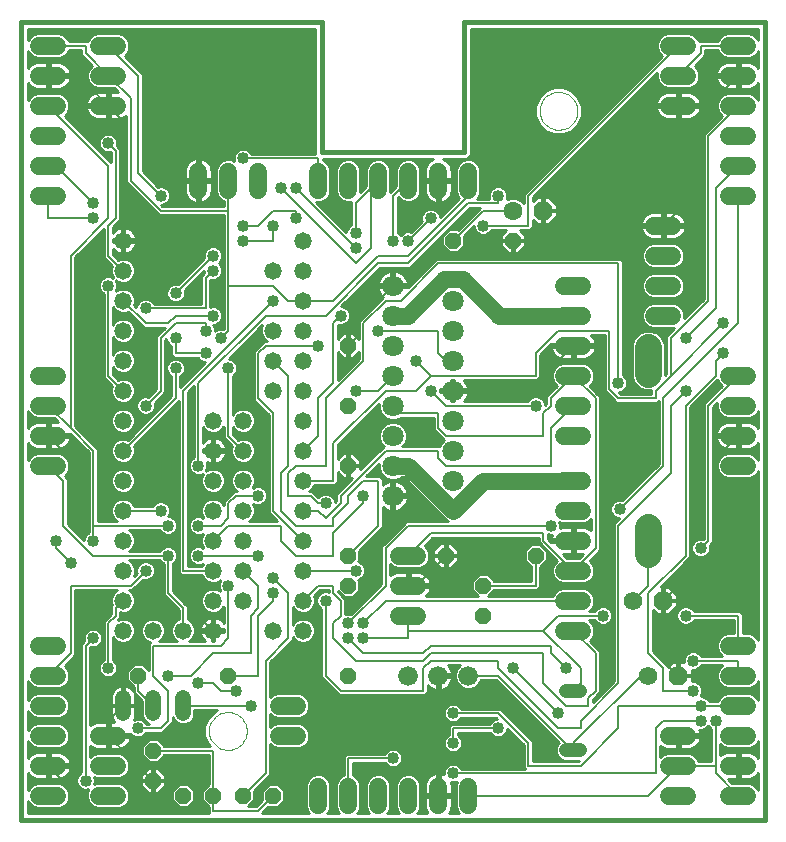
<source format=gtl>
G75*
G70*
%OFA0B0*%
%FSLAX24Y24*%
%IPPOS*%
%LPD*%
%AMOC8*
5,1,8,0,0,1.08239X$1,22.5*
%
%ADD10C,0.0160*%
%ADD11C,0.0000*%
%ADD12C,0.0709*%
%ADD13C,0.0660*%
%ADD14C,0.0476*%
%ADD15OC8,0.0620*%
%ADD16C,0.0620*%
%ADD17OC8,0.0630*%
%ADD18C,0.0630*%
%ADD19C,0.0600*%
%ADD20C,0.0885*%
%ADD21OC8,0.0520*%
%ADD22C,0.0580*%
%ADD23C,0.0520*%
%ADD24C,0.0080*%
%ADD25C,0.0400*%
%ADD26C,0.0100*%
%ADD27C,0.0436*%
%ADD28C,0.0560*%
D10*
X011700Y006800D02*
X011700Y033375D01*
X021739Y033375D01*
X021739Y029044D01*
X026464Y029044D01*
X026464Y033375D01*
X036503Y033375D01*
X036503Y006800D01*
X011700Y006800D01*
D11*
X017960Y009753D02*
X017962Y009803D01*
X017968Y009853D01*
X017978Y009902D01*
X017992Y009950D01*
X018009Y009997D01*
X018030Y010042D01*
X018055Y010086D01*
X018083Y010127D01*
X018115Y010166D01*
X018149Y010203D01*
X018186Y010237D01*
X018226Y010267D01*
X018268Y010294D01*
X018312Y010318D01*
X018358Y010339D01*
X018405Y010355D01*
X018453Y010368D01*
X018503Y010377D01*
X018552Y010382D01*
X018603Y010383D01*
X018653Y010380D01*
X018702Y010373D01*
X018751Y010362D01*
X018799Y010347D01*
X018845Y010329D01*
X018890Y010307D01*
X018933Y010281D01*
X018974Y010252D01*
X019013Y010220D01*
X019049Y010185D01*
X019081Y010147D01*
X019111Y010107D01*
X019138Y010064D01*
X019161Y010020D01*
X019180Y009974D01*
X019196Y009926D01*
X019208Y009877D01*
X019216Y009828D01*
X019220Y009778D01*
X019220Y009728D01*
X019216Y009678D01*
X019208Y009629D01*
X019196Y009580D01*
X019180Y009532D01*
X019161Y009486D01*
X019138Y009442D01*
X019111Y009399D01*
X019081Y009359D01*
X019049Y009321D01*
X019013Y009286D01*
X018974Y009254D01*
X018933Y009225D01*
X018890Y009199D01*
X018845Y009177D01*
X018799Y009159D01*
X018751Y009144D01*
X018702Y009133D01*
X018653Y009126D01*
X018603Y009123D01*
X018552Y009124D01*
X018503Y009129D01*
X018453Y009138D01*
X018405Y009151D01*
X018358Y009167D01*
X018312Y009188D01*
X018268Y009212D01*
X018226Y009239D01*
X018186Y009269D01*
X018149Y009303D01*
X018115Y009340D01*
X018083Y009379D01*
X018055Y009420D01*
X018030Y009464D01*
X018009Y009509D01*
X017992Y009556D01*
X017978Y009604D01*
X017968Y009653D01*
X017962Y009703D01*
X017960Y009753D01*
X028983Y030422D02*
X028985Y030472D01*
X028991Y030522D01*
X029001Y030571D01*
X029015Y030619D01*
X029032Y030666D01*
X029053Y030711D01*
X029078Y030755D01*
X029106Y030796D01*
X029138Y030835D01*
X029172Y030872D01*
X029209Y030906D01*
X029249Y030936D01*
X029291Y030963D01*
X029335Y030987D01*
X029381Y031008D01*
X029428Y031024D01*
X029476Y031037D01*
X029526Y031046D01*
X029575Y031051D01*
X029626Y031052D01*
X029676Y031049D01*
X029725Y031042D01*
X029774Y031031D01*
X029822Y031016D01*
X029868Y030998D01*
X029913Y030976D01*
X029956Y030950D01*
X029997Y030921D01*
X030036Y030889D01*
X030072Y030854D01*
X030104Y030816D01*
X030134Y030776D01*
X030161Y030733D01*
X030184Y030689D01*
X030203Y030643D01*
X030219Y030595D01*
X030231Y030546D01*
X030239Y030497D01*
X030243Y030447D01*
X030243Y030397D01*
X030239Y030347D01*
X030231Y030298D01*
X030219Y030249D01*
X030203Y030201D01*
X030184Y030155D01*
X030161Y030111D01*
X030134Y030068D01*
X030104Y030028D01*
X030072Y029990D01*
X030036Y029955D01*
X029997Y029923D01*
X029956Y029894D01*
X029913Y029868D01*
X029868Y029846D01*
X029822Y029828D01*
X029774Y029813D01*
X029725Y029802D01*
X029676Y029795D01*
X029626Y029792D01*
X029575Y029793D01*
X029526Y029798D01*
X029476Y029807D01*
X029428Y029820D01*
X029381Y029836D01*
X029335Y029857D01*
X029291Y029881D01*
X029249Y029908D01*
X029209Y029938D01*
X029172Y029972D01*
X029138Y030009D01*
X029106Y030048D01*
X029078Y030089D01*
X029053Y030133D01*
X029032Y030178D01*
X029015Y030225D01*
X029001Y030273D01*
X028991Y030322D01*
X028985Y030372D01*
X028983Y030422D01*
D12*
X024092Y024592D03*
X024092Y023592D03*
X024092Y022592D03*
X024092Y021592D03*
X024092Y020592D03*
X024092Y019592D03*
X024092Y018592D03*
X024092Y017592D03*
X026092Y018092D03*
X026092Y019092D03*
X026092Y020092D03*
X026092Y021092D03*
X026092Y022092D03*
X026092Y023092D03*
X026092Y024092D03*
D13*
X025600Y011600D03*
X024600Y011600D03*
X026600Y011600D03*
D14*
X029862Y011084D02*
X030338Y011084D01*
X030338Y009116D02*
X029862Y009116D01*
D15*
X033600Y011600D03*
X033100Y014100D03*
D16*
X032100Y014100D03*
X032600Y011600D03*
D17*
X029100Y027100D03*
D18*
X028100Y027100D03*
D19*
X026600Y027800D02*
X026600Y028400D01*
X025600Y028400D02*
X025600Y027800D01*
X024600Y027800D02*
X024600Y028400D01*
X023600Y028400D02*
X023600Y027800D01*
X022600Y027800D02*
X022600Y028400D01*
X021600Y028400D02*
X021600Y027800D01*
X019600Y027800D02*
X019600Y028400D01*
X018600Y028400D02*
X018600Y027800D01*
X017600Y027800D02*
X017600Y028400D01*
X014900Y030600D02*
X014300Y030600D01*
X014300Y031600D02*
X014900Y031600D01*
X014900Y032600D02*
X014300Y032600D01*
X012900Y032600D02*
X012300Y032600D01*
X012300Y031600D02*
X012900Y031600D01*
X012900Y030600D02*
X012300Y030600D01*
X012300Y029600D02*
X012900Y029600D01*
X012900Y028600D02*
X012300Y028600D01*
X012300Y027600D02*
X012900Y027600D01*
X012900Y021600D02*
X012300Y021600D01*
X012300Y020600D02*
X012900Y020600D01*
X012900Y019600D02*
X012300Y019600D01*
X012300Y018600D02*
X012900Y018600D01*
X012900Y012600D02*
X012300Y012600D01*
X012300Y011600D02*
X012900Y011600D01*
X012900Y010600D02*
X012300Y010600D01*
X012300Y009600D02*
X012900Y009600D01*
X012900Y008600D02*
X012300Y008600D01*
X012300Y007600D02*
X012900Y007600D01*
X014300Y007600D02*
X014900Y007600D01*
X014900Y008600D02*
X014300Y008600D01*
X014300Y009600D02*
X014900Y009600D01*
X020300Y009600D02*
X020900Y009600D01*
X020900Y010600D02*
X020300Y010600D01*
X021600Y007900D02*
X021600Y007300D01*
X022600Y007300D02*
X022600Y007900D01*
X023600Y007900D02*
X023600Y007300D01*
X024600Y007300D02*
X024600Y007900D01*
X025600Y007900D02*
X025600Y007300D01*
X026600Y007300D02*
X026600Y007900D01*
X029800Y013100D02*
X030400Y013100D01*
X030400Y014100D02*
X029800Y014100D01*
X029800Y015100D02*
X030400Y015100D01*
X030400Y016100D02*
X029800Y016100D01*
X029800Y017100D02*
X030400Y017100D01*
X030400Y018100D02*
X029800Y018100D01*
X029800Y019600D02*
X030400Y019600D01*
X030400Y020600D02*
X029800Y020600D01*
X029800Y021600D02*
X030400Y021600D01*
X030400Y022600D02*
X029800Y022600D01*
X029800Y023600D02*
X030400Y023600D01*
X030400Y024600D02*
X029800Y024600D01*
X032800Y024600D02*
X033400Y024600D01*
X033400Y025600D02*
X032800Y025600D01*
X032800Y026600D02*
X033400Y026600D01*
X035300Y027600D02*
X035900Y027600D01*
X035900Y028600D02*
X035300Y028600D01*
X035300Y029600D02*
X035900Y029600D01*
X035900Y030600D02*
X035300Y030600D01*
X035300Y031600D02*
X035900Y031600D01*
X035900Y032600D02*
X035300Y032600D01*
X033900Y032600D02*
X033300Y032600D01*
X033300Y031600D02*
X033900Y031600D01*
X033900Y030600D02*
X033300Y030600D01*
X033400Y023600D02*
X032800Y023600D01*
X035300Y021600D02*
X035900Y021600D01*
X035900Y020600D02*
X035300Y020600D01*
X035300Y019600D02*
X035900Y019600D01*
X035900Y018600D02*
X035300Y018600D01*
X035300Y012600D02*
X035900Y012600D01*
X035900Y011600D02*
X035300Y011600D01*
X035300Y010600D02*
X035900Y010600D01*
X035900Y009600D02*
X035300Y009600D01*
X035300Y008600D02*
X035900Y008600D01*
X035900Y007600D02*
X035300Y007600D01*
X033900Y007600D02*
X033300Y007600D01*
X033300Y008600D02*
X033900Y008600D01*
X033900Y009600D02*
X033300Y009600D01*
X024900Y013600D02*
X024300Y013600D01*
X024300Y014600D02*
X024900Y014600D01*
X024900Y015600D02*
X024300Y015600D01*
D20*
X032600Y015658D02*
X032600Y016543D01*
X032600Y021658D02*
X032600Y022543D01*
D21*
X028100Y026100D03*
X026100Y026100D03*
X022600Y022600D03*
X022600Y020600D03*
X022600Y018600D03*
X022600Y015600D03*
X022600Y014600D03*
X022600Y011600D03*
X018600Y011600D03*
X016100Y009100D03*
X016100Y008100D03*
X017100Y007600D03*
X018100Y007600D03*
X019100Y007600D03*
X020100Y007600D03*
X015600Y011600D03*
X025850Y015600D03*
X027100Y014600D03*
X027100Y013600D03*
X028850Y015600D03*
D22*
X021100Y015100D03*
X021100Y016100D03*
X021100Y017100D03*
X021100Y018100D03*
X021100Y019100D03*
X021100Y020100D03*
X021100Y021100D03*
X020100Y021100D03*
X019100Y020100D03*
X018100Y020100D03*
X018100Y019100D03*
X018100Y018100D03*
X018100Y017100D03*
X019100Y017100D03*
X019100Y018100D03*
X019100Y019100D03*
X019100Y016100D03*
X019100Y015100D03*
X018100Y015100D03*
X018100Y016100D03*
X018100Y014100D03*
X018100Y013100D03*
X019100Y014100D03*
X020100Y013100D03*
X021100Y013100D03*
X021100Y014100D03*
X017100Y013100D03*
X016100Y013100D03*
X015100Y013100D03*
X015100Y014100D03*
X015100Y015100D03*
X015100Y016100D03*
X015100Y017100D03*
X015100Y018100D03*
X015100Y019100D03*
X015100Y020100D03*
X015100Y021100D03*
X015100Y022100D03*
X015100Y023100D03*
X015100Y024100D03*
X015100Y025100D03*
X015100Y026100D03*
X020100Y025100D03*
X021100Y025100D03*
X021100Y024100D03*
X021100Y023100D03*
X021100Y022100D03*
X020100Y022100D03*
X020100Y023100D03*
X021100Y026100D03*
D23*
X017100Y010860D02*
X017100Y010340D01*
X016100Y010340D02*
X016100Y010860D01*
X015100Y010860D02*
X015100Y010340D01*
D24*
X015100Y010600D02*
X014600Y010100D01*
X014600Y009600D01*
X015350Y008850D01*
X015350Y007100D01*
X014100Y007100D01*
X012600Y008600D01*
X013850Y008100D02*
X013850Y012600D01*
X014100Y012850D01*
X014600Y013350D02*
X014600Y011850D01*
X015100Y011850D02*
X015100Y010600D01*
X015600Y011100D02*
X015600Y011600D01*
X015600Y011100D02*
X016100Y010600D01*
X016600Y010100D02*
X016600Y011100D01*
X016100Y011600D01*
X016100Y012600D01*
X018350Y012600D01*
X018600Y012850D01*
X018600Y014600D01*
X018100Y015100D02*
X017100Y015100D01*
X017100Y021100D01*
X020100Y024100D01*
X020100Y024600D02*
X018600Y024600D01*
X018600Y023100D01*
X018350Y022850D01*
X017850Y023100D02*
X017850Y023350D01*
X016850Y023350D01*
X016350Y022850D01*
X016350Y021100D01*
X015850Y020600D01*
X015100Y021100D02*
X014600Y021600D01*
X014600Y024600D01*
X015100Y024100D02*
X015850Y023350D01*
X016600Y023350D01*
X016850Y023600D01*
X018100Y023600D01*
X017850Y023850D02*
X017850Y024850D01*
X018100Y025100D01*
X018100Y025600D02*
X016850Y024350D01*
X017850Y023850D02*
X015850Y023850D01*
X016850Y022850D02*
X016850Y022350D01*
X017850Y022350D01*
X018600Y021850D02*
X018600Y019600D01*
X019100Y019100D01*
X020350Y018350D02*
X020350Y017100D01*
X020850Y016600D01*
X022100Y016600D01*
X022100Y016850D01*
X022600Y017350D01*
X022600Y017600D01*
X023100Y018100D01*
X023600Y018100D01*
X023600Y016600D01*
X022600Y015600D01*
X022100Y015600D02*
X022100Y016350D01*
X023100Y017350D01*
X023100Y017600D01*
X022350Y017600D02*
X022350Y017350D01*
X021850Y016850D01*
X021600Y017100D01*
X021100Y017100D01*
X021350Y017600D02*
X020600Y017600D01*
X020600Y018350D01*
X020850Y018600D01*
X021850Y018600D01*
X021850Y020850D01*
X023100Y022100D01*
X023100Y023350D01*
X023850Y024100D01*
X024350Y024100D01*
X025600Y025350D01*
X031600Y025350D01*
X031600Y021350D01*
X031300Y021150D02*
X031600Y020850D01*
X032850Y020850D01*
X032850Y021100D01*
X033350Y021600D01*
X035100Y023350D01*
X035600Y023350D02*
X035600Y027600D01*
X034850Y027850D02*
X035600Y028600D01*
X034850Y027850D02*
X034850Y023850D01*
X033850Y022850D01*
X033350Y022850D02*
X034600Y024100D01*
X034600Y029600D01*
X035600Y030600D01*
X035600Y031600D02*
X033600Y029600D01*
X033600Y027100D01*
X033100Y026600D01*
X029100Y026600D01*
X029100Y027100D01*
X028600Y027600D02*
X028600Y026600D01*
X027100Y026600D01*
X027100Y027100D02*
X028100Y027100D01*
X027600Y027350D02*
X027600Y027600D01*
X027600Y027350D02*
X026600Y027350D01*
X024600Y025350D01*
X023600Y025350D01*
X021850Y023600D01*
X019850Y023600D01*
X017600Y021350D01*
X017600Y018600D01*
X018850Y017600D02*
X018600Y017350D01*
X018600Y016850D01*
X018350Y016600D01*
X017600Y016600D01*
X018100Y016100D02*
X018600Y016600D01*
X020350Y016600D01*
X020350Y016100D01*
X020850Y015600D01*
X022100Y015600D01*
X022850Y015100D02*
X021100Y015100D01*
X021600Y014600D02*
X022100Y014600D01*
X022100Y014350D01*
X022350Y014100D01*
X022350Y013600D01*
X022100Y013350D01*
X022100Y012850D01*
X022850Y012100D01*
X025100Y012100D01*
X025350Y012350D01*
X029100Y012350D01*
X029100Y011350D01*
X029850Y010600D01*
X030600Y010600D01*
X030600Y010850D01*
X030850Y011100D01*
X030850Y012350D01*
X030100Y013100D01*
X029600Y013600D02*
X031100Y013600D01*
X030100Y014100D02*
X023850Y014100D01*
X023100Y013350D01*
X023100Y012850D02*
X024600Y012850D01*
X024600Y013100D01*
X024600Y013600D01*
X024600Y013100D02*
X029100Y013100D01*
X029600Y013600D01*
X029100Y013100D02*
X030350Y011850D01*
X030350Y011350D01*
X030100Y011100D01*
X030100Y011084D01*
X029850Y011850D02*
X029350Y012350D01*
X029350Y012600D01*
X025350Y012600D01*
X025100Y012350D01*
X023100Y012350D01*
X022600Y012850D01*
X022600Y013350D02*
X023850Y014600D01*
X023850Y015850D01*
X024600Y016600D01*
X029350Y016600D01*
X029100Y016350D02*
X029100Y016100D01*
X030100Y015100D01*
X030850Y015850D01*
X030850Y020850D01*
X030100Y021600D01*
X029350Y020850D01*
X029350Y020600D01*
X029100Y020350D01*
X029100Y019600D01*
X025850Y019600D01*
X025600Y019850D01*
X025600Y020350D01*
X024100Y020350D01*
X024092Y020592D01*
X023850Y021100D02*
X024850Y021100D01*
X025350Y021600D01*
X024850Y022100D01*
X025350Y021600D02*
X028850Y021600D01*
X028850Y022350D01*
X029600Y023100D01*
X031300Y023100D01*
X031300Y021150D01*
X030100Y020600D02*
X029350Y019850D01*
X029350Y018600D01*
X025850Y018600D01*
X025600Y018850D01*
X025600Y019100D01*
X023850Y019100D01*
X022350Y017600D01*
X021850Y017350D02*
X021600Y017350D01*
X021350Y017600D01*
X021100Y018100D02*
X022100Y018100D01*
X022100Y019350D01*
X023850Y021100D01*
X023600Y021100D02*
X024092Y021592D01*
X023600Y021100D02*
X022850Y021100D01*
X022100Y021350D02*
X021600Y020850D01*
X021600Y019600D01*
X021100Y019100D01*
X020600Y018600D02*
X020350Y018350D01*
X020600Y018600D02*
X020600Y021600D01*
X020100Y022100D01*
X019850Y022600D02*
X021600Y022600D01*
X022100Y023350D02*
X022100Y021350D01*
X022600Y022600D02*
X022850Y022850D01*
X022850Y023350D01*
X024092Y024592D01*
X024100Y024600D01*
X024600Y024600D01*
X025600Y025600D01*
X028100Y025600D01*
X028100Y026100D01*
X027100Y027100D02*
X026100Y026100D01*
X025350Y026850D02*
X024600Y026100D01*
X024100Y026100D02*
X024100Y027600D01*
X024600Y028100D01*
X023600Y028100D02*
X023350Y027850D01*
X023350Y025850D01*
X022850Y025350D01*
X020350Y027850D01*
X020850Y027850D02*
X022850Y025850D01*
X022850Y026350D02*
X022850Y027350D01*
X023350Y027850D01*
X021600Y028100D02*
X021600Y028850D01*
X019100Y028850D01*
X018600Y028100D02*
X018600Y027100D01*
X016350Y027100D01*
X015350Y028100D01*
X015350Y030850D01*
X014600Y031600D01*
X013850Y032350D01*
X013850Y032600D01*
X012600Y032600D01*
X012600Y031600D02*
X013850Y031600D01*
X013850Y031350D01*
X014600Y030600D01*
X015100Y030100D01*
X015100Y026100D01*
X014600Y026600D02*
X014850Y026850D01*
X014850Y029100D01*
X014600Y029350D01*
X014600Y028600D02*
X014600Y026850D01*
X013350Y025600D01*
X013350Y019850D01*
X014100Y019100D01*
X014100Y016600D01*
X016600Y016600D01*
X016350Y017100D02*
X015100Y017100D01*
X014100Y016600D02*
X014100Y016100D01*
X014100Y015600D02*
X016600Y015600D01*
X016600Y014350D01*
X017100Y013850D01*
X017100Y013100D01*
X016600Y013850D02*
X015600Y013850D01*
X015600Y012350D01*
X015100Y011850D01*
X016600Y011600D02*
X017350Y011600D01*
X018100Y012350D01*
X019350Y012350D01*
X019350Y013600D01*
X019600Y013850D01*
X019600Y014600D01*
X019100Y015100D01*
X019600Y015600D02*
X017600Y015600D01*
X017100Y014350D02*
X017100Y014100D01*
X018100Y013100D01*
X019600Y013600D02*
X020100Y014100D01*
X020100Y014350D01*
X020100Y014850D02*
X020600Y014350D01*
X020600Y012850D01*
X019850Y012100D01*
X019850Y008350D01*
X019100Y007600D01*
X019600Y007100D02*
X018100Y007100D01*
X018100Y007600D01*
X018100Y009100D01*
X016100Y009100D01*
X015350Y008850D02*
X016100Y008100D01*
X016350Y009850D02*
X015600Y009850D01*
X016350Y009850D02*
X016600Y010100D01*
X017100Y010600D02*
X019350Y010600D01*
X018850Y011100D02*
X018350Y011100D01*
X018100Y011350D01*
X017600Y011350D01*
X018600Y011600D02*
X019600Y011600D01*
X019600Y013600D01*
X021100Y014100D02*
X021600Y014600D01*
X021850Y014100D02*
X021850Y011600D01*
X022350Y011100D01*
X025100Y011100D01*
X025100Y011850D01*
X025350Y012100D01*
X027600Y012100D01*
X027600Y011850D01*
X029600Y009850D01*
X030350Y009850D01*
X030350Y010100D01*
X031600Y011350D01*
X031600Y016600D01*
X033350Y018350D01*
X033350Y020600D01*
X033850Y021100D01*
X033850Y020600D02*
X034850Y021600D01*
X034850Y022100D01*
X035100Y022350D01*
X035600Y021600D02*
X034600Y020600D01*
X034600Y016100D01*
X034350Y015850D01*
X034850Y015850D02*
X033100Y014100D01*
X033100Y012100D01*
X033600Y011600D01*
X033100Y011850D02*
X033100Y011100D01*
X034100Y011100D01*
X034350Y010600D02*
X035600Y010600D01*
X034850Y010100D02*
X034850Y008600D01*
X034850Y008350D01*
X035600Y007600D01*
X034850Y008600D02*
X033600Y008600D01*
X032600Y007600D01*
X026600Y007600D01*
X026100Y008350D02*
X032850Y008350D01*
X032850Y009850D01*
X033100Y010100D01*
X034350Y010100D01*
X034350Y010600D02*
X031600Y010600D01*
X031600Y009850D01*
X030350Y008600D01*
X028600Y008600D01*
X028600Y009350D01*
X027600Y010350D01*
X026100Y010350D01*
X026100Y009850D02*
X026100Y009350D01*
X025600Y009350D02*
X022350Y009350D01*
X022600Y008850D02*
X022600Y007600D01*
X022600Y008850D02*
X024100Y008850D01*
X025600Y009350D02*
X025600Y007600D01*
X025600Y009350D02*
X025600Y011600D01*
X026600Y011600D02*
X027600Y011600D01*
X030100Y009100D01*
X030100Y009116D01*
X030100Y009350D01*
X032350Y011600D01*
X032600Y011600D01*
X033100Y011850D02*
X032600Y012350D01*
X032600Y014350D01*
X033850Y015600D01*
X033850Y020600D01*
X033100Y020850D02*
X035600Y023350D01*
X033350Y022850D02*
X033350Y021600D01*
X033100Y020850D02*
X033100Y018600D01*
X031650Y017150D01*
X032600Y016100D02*
X032600Y014600D01*
X032100Y014100D01*
X033850Y013600D02*
X035600Y013600D01*
X035600Y012600D01*
X035600Y012100D02*
X035600Y011600D01*
X035600Y012100D02*
X034100Y012100D01*
X034850Y015850D02*
X034850Y018850D01*
X035600Y019600D01*
X030100Y022600D02*
X028600Y021100D01*
X026100Y021100D01*
X026092Y021092D01*
X025850Y020600D02*
X028850Y020600D01*
X025850Y020600D02*
X025350Y021100D01*
X025850Y022100D02*
X025600Y022350D01*
X025600Y023100D01*
X023600Y023100D01*
X022350Y023600D02*
X022100Y023350D01*
X022100Y024100D02*
X021100Y024100D01*
X020600Y024100D01*
X020100Y024600D01*
X018600Y024600D02*
X018600Y027100D01*
X019100Y026600D02*
X019600Y026600D01*
X020100Y027100D01*
X020850Y027100D01*
X020850Y026850D01*
X020100Y026600D02*
X020100Y026100D01*
X019100Y026100D01*
X016350Y027600D02*
X015600Y028350D01*
X015600Y031600D01*
X014600Y032600D01*
X012600Y030600D02*
X014600Y028600D01*
X014100Y027350D02*
X012850Y028600D01*
X012600Y028600D01*
X012600Y027600D02*
X012600Y026850D01*
X014100Y026850D01*
X014600Y026600D02*
X014600Y025600D01*
X015100Y025100D01*
X016850Y021850D02*
X016850Y020850D01*
X015100Y019100D01*
X013600Y018600D02*
X013600Y017850D01*
X013100Y018100D02*
X013100Y016600D01*
X014100Y015600D01*
X013350Y015350D02*
X012850Y015850D01*
X012850Y016100D01*
X013350Y014600D02*
X013350Y012350D01*
X012600Y011600D01*
X014600Y013350D02*
X014850Y013600D01*
X014850Y013850D01*
X015100Y014100D01*
X015350Y014600D02*
X013350Y014600D01*
X015350Y014600D02*
X015850Y015100D01*
X018850Y017600D02*
X019600Y017600D01*
X020100Y017100D02*
X020100Y020350D01*
X019600Y020850D01*
X019600Y022350D01*
X019850Y022600D01*
X022100Y024100D02*
X023600Y025600D01*
X024600Y025600D01*
X026600Y027600D01*
X026600Y028100D01*
X028600Y027600D02*
X033600Y032600D01*
X034350Y032600D02*
X034350Y032350D01*
X033600Y031600D01*
X033600Y030600D02*
X033600Y029600D01*
X034350Y032600D02*
X035600Y032600D01*
X026092Y022092D02*
X025850Y022100D01*
X020100Y017100D02*
X021100Y016100D01*
X024600Y015600D02*
X025350Y016350D01*
X029100Y016350D01*
X028850Y015600D02*
X028850Y014600D01*
X027100Y014600D01*
X025850Y015600D02*
X024850Y014600D01*
X024600Y014600D01*
X028100Y011850D02*
X029600Y010350D01*
X027600Y009850D02*
X026100Y009850D01*
X020100Y007600D02*
X019600Y007100D01*
X013100Y018100D02*
X012600Y018600D01*
X013600Y018600D02*
X012600Y019600D01*
X013350Y019850D02*
X012600Y020600D01*
D25*
X013600Y017850D03*
X014100Y016100D03*
X013350Y015350D03*
X012850Y016100D03*
X015850Y015100D03*
X016600Y015600D03*
X016600Y016600D03*
X016350Y017100D03*
X017600Y016600D03*
X017600Y015600D03*
X017100Y014350D03*
X016600Y013850D03*
X018600Y014600D03*
X019600Y015600D03*
X020100Y014850D03*
X020100Y014350D03*
X021850Y014100D03*
X022600Y013350D03*
X022600Y012850D03*
X023100Y012850D03*
X023100Y013350D03*
X022850Y015100D03*
X021850Y017350D03*
X023100Y017600D03*
X019600Y017600D03*
X017600Y018600D03*
X015850Y020600D03*
X016850Y021850D03*
X017850Y022350D03*
X018350Y022850D03*
X017850Y023100D03*
X018100Y023600D03*
X016850Y022850D03*
X015850Y023850D03*
X016850Y024350D03*
X018100Y025100D03*
X018100Y025600D03*
X019100Y026100D03*
X019100Y026600D03*
X020100Y026600D03*
X020850Y026850D03*
X020850Y027850D03*
X020350Y027850D03*
X019100Y028850D03*
X016350Y027600D03*
X014100Y027350D03*
X014100Y026850D03*
X014600Y024600D03*
X018600Y021850D03*
X020100Y024100D03*
X021600Y022600D03*
X022350Y023600D03*
X023600Y023100D03*
X024850Y022100D03*
X025350Y021100D03*
X022850Y021100D03*
X022850Y025850D03*
X022850Y026350D03*
X024100Y026100D03*
X024600Y026100D03*
X025350Y026850D03*
X027100Y026600D03*
X027600Y027600D03*
X033850Y022850D03*
X035100Y022350D03*
X035100Y023350D03*
X033850Y021100D03*
X031600Y021350D03*
X028850Y020600D03*
X031650Y017150D03*
X029350Y016600D03*
X031100Y013600D03*
X029850Y011850D03*
X028100Y011850D03*
X029600Y010350D03*
X027600Y009850D03*
X026100Y009350D03*
X026100Y008350D03*
X024100Y008850D03*
X022350Y009350D03*
X019350Y010600D03*
X018850Y011100D03*
X017600Y011350D03*
X016600Y011600D03*
X015600Y009850D03*
X014600Y011850D03*
X014100Y012850D03*
X013850Y008100D03*
X026100Y010350D03*
X034100Y011100D03*
X034350Y010600D03*
X034350Y010100D03*
X034850Y010100D03*
X034100Y012100D03*
X033850Y013600D03*
X034350Y015850D03*
X014600Y029350D03*
D26*
X014910Y029354D02*
X015200Y029354D01*
X015200Y029452D02*
X014893Y029452D01*
X014910Y029412D02*
X014863Y029526D01*
X014776Y029613D01*
X014662Y029660D01*
X014538Y029660D01*
X014424Y029613D01*
X014337Y029526D01*
X014290Y029412D01*
X014290Y029288D01*
X014337Y029174D01*
X014424Y029087D01*
X014538Y029040D01*
X014662Y029040D01*
X014687Y029051D01*
X014700Y029038D01*
X014700Y028712D01*
X014662Y028750D01*
X013146Y030266D01*
X013248Y030368D01*
X013310Y030518D01*
X013310Y030682D01*
X013248Y030832D01*
X013132Y030948D01*
X012982Y031010D01*
X012218Y031010D01*
X012068Y030948D01*
X011952Y030832D01*
X011930Y030778D01*
X011930Y031344D01*
X011957Y031307D01*
X012007Y031257D01*
X012064Y031215D01*
X012127Y031183D01*
X012195Y031161D01*
X012265Y031150D01*
X012550Y031150D01*
X012550Y031550D01*
X012650Y031550D01*
X012650Y031650D01*
X012550Y031650D01*
X012550Y032050D01*
X012265Y032050D01*
X012195Y032039D01*
X012127Y032017D01*
X012064Y031985D01*
X012007Y031943D01*
X011957Y031893D01*
X011930Y031856D01*
X011930Y032422D01*
X011952Y032368D01*
X012068Y032252D01*
X012218Y032190D01*
X012982Y032190D01*
X013132Y032252D01*
X013248Y032368D01*
X013282Y032450D01*
X013700Y032450D01*
X013700Y032288D01*
X014054Y031934D01*
X013952Y031832D01*
X013890Y031682D01*
X013890Y031518D01*
X013952Y031368D01*
X014068Y031252D01*
X014218Y031190D01*
X014798Y031190D01*
X014938Y031050D01*
X014935Y031050D01*
X014650Y031050D01*
X014650Y030650D01*
X014550Y030650D01*
X014550Y031050D01*
X014265Y031050D01*
X014195Y031039D01*
X014127Y031017D01*
X014064Y030985D01*
X014007Y030943D01*
X013957Y030893D01*
X013915Y030836D01*
X013883Y030773D01*
X013861Y030705D01*
X013852Y030650D01*
X014550Y030650D01*
X014550Y030550D01*
X014650Y030550D01*
X014650Y030150D01*
X014935Y030150D01*
X015005Y030161D01*
X015073Y030183D01*
X015136Y030215D01*
X015193Y030257D01*
X015200Y030264D01*
X015200Y028038D01*
X016200Y027038D01*
X016288Y026950D01*
X018450Y026950D01*
X018450Y023162D01*
X018437Y023149D01*
X018412Y023160D01*
X018288Y023160D01*
X018174Y023113D01*
X018160Y023098D01*
X018160Y023162D01*
X018113Y023276D01*
X018098Y023290D01*
X018162Y023290D01*
X018276Y023337D01*
X018363Y023424D01*
X018410Y023538D01*
X018410Y023662D01*
X018363Y023776D01*
X018276Y023863D01*
X018162Y023910D01*
X018038Y023910D01*
X018000Y023894D01*
X018000Y024788D01*
X018013Y024801D01*
X018038Y024790D01*
X018162Y024790D01*
X018276Y024837D01*
X018363Y024924D01*
X018410Y025038D01*
X018410Y025162D01*
X018363Y025276D01*
X018288Y025350D01*
X018363Y025424D01*
X018410Y025538D01*
X018410Y025662D01*
X018363Y025776D01*
X018276Y025863D01*
X018162Y025910D01*
X018038Y025910D01*
X017924Y025863D01*
X017837Y025776D01*
X017790Y025662D01*
X017790Y025538D01*
X017801Y025513D01*
X016937Y024649D01*
X016912Y024660D01*
X016788Y024660D01*
X016674Y024613D01*
X016587Y024526D01*
X016540Y024412D01*
X016540Y024288D01*
X016587Y024174D01*
X016674Y024087D01*
X016788Y024040D01*
X016912Y024040D01*
X017026Y024087D01*
X017113Y024174D01*
X017160Y024288D01*
X017160Y024412D01*
X017149Y024437D01*
X017790Y025078D01*
X017790Y025038D01*
X017801Y025013D01*
X017700Y024912D01*
X017700Y024000D01*
X016123Y024000D01*
X016113Y024026D01*
X016026Y024113D01*
X015912Y024160D01*
X015788Y024160D01*
X015674Y024113D01*
X015587Y024026D01*
X015540Y023912D01*
X015540Y023872D01*
X015468Y023944D01*
X015500Y024020D01*
X015500Y024180D01*
X015439Y024327D01*
X015327Y024439D01*
X015180Y024500D01*
X015020Y024500D01*
X014873Y024439D01*
X014866Y024431D01*
X014910Y024538D01*
X014910Y024662D01*
X014866Y024769D01*
X014873Y024761D01*
X015020Y024700D01*
X015180Y024700D01*
X015327Y024761D01*
X015439Y024873D01*
X015500Y025020D01*
X015500Y025180D01*
X015439Y025327D01*
X015327Y025439D01*
X015180Y025500D01*
X015020Y025500D01*
X014944Y025468D01*
X014750Y025662D01*
X014750Y025833D01*
X014764Y025813D01*
X014813Y025764D01*
X014869Y025724D01*
X014931Y025692D01*
X014997Y025671D01*
X015055Y025662D01*
X015055Y026055D01*
X014750Y026055D01*
X014750Y026145D01*
X015055Y026145D01*
X015055Y026538D01*
X014997Y026529D01*
X014931Y026508D01*
X014869Y026476D01*
X014813Y026436D01*
X014764Y026387D01*
X014750Y026367D01*
X014750Y026538D01*
X014912Y026700D01*
X015000Y026788D01*
X015000Y029162D01*
X014899Y029263D01*
X014910Y029288D01*
X014910Y029412D01*
X014838Y029551D02*
X015200Y029551D01*
X015200Y029649D02*
X014688Y029649D01*
X014512Y029649D02*
X013763Y029649D01*
X013665Y029748D02*
X015200Y029748D01*
X015200Y029846D02*
X013566Y029846D01*
X013468Y029945D02*
X015200Y029945D01*
X015200Y030043D02*
X013369Y030043D01*
X013271Y030142D02*
X015200Y030142D01*
X015200Y030240D02*
X015170Y030240D01*
X014650Y030240D02*
X014550Y030240D01*
X014550Y030150D02*
X014550Y030550D01*
X013852Y030550D01*
X013861Y030495D01*
X013883Y030427D01*
X013915Y030364D01*
X013957Y030307D01*
X014007Y030257D01*
X014064Y030215D01*
X014127Y030183D01*
X014195Y030161D01*
X014265Y030150D01*
X014550Y030150D01*
X014550Y030339D02*
X014650Y030339D01*
X014650Y030437D02*
X014550Y030437D01*
X014550Y030536D02*
X014650Y030536D01*
X014550Y030634D02*
X013310Y030634D01*
X013310Y030536D02*
X013855Y030536D01*
X013880Y030437D02*
X013276Y030437D01*
X013218Y030339D02*
X013934Y030339D01*
X014030Y030240D02*
X013172Y030240D01*
X013289Y030733D02*
X013870Y030733D01*
X013913Y030831D02*
X013248Y030831D01*
X013150Y030930D02*
X013993Y030930D01*
X014161Y031028D02*
X011930Y031028D01*
X011930Y030930D02*
X012050Y030930D01*
X011952Y030831D02*
X011930Y030831D01*
X011930Y031127D02*
X014861Y031127D01*
X014650Y031028D02*
X014550Y031028D01*
X014550Y030930D02*
X014650Y030930D01*
X014650Y030831D02*
X014550Y030831D01*
X014550Y030733D02*
X014650Y030733D01*
X014134Y031225D02*
X013150Y031225D01*
X013136Y031215D02*
X013193Y031257D01*
X013243Y031307D01*
X013285Y031364D01*
X013317Y031427D01*
X013339Y031495D01*
X013348Y031550D01*
X012650Y031550D01*
X012650Y031150D01*
X012935Y031150D01*
X013005Y031161D01*
X013073Y031183D01*
X013136Y031215D01*
X013255Y031324D02*
X013997Y031324D01*
X013930Y031422D02*
X013314Y031422D01*
X013343Y031521D02*
X013890Y031521D01*
X013890Y031619D02*
X012650Y031619D01*
X012650Y031650D02*
X013348Y031650D01*
X013339Y031705D01*
X013317Y031773D01*
X013285Y031836D01*
X013243Y031893D01*
X013193Y031943D01*
X013136Y031985D01*
X013073Y032017D01*
X013005Y032039D01*
X012935Y032050D01*
X012650Y032050D01*
X012650Y031650D01*
X012650Y031718D02*
X012550Y031718D01*
X012550Y031816D02*
X012650Y031816D01*
X012650Y031915D02*
X012550Y031915D01*
X012550Y032013D02*
X012650Y032013D01*
X013030Y032210D02*
X013778Y032210D01*
X013700Y032309D02*
X013188Y032309D01*
X013264Y032407D02*
X013700Y032407D01*
X013876Y032112D02*
X011930Y032112D01*
X011930Y032210D02*
X012170Y032210D01*
X012012Y032309D02*
X011930Y032309D01*
X011930Y032407D02*
X011936Y032407D01*
X011930Y032778D02*
X011930Y033145D01*
X021509Y033145D01*
X021509Y029000D01*
X019373Y029000D01*
X019363Y029026D01*
X019276Y029113D01*
X019162Y029160D01*
X019038Y029160D01*
X018924Y029113D01*
X018837Y029026D01*
X018790Y028912D01*
X018790Y028788D01*
X018802Y028760D01*
X018682Y028810D01*
X018518Y028810D01*
X018368Y028748D01*
X018252Y028632D01*
X018190Y028482D01*
X018190Y027718D01*
X018252Y027568D01*
X018368Y027452D01*
X018450Y027418D01*
X018450Y027250D01*
X016412Y027250D01*
X016372Y027290D01*
X016412Y027290D01*
X016526Y027337D01*
X016613Y027424D01*
X016660Y027538D01*
X016660Y027662D01*
X016613Y027776D01*
X016526Y027863D01*
X016412Y027910D01*
X016288Y027910D01*
X016263Y027899D01*
X015750Y028412D01*
X015750Y031662D01*
X015146Y032266D01*
X015248Y032368D01*
X015310Y032518D01*
X015310Y032682D01*
X015248Y032832D01*
X015132Y032948D01*
X014982Y033010D01*
X014218Y033010D01*
X014068Y032948D01*
X013952Y032832D01*
X013917Y032746D01*
X013912Y032750D01*
X013282Y032750D01*
X013248Y032832D01*
X013132Y032948D01*
X012982Y033010D01*
X012218Y033010D01*
X012068Y032948D01*
X011952Y032832D01*
X011930Y032778D01*
X011930Y032801D02*
X011940Y032801D01*
X011930Y032900D02*
X012020Y032900D01*
X011930Y032998D02*
X012190Y032998D01*
X011930Y033097D02*
X021509Y033097D01*
X021509Y032998D02*
X015010Y032998D01*
X015180Y032900D02*
X021509Y032900D01*
X021509Y032801D02*
X015260Y032801D01*
X015301Y032703D02*
X021509Y032703D01*
X021509Y032604D02*
X015310Y032604D01*
X015305Y032506D02*
X021509Y032506D01*
X021509Y032407D02*
X015264Y032407D01*
X015188Y032309D02*
X021509Y032309D01*
X021509Y032210D02*
X015202Y032210D01*
X015301Y032112D02*
X021509Y032112D01*
X021509Y032013D02*
X015399Y032013D01*
X015498Y031915D02*
X021509Y031915D01*
X021509Y031816D02*
X015596Y031816D01*
X015695Y031718D02*
X021509Y031718D01*
X021509Y031619D02*
X015750Y031619D01*
X015750Y031521D02*
X021509Y031521D01*
X021509Y031422D02*
X015750Y031422D01*
X015750Y031324D02*
X021509Y031324D01*
X021509Y031225D02*
X015750Y031225D01*
X015750Y031127D02*
X021509Y031127D01*
X021509Y031028D02*
X015750Y031028D01*
X015750Y030930D02*
X021509Y030930D01*
X021509Y030831D02*
X015750Y030831D01*
X015750Y030733D02*
X021509Y030733D01*
X021509Y030634D02*
X015750Y030634D01*
X015750Y030536D02*
X021509Y030536D01*
X021509Y030437D02*
X015750Y030437D01*
X015750Y030339D02*
X021509Y030339D01*
X021509Y030240D02*
X015750Y030240D01*
X015750Y030142D02*
X021509Y030142D01*
X021509Y030043D02*
X015750Y030043D01*
X015750Y029945D02*
X021509Y029945D01*
X021509Y029846D02*
X015750Y029846D01*
X015750Y029748D02*
X021509Y029748D01*
X021509Y029649D02*
X015750Y029649D01*
X015750Y029551D02*
X021509Y029551D01*
X021509Y029452D02*
X015750Y029452D01*
X015750Y029354D02*
X021509Y029354D01*
X021509Y029255D02*
X015750Y029255D01*
X015750Y029157D02*
X019030Y029157D01*
X019170Y029157D02*
X021509Y029157D01*
X021509Y029058D02*
X019330Y029058D01*
X018870Y029058D02*
X015750Y029058D01*
X015750Y028960D02*
X018810Y028960D01*
X018790Y028861D02*
X015750Y028861D01*
X015750Y028763D02*
X017333Y028763D01*
X017307Y028743D02*
X017257Y028693D01*
X017215Y028636D01*
X017183Y028573D01*
X017161Y028505D01*
X017150Y028435D01*
X017150Y028150D01*
X017550Y028150D01*
X017550Y028848D01*
X017495Y028839D01*
X017427Y028817D01*
X017364Y028785D01*
X017307Y028743D01*
X017236Y028664D02*
X015750Y028664D01*
X015750Y028566D02*
X017181Y028566D01*
X017155Y028467D02*
X015750Y028467D01*
X015794Y028369D02*
X017150Y028369D01*
X017150Y028270D02*
X015892Y028270D01*
X015991Y028172D02*
X017150Y028172D01*
X017150Y028050D02*
X017150Y027765D01*
X017161Y027695D01*
X017183Y027627D01*
X017215Y027564D01*
X017257Y027507D01*
X017307Y027457D01*
X017364Y027415D01*
X017427Y027383D01*
X017495Y027361D01*
X017550Y027352D01*
X017550Y028050D01*
X017150Y028050D01*
X017150Y027975D02*
X016188Y027975D01*
X016089Y028073D02*
X017550Y028073D01*
X017550Y028050D02*
X017550Y028150D01*
X017650Y028150D01*
X017650Y028848D01*
X017705Y028839D01*
X017773Y028817D01*
X017836Y028785D01*
X017893Y028743D01*
X017943Y028693D01*
X017985Y028636D01*
X018017Y028573D01*
X018039Y028505D01*
X018050Y028435D01*
X018050Y028150D01*
X017650Y028150D01*
X017650Y028050D01*
X018050Y028050D01*
X018050Y027765D01*
X018039Y027695D01*
X018017Y027627D01*
X017985Y027564D01*
X017943Y027507D01*
X017893Y027457D01*
X017836Y027415D01*
X017773Y027383D01*
X017705Y027361D01*
X017650Y027352D01*
X017650Y028050D01*
X017550Y028050D01*
X017550Y027975D02*
X017650Y027975D01*
X017650Y028073D02*
X018190Y028073D01*
X018190Y027975D02*
X018050Y027975D01*
X018050Y027876D02*
X018190Y027876D01*
X018190Y027778D02*
X018050Y027778D01*
X018034Y027679D02*
X018206Y027679D01*
X018247Y027581D02*
X017993Y027581D01*
X017918Y027482D02*
X018338Y027482D01*
X018450Y027384D02*
X017774Y027384D01*
X017650Y027384D02*
X017550Y027384D01*
X017550Y027482D02*
X017650Y027482D01*
X017650Y027581D02*
X017550Y027581D01*
X017550Y027679D02*
X017650Y027679D01*
X017650Y027778D02*
X017550Y027778D01*
X017550Y027876D02*
X017650Y027876D01*
X017650Y028172D02*
X017550Y028172D01*
X017550Y028270D02*
X017650Y028270D01*
X017650Y028369D02*
X017550Y028369D01*
X017550Y028467D02*
X017650Y028467D01*
X017650Y028566D02*
X017550Y028566D01*
X017550Y028664D02*
X017650Y028664D01*
X017650Y028763D02*
X017550Y028763D01*
X017867Y028763D02*
X018404Y028763D01*
X018284Y028664D02*
X017964Y028664D01*
X018019Y028566D02*
X018225Y028566D01*
X018190Y028467D02*
X018045Y028467D01*
X018050Y028369D02*
X018190Y028369D01*
X018190Y028270D02*
X018050Y028270D01*
X018050Y028172D02*
X018190Y028172D01*
X018796Y028763D02*
X018801Y028763D01*
X018450Y027285D02*
X016377Y027285D01*
X016572Y027384D02*
X017426Y027384D01*
X017282Y027482D02*
X016637Y027482D01*
X016660Y027581D02*
X017207Y027581D01*
X017166Y027679D02*
X016653Y027679D01*
X016611Y027778D02*
X017150Y027778D01*
X017150Y027876D02*
X016494Y027876D01*
X015953Y027285D02*
X015000Y027285D01*
X015000Y027187D02*
X016051Y027187D01*
X016150Y027088D02*
X015000Y027088D01*
X015000Y026990D02*
X016248Y026990D01*
X015854Y027384D02*
X015000Y027384D01*
X015000Y027482D02*
X015756Y027482D01*
X015657Y027581D02*
X015000Y027581D01*
X015000Y027679D02*
X015559Y027679D01*
X015460Y027778D02*
X015000Y027778D01*
X015000Y027876D02*
X015362Y027876D01*
X015263Y027975D02*
X015000Y027975D01*
X015000Y028073D02*
X015200Y028073D01*
X015200Y028172D02*
X015000Y028172D01*
X015000Y028270D02*
X015200Y028270D01*
X015200Y028369D02*
X015000Y028369D01*
X015000Y028467D02*
X015200Y028467D01*
X015200Y028566D02*
X015000Y028566D01*
X015000Y028664D02*
X015200Y028664D01*
X015200Y028763D02*
X015000Y028763D01*
X015000Y028861D02*
X015200Y028861D01*
X015200Y028960D02*
X015000Y028960D01*
X015000Y029058D02*
X015200Y029058D01*
X015200Y029157D02*
X015000Y029157D01*
X014907Y029255D02*
X015200Y029255D01*
X014700Y028960D02*
X014453Y028960D01*
X014495Y029058D02*
X014354Y029058D01*
X014355Y029157D02*
X014256Y029157D01*
X014304Y029255D02*
X014157Y029255D01*
X014059Y029354D02*
X014290Y029354D01*
X014307Y029452D02*
X013960Y029452D01*
X013862Y029551D02*
X014362Y029551D01*
X014551Y028861D02*
X014700Y028861D01*
X014700Y028763D02*
X014650Y028763D01*
X015000Y026891D02*
X018450Y026891D01*
X018450Y026793D02*
X015000Y026793D01*
X014906Y026694D02*
X018450Y026694D01*
X018450Y026596D02*
X014808Y026596D01*
X014750Y026497D02*
X014910Y026497D01*
X015055Y026497D02*
X015145Y026497D01*
X015145Y026538D02*
X015145Y026145D01*
X015055Y026145D01*
X015055Y026055D01*
X015145Y026055D01*
X015145Y026145D01*
X015538Y026145D01*
X015529Y026203D01*
X015508Y026269D01*
X015476Y026331D01*
X015436Y026387D01*
X015387Y026436D01*
X015331Y026476D01*
X015269Y026508D01*
X015203Y026529D01*
X015145Y026538D01*
X015145Y026399D02*
X015055Y026399D01*
X015055Y026300D02*
X015145Y026300D01*
X015145Y026202D02*
X015055Y026202D01*
X015055Y026103D02*
X014750Y026103D01*
X014750Y025808D02*
X014770Y025808D01*
X014750Y025709D02*
X014898Y025709D01*
X014802Y025611D02*
X017790Y025611D01*
X017800Y025512D02*
X014900Y025512D01*
X015055Y025709D02*
X015145Y025709D01*
X015145Y025662D02*
X015203Y025671D01*
X015269Y025692D01*
X015331Y025724D01*
X015387Y025764D01*
X015436Y025813D01*
X015476Y025869D01*
X015508Y025931D01*
X015529Y025997D01*
X015538Y026055D01*
X015145Y026055D01*
X015145Y025662D01*
X015145Y025808D02*
X015055Y025808D01*
X015055Y025906D02*
X015145Y025906D01*
X015145Y026005D02*
X015055Y026005D01*
X015145Y026103D02*
X018450Y026103D01*
X018450Y026005D02*
X015530Y026005D01*
X015495Y025906D02*
X018029Y025906D01*
X018171Y025906D02*
X018450Y025906D01*
X018450Y025808D02*
X018331Y025808D01*
X018390Y025709D02*
X018450Y025709D01*
X018450Y025611D02*
X018410Y025611D01*
X018399Y025512D02*
X018450Y025512D01*
X018450Y025414D02*
X018352Y025414D01*
X018323Y025315D02*
X018450Y025315D01*
X018450Y025217D02*
X018387Y025217D01*
X018410Y025118D02*
X018450Y025118D01*
X018450Y025020D02*
X018402Y025020D01*
X018359Y024921D02*
X018450Y024921D01*
X018450Y024823D02*
X018240Y024823D01*
X018450Y024724D02*
X018000Y024724D01*
X018000Y024626D02*
X018450Y024626D01*
X018450Y024527D02*
X018000Y024527D01*
X018000Y024429D02*
X018450Y024429D01*
X018450Y024330D02*
X018000Y024330D01*
X018000Y024232D02*
X018450Y024232D01*
X018450Y024133D02*
X018000Y024133D01*
X018000Y024035D02*
X018450Y024035D01*
X018450Y023936D02*
X018000Y023936D01*
X017700Y024035D02*
X016104Y024035D01*
X015977Y024133D02*
X016629Y024133D01*
X016564Y024232D02*
X015478Y024232D01*
X015500Y024133D02*
X015723Y024133D01*
X015596Y024035D02*
X015500Y024035D01*
X015476Y023936D02*
X015550Y023936D01*
X015256Y023732D02*
X015700Y023288D01*
X015788Y023200D01*
X016488Y023200D01*
X016200Y022912D01*
X016200Y021162D01*
X015937Y020899D01*
X015912Y020910D01*
X015788Y020910D01*
X015674Y020863D01*
X015587Y020776D01*
X015540Y020662D01*
X015540Y020538D01*
X015587Y020424D01*
X015674Y020337D01*
X015788Y020290D01*
X015912Y020290D01*
X016026Y020337D01*
X016113Y020424D01*
X016160Y020538D01*
X016160Y020662D01*
X016149Y020687D01*
X016500Y021038D01*
X016500Y022788D01*
X016540Y022828D01*
X016540Y022788D01*
X016587Y022674D01*
X016674Y022587D01*
X016700Y022577D01*
X016700Y022288D01*
X016788Y022200D01*
X017577Y022200D01*
X017587Y022174D01*
X017674Y022087D01*
X017788Y022040D01*
X017828Y022040D01*
X017000Y021212D01*
X017000Y021577D01*
X017026Y021587D01*
X017113Y021674D01*
X017160Y021788D01*
X017160Y021912D01*
X017113Y022026D01*
X017026Y022113D01*
X016912Y022160D01*
X016788Y022160D01*
X016674Y022113D01*
X016587Y022026D01*
X016540Y021912D01*
X016540Y021788D01*
X016587Y021674D01*
X016674Y021587D01*
X016700Y021577D01*
X016700Y020912D01*
X015256Y019468D01*
X015180Y019500D01*
X015020Y019500D01*
X014873Y019439D01*
X014761Y019327D01*
X014700Y019180D01*
X014700Y019020D01*
X014761Y018873D01*
X014873Y018761D01*
X015020Y018700D01*
X015180Y018700D01*
X015327Y018761D01*
X015439Y018873D01*
X015500Y019020D01*
X015500Y019180D01*
X015468Y019256D01*
X016912Y020700D01*
X016912Y020700D01*
X016950Y020738D01*
X016950Y015038D01*
X017038Y014950D01*
X017729Y014950D01*
X017761Y014873D01*
X017873Y014761D01*
X018020Y014700D01*
X018180Y014700D01*
X018327Y014761D01*
X018334Y014769D01*
X018290Y014662D01*
X018290Y014538D01*
X018334Y014431D01*
X018327Y014439D01*
X018180Y014500D01*
X018020Y014500D01*
X017873Y014439D01*
X017761Y014327D01*
X017700Y014180D01*
X017700Y014020D01*
X017761Y013873D01*
X017873Y013761D01*
X018020Y013700D01*
X018180Y013700D01*
X018327Y013761D01*
X018439Y013873D01*
X018450Y013900D01*
X018450Y013367D01*
X018436Y013387D01*
X018387Y013436D01*
X018331Y013476D01*
X018269Y013508D01*
X018203Y013529D01*
X018145Y013538D01*
X018145Y013145D01*
X018450Y013145D01*
X018450Y013055D01*
X018145Y013055D01*
X018145Y013145D01*
X018055Y013145D01*
X018055Y013538D01*
X017997Y013529D01*
X017931Y013508D01*
X017869Y013476D01*
X017813Y013436D01*
X017764Y013387D01*
X017724Y013331D01*
X017692Y013269D01*
X017671Y013203D01*
X017662Y013145D01*
X018055Y013145D01*
X018055Y013055D01*
X018055Y012750D01*
X018145Y012750D01*
X018145Y013055D01*
X018055Y013055D01*
X017662Y013055D01*
X017671Y012997D01*
X017692Y012931D01*
X017724Y012869D01*
X017764Y012813D01*
X017813Y012764D01*
X017833Y012750D01*
X017300Y012750D01*
X017327Y012761D01*
X017439Y012873D01*
X017500Y013020D01*
X017500Y013180D01*
X017439Y013327D01*
X017327Y013439D01*
X017250Y013471D01*
X017250Y013912D01*
X017162Y014000D01*
X016750Y014412D01*
X016750Y015327D01*
X016776Y015337D01*
X016863Y015424D01*
X016910Y015538D01*
X016910Y015662D01*
X016950Y015662D01*
X016910Y015662D02*
X016863Y015776D01*
X016776Y015863D01*
X016662Y015910D01*
X016538Y015910D01*
X016424Y015863D01*
X016337Y015776D01*
X016327Y015750D01*
X015300Y015750D01*
X015327Y015761D01*
X015439Y015873D01*
X015500Y016020D01*
X015500Y016180D01*
X015439Y016327D01*
X015327Y016439D01*
X015300Y016450D01*
X016327Y016450D01*
X016337Y016424D01*
X016424Y016337D01*
X016538Y016290D01*
X016662Y016290D01*
X016776Y016337D01*
X016863Y016424D01*
X016910Y016538D01*
X016910Y016662D01*
X016863Y016776D01*
X016776Y016863D01*
X016662Y016910D01*
X016598Y016910D01*
X016613Y016924D01*
X016660Y017038D01*
X016660Y017162D01*
X016613Y017276D01*
X016526Y017363D01*
X016412Y017410D01*
X016288Y017410D01*
X016174Y017363D01*
X016087Y017276D01*
X016077Y017250D01*
X015471Y017250D01*
X015439Y017327D01*
X015327Y017439D01*
X015180Y017500D01*
X015020Y017500D01*
X014873Y017439D01*
X014761Y017327D01*
X014700Y017180D01*
X014700Y017020D01*
X014761Y016873D01*
X014873Y016761D01*
X014900Y016750D01*
X014250Y016750D01*
X014250Y019162D01*
X013500Y019912D01*
X013500Y025538D01*
X014450Y026488D01*
X014450Y025538D01*
X014538Y025450D01*
X014732Y025256D01*
X014700Y025180D01*
X014700Y025020D01*
X014761Y024873D01*
X014769Y024866D01*
X014662Y024910D01*
X014538Y024910D01*
X014424Y024863D01*
X014337Y024776D01*
X014290Y024662D01*
X014290Y024538D01*
X014337Y024424D01*
X014424Y024337D01*
X014450Y024327D01*
X014450Y021538D01*
X014538Y021450D01*
X014732Y021256D01*
X014700Y021180D01*
X014700Y021020D01*
X014761Y020873D01*
X014873Y020761D01*
X015020Y020700D01*
X015180Y020700D01*
X015327Y020761D01*
X015439Y020873D01*
X015500Y021020D01*
X015500Y021180D01*
X015439Y021327D01*
X015327Y021439D01*
X015180Y021500D01*
X015020Y021500D01*
X014944Y021468D01*
X014750Y021662D01*
X014750Y021900D01*
X014761Y021873D01*
X014873Y021761D01*
X015020Y021700D01*
X015180Y021700D01*
X015327Y021761D01*
X015439Y021873D01*
X015500Y022020D01*
X015500Y022180D01*
X015439Y022327D01*
X015327Y022439D01*
X015180Y022500D01*
X015020Y022500D01*
X014873Y022439D01*
X014761Y022327D01*
X014750Y022300D01*
X014750Y022900D01*
X014761Y022873D01*
X014873Y022761D01*
X015020Y022700D01*
X015180Y022700D01*
X015327Y022761D01*
X015439Y022873D01*
X015500Y023020D01*
X015500Y023180D01*
X015439Y023327D01*
X015327Y023439D01*
X015180Y023500D01*
X015020Y023500D01*
X014873Y023439D01*
X014761Y023327D01*
X014750Y023300D01*
X014750Y023900D01*
X014761Y023873D01*
X014873Y023761D01*
X015020Y023700D01*
X015180Y023700D01*
X015256Y023732D01*
X015347Y023641D02*
X014750Y023641D01*
X014750Y023739D02*
X014926Y023739D01*
X014797Y023838D02*
X014750Y023838D01*
X014750Y023542D02*
X015446Y023542D01*
X015544Y023444D02*
X015316Y023444D01*
X015421Y023345D02*
X015643Y023345D01*
X015741Y023247D02*
X015472Y023247D01*
X015500Y023148D02*
X016436Y023148D01*
X016337Y023050D02*
X015500Y023050D01*
X015471Y022951D02*
X016239Y022951D01*
X016200Y022853D02*
X015418Y022853D01*
X015310Y022754D02*
X016200Y022754D01*
X016200Y022656D02*
X014750Y022656D01*
X014750Y022754D02*
X014890Y022754D01*
X014782Y022853D02*
X014750Y022853D01*
X014750Y022557D02*
X016200Y022557D01*
X016200Y022459D02*
X015280Y022459D01*
X015406Y022360D02*
X016200Y022360D01*
X016200Y022262D02*
X015466Y022262D01*
X015500Y022163D02*
X016200Y022163D01*
X016200Y022065D02*
X015500Y022065D01*
X015477Y021966D02*
X016200Y021966D01*
X016200Y021868D02*
X015433Y021868D01*
X015335Y021769D02*
X016200Y021769D01*
X016200Y021671D02*
X014750Y021671D01*
X014750Y021769D02*
X014865Y021769D01*
X014767Y021868D02*
X014750Y021868D01*
X014450Y021868D02*
X013500Y021868D01*
X013500Y021966D02*
X014450Y021966D01*
X014450Y022065D02*
X013500Y022065D01*
X013500Y022163D02*
X014450Y022163D01*
X014450Y022262D02*
X013500Y022262D01*
X013500Y022360D02*
X014450Y022360D01*
X014450Y022459D02*
X013500Y022459D01*
X013500Y022557D02*
X014450Y022557D01*
X014450Y022656D02*
X013500Y022656D01*
X013500Y022754D02*
X014450Y022754D01*
X014450Y022853D02*
X013500Y022853D01*
X013500Y022951D02*
X014450Y022951D01*
X014450Y023050D02*
X013500Y023050D01*
X013500Y023148D02*
X014450Y023148D01*
X014450Y023247D02*
X013500Y023247D01*
X013500Y023345D02*
X014450Y023345D01*
X014450Y023444D02*
X013500Y023444D01*
X013500Y023542D02*
X014450Y023542D01*
X014450Y023641D02*
X013500Y023641D01*
X013500Y023739D02*
X014450Y023739D01*
X014450Y023838D02*
X013500Y023838D01*
X013500Y023936D02*
X014450Y023936D01*
X014450Y024035D02*
X013500Y024035D01*
X013500Y024133D02*
X014450Y024133D01*
X014450Y024232D02*
X013500Y024232D01*
X013500Y024330D02*
X014442Y024330D01*
X014335Y024429D02*
X013500Y024429D01*
X013500Y024527D02*
X014295Y024527D01*
X014290Y024626D02*
X013500Y024626D01*
X013500Y024724D02*
X014316Y024724D01*
X014384Y024823D02*
X013500Y024823D01*
X013500Y024921D02*
X014741Y024921D01*
X014700Y025020D02*
X013500Y025020D01*
X013500Y025118D02*
X014700Y025118D01*
X014715Y025217D02*
X013500Y025217D01*
X013500Y025315D02*
X014673Y025315D01*
X014574Y025414D02*
X013500Y025414D01*
X013500Y025512D02*
X014476Y025512D01*
X014450Y025611D02*
X013573Y025611D01*
X013671Y025709D02*
X014450Y025709D01*
X014450Y025808D02*
X013770Y025808D01*
X013868Y025906D02*
X014450Y025906D01*
X014450Y026005D02*
X013967Y026005D01*
X014065Y026103D02*
X014450Y026103D01*
X014450Y026202D02*
X014164Y026202D01*
X014262Y026300D02*
X014450Y026300D01*
X014450Y026399D02*
X014361Y026399D01*
X014750Y026399D02*
X014776Y026399D01*
X015290Y026497D02*
X018450Y026497D01*
X018450Y026399D02*
X015424Y026399D01*
X015492Y026300D02*
X018450Y026300D01*
X018450Y026202D02*
X015529Y026202D01*
X015430Y025808D02*
X017869Y025808D01*
X017810Y025709D02*
X015302Y025709D01*
X015352Y025414D02*
X017701Y025414D01*
X017603Y025315D02*
X015444Y025315D01*
X015485Y025217D02*
X017504Y025217D01*
X017406Y025118D02*
X015500Y025118D01*
X015500Y025020D02*
X017307Y025020D01*
X017209Y024921D02*
X015459Y024921D01*
X015388Y024823D02*
X017110Y024823D01*
X017012Y024724D02*
X015238Y024724D01*
X014962Y024724D02*
X014884Y024724D01*
X014910Y024626D02*
X016705Y024626D01*
X016589Y024527D02*
X014905Y024527D01*
X015337Y024429D02*
X016547Y024429D01*
X016540Y024330D02*
X015436Y024330D01*
X014884Y023444D02*
X014750Y023444D01*
X014750Y023345D02*
X014779Y023345D01*
X014750Y022459D02*
X014920Y022459D01*
X014794Y022360D02*
X014750Y022360D01*
X014450Y021769D02*
X013500Y021769D01*
X013500Y021671D02*
X014450Y021671D01*
X014450Y021572D02*
X013500Y021572D01*
X013500Y021474D02*
X014514Y021474D01*
X014613Y021375D02*
X013500Y021375D01*
X013500Y021277D02*
X014711Y021277D01*
X014700Y021178D02*
X013500Y021178D01*
X013500Y021080D02*
X014700Y021080D01*
X014716Y020981D02*
X013500Y020981D01*
X013500Y020883D02*
X014757Y020883D01*
X014850Y020784D02*
X013500Y020784D01*
X013500Y020686D02*
X015550Y020686D01*
X015540Y020587D02*
X013500Y020587D01*
X013500Y020489D02*
X014993Y020489D01*
X015020Y020500D02*
X014873Y020439D01*
X014761Y020327D01*
X014700Y020180D01*
X014700Y020020D01*
X014761Y019873D01*
X014873Y019761D01*
X015020Y019700D01*
X015180Y019700D01*
X015327Y019761D01*
X015439Y019873D01*
X015500Y020020D01*
X015500Y020180D01*
X015439Y020327D01*
X015327Y020439D01*
X015180Y020500D01*
X015020Y020500D01*
X015207Y020489D02*
X015561Y020489D01*
X015622Y020390D02*
X015376Y020390D01*
X015454Y020292D02*
X015785Y020292D01*
X015915Y020292D02*
X016079Y020292D01*
X016078Y020390D02*
X016178Y020390D01*
X016139Y020489D02*
X016276Y020489D01*
X016375Y020587D02*
X016160Y020587D01*
X016150Y020686D02*
X016473Y020686D01*
X016572Y020784D02*
X016246Y020784D01*
X016345Y020883D02*
X016670Y020883D01*
X016700Y020981D02*
X016443Y020981D01*
X016500Y021080D02*
X016700Y021080D01*
X016700Y021178D02*
X016500Y021178D01*
X016500Y021277D02*
X016700Y021277D01*
X016700Y021375D02*
X016500Y021375D01*
X016500Y021474D02*
X016700Y021474D01*
X016700Y021572D02*
X016500Y021572D01*
X016500Y021671D02*
X016591Y021671D01*
X016548Y021769D02*
X016500Y021769D01*
X016500Y021868D02*
X016540Y021868D01*
X016563Y021966D02*
X016500Y021966D01*
X016500Y022065D02*
X016626Y022065D01*
X016500Y022163D02*
X017599Y022163D01*
X017729Y022065D02*
X017074Y022065D01*
X017137Y021966D02*
X017754Y021966D01*
X017655Y021868D02*
X017160Y021868D01*
X017152Y021769D02*
X017557Y021769D01*
X017458Y021671D02*
X017109Y021671D01*
X017000Y021572D02*
X017360Y021572D01*
X017261Y021474D02*
X017000Y021474D01*
X017000Y021375D02*
X017163Y021375D01*
X017064Y021277D02*
X017000Y021277D01*
X017250Y021038D02*
X017450Y021238D01*
X017450Y018873D01*
X017424Y018863D01*
X017337Y018776D01*
X017290Y018662D01*
X017290Y018538D01*
X017337Y018424D01*
X017424Y018337D01*
X017538Y018290D01*
X017662Y018290D01*
X017769Y018334D01*
X017761Y018327D01*
X017700Y018180D01*
X017700Y018020D01*
X017761Y017873D01*
X017873Y017761D01*
X018020Y017700D01*
X018180Y017700D01*
X018327Y017761D01*
X018439Y017873D01*
X018500Y018020D01*
X018500Y018180D01*
X018439Y018327D01*
X018327Y018439D01*
X018180Y018500D01*
X018020Y018500D01*
X017873Y018439D01*
X017866Y018431D01*
X017910Y018538D01*
X017910Y018662D01*
X017888Y018714D01*
X017931Y018692D01*
X017997Y018671D01*
X018055Y018662D01*
X018055Y019055D01*
X018145Y019055D01*
X018145Y019145D01*
X018055Y019145D01*
X018055Y019538D01*
X017997Y019529D01*
X017931Y019508D01*
X017869Y019476D01*
X017813Y019436D01*
X017764Y019387D01*
X017750Y019367D01*
X017750Y019900D01*
X017761Y019873D01*
X017873Y019761D01*
X018020Y019700D01*
X018180Y019700D01*
X018327Y019761D01*
X018439Y019873D01*
X018450Y019900D01*
X018450Y019538D01*
X018538Y019450D01*
X018732Y019256D01*
X018700Y019180D01*
X018700Y019020D01*
X018761Y018873D01*
X018873Y018761D01*
X019020Y018700D01*
X019180Y018700D01*
X019327Y018761D01*
X019439Y018873D01*
X019500Y019020D01*
X019500Y019180D01*
X019439Y019327D01*
X019327Y019439D01*
X019180Y019500D01*
X019020Y019500D01*
X018944Y019468D01*
X018750Y019662D01*
X018750Y019900D01*
X018761Y019873D01*
X018873Y019761D01*
X019020Y019700D01*
X019180Y019700D01*
X019327Y019761D01*
X019439Y019873D01*
X019500Y020020D01*
X019500Y020180D01*
X019439Y020327D01*
X019327Y020439D01*
X019180Y020500D01*
X019020Y020500D01*
X018873Y020439D01*
X018761Y020327D01*
X018750Y020300D01*
X018750Y021577D01*
X018776Y021587D01*
X018863Y021674D01*
X018910Y021788D01*
X018910Y021912D01*
X018863Y022026D01*
X018776Y022113D01*
X018662Y022160D01*
X018622Y022160D01*
X019741Y023279D01*
X019700Y023180D01*
X019700Y023020D01*
X019761Y022873D01*
X019873Y022761D01*
X019900Y022750D01*
X019788Y022750D01*
X019700Y022662D01*
X019450Y022412D01*
X019450Y020788D01*
X019538Y020700D01*
X019950Y020288D01*
X019950Y017038D01*
X020038Y016950D01*
X020238Y016750D01*
X019300Y016750D01*
X019327Y016761D01*
X019439Y016873D01*
X019500Y017020D01*
X019500Y017180D01*
X019439Y017327D01*
X019431Y017334D01*
X019538Y017290D01*
X019662Y017290D01*
X019776Y017337D01*
X019863Y017424D01*
X019910Y017538D01*
X019910Y017662D01*
X019863Y017776D01*
X019776Y017863D01*
X019662Y017910D01*
X019538Y017910D01*
X019431Y017866D01*
X019439Y017873D01*
X019500Y018020D01*
X019500Y018180D01*
X019439Y018327D01*
X019327Y018439D01*
X019180Y018500D01*
X019020Y018500D01*
X018873Y018439D01*
X018761Y018327D01*
X018700Y018180D01*
X018700Y018020D01*
X018761Y017873D01*
X018873Y017761D01*
X018900Y017750D01*
X018788Y017750D01*
X018700Y017662D01*
X018450Y017412D01*
X018450Y017300D01*
X018439Y017327D01*
X018327Y017439D01*
X018180Y017500D01*
X018020Y017500D01*
X017873Y017439D01*
X017761Y017327D01*
X017700Y017180D01*
X017700Y017020D01*
X017761Y016873D01*
X017769Y016866D01*
X017662Y016910D01*
X017538Y016910D01*
X017424Y016863D01*
X017337Y016776D01*
X017290Y016662D01*
X017290Y016538D01*
X017337Y016424D01*
X017424Y016337D01*
X017538Y016290D01*
X017662Y016290D01*
X017769Y016334D01*
X017761Y016327D01*
X017700Y016180D01*
X017700Y016020D01*
X017761Y015873D01*
X017769Y015866D01*
X017662Y015910D01*
X017538Y015910D01*
X017424Y015863D01*
X017337Y015776D01*
X017290Y015662D01*
X017250Y015662D01*
X017290Y015662D02*
X017290Y015538D01*
X017337Y015424D01*
X017424Y015337D01*
X017538Y015290D01*
X017662Y015290D01*
X017769Y015334D01*
X017761Y015327D01*
X017729Y015250D01*
X017250Y015250D01*
X017250Y021038D01*
X017250Y020981D02*
X017450Y020981D01*
X017450Y020883D02*
X017250Y020883D01*
X017250Y020784D02*
X017450Y020784D01*
X017450Y020686D02*
X017250Y020686D01*
X017250Y020587D02*
X017450Y020587D01*
X017450Y020489D02*
X017250Y020489D01*
X017250Y020390D02*
X017450Y020390D01*
X017450Y020292D02*
X017250Y020292D01*
X017250Y020193D02*
X017450Y020193D01*
X017450Y020095D02*
X017250Y020095D01*
X017250Y019996D02*
X017450Y019996D01*
X017450Y019898D02*
X017250Y019898D01*
X017250Y019799D02*
X017450Y019799D01*
X017450Y019701D02*
X017250Y019701D01*
X017250Y019602D02*
X017450Y019602D01*
X017450Y019504D02*
X017250Y019504D01*
X017250Y019405D02*
X017450Y019405D01*
X017450Y019307D02*
X017250Y019307D01*
X017250Y019208D02*
X017450Y019208D01*
X017450Y019110D02*
X017250Y019110D01*
X017250Y019011D02*
X017450Y019011D01*
X017450Y018913D02*
X017250Y018913D01*
X017250Y018814D02*
X017376Y018814D01*
X017312Y018716D02*
X017250Y018716D01*
X017250Y018617D02*
X017290Y018617D01*
X017298Y018519D02*
X017250Y018519D01*
X017250Y018420D02*
X017342Y018420D01*
X017250Y018322D02*
X017462Y018322D01*
X017250Y018223D02*
X017718Y018223D01*
X017700Y018125D02*
X017250Y018125D01*
X017250Y018026D02*
X017700Y018026D01*
X017738Y017928D02*
X017250Y017928D01*
X017250Y017829D02*
X017805Y017829D01*
X017947Y017731D02*
X017250Y017731D01*
X017250Y017632D02*
X018670Y017632D01*
X018768Y017731D02*
X018253Y017731D01*
X018395Y017829D02*
X018805Y017829D01*
X018738Y017928D02*
X018462Y017928D01*
X018500Y018026D02*
X018700Y018026D01*
X018700Y018125D02*
X018500Y018125D01*
X018482Y018223D02*
X018718Y018223D01*
X018759Y018322D02*
X018441Y018322D01*
X018346Y018420D02*
X018854Y018420D01*
X018983Y018716D02*
X018315Y018716D01*
X018331Y018724D02*
X018269Y018692D01*
X018203Y018671D01*
X018145Y018662D01*
X018145Y019055D01*
X018538Y019055D01*
X018529Y018997D01*
X018508Y018931D01*
X018476Y018869D01*
X018436Y018813D01*
X018387Y018764D01*
X018331Y018724D01*
X018436Y018814D02*
X018820Y018814D01*
X018745Y018913D02*
X018498Y018913D01*
X018531Y019011D02*
X018704Y019011D01*
X018700Y019110D02*
X018145Y019110D01*
X018145Y019145D02*
X018538Y019145D01*
X018529Y019203D01*
X018508Y019269D01*
X018476Y019331D01*
X018436Y019387D01*
X018387Y019436D01*
X018331Y019476D01*
X018269Y019508D01*
X018203Y019529D01*
X018145Y019538D01*
X018145Y019145D01*
X018145Y019208D02*
X018055Y019208D01*
X018055Y019145D02*
X017750Y019145D01*
X017750Y019055D01*
X018055Y019055D01*
X018055Y019145D01*
X018055Y019110D02*
X017750Y019110D01*
X017750Y019405D02*
X017783Y019405D01*
X017750Y019504D02*
X017923Y019504D01*
X018055Y019504D02*
X018145Y019504D01*
X018145Y019405D02*
X018055Y019405D01*
X018055Y019307D02*
X018145Y019307D01*
X018277Y019504D02*
X018484Y019504D01*
X018450Y019602D02*
X017750Y019602D01*
X017750Y019701D02*
X018019Y019701D01*
X018181Y019701D02*
X018450Y019701D01*
X018450Y019799D02*
X018365Y019799D01*
X018449Y019898D02*
X018450Y019898D01*
X018750Y019898D02*
X018751Y019898D01*
X018750Y019799D02*
X018835Y019799D01*
X018750Y019701D02*
X019019Y019701D01*
X019181Y019701D02*
X019950Y019701D01*
X019950Y019799D02*
X019365Y019799D01*
X019449Y019898D02*
X019950Y019898D01*
X019950Y019996D02*
X019490Y019996D01*
X019500Y020095D02*
X019950Y020095D01*
X019950Y020193D02*
X019494Y020193D01*
X019454Y020292D02*
X019946Y020292D01*
X019848Y020390D02*
X019376Y020390D01*
X019207Y020489D02*
X019749Y020489D01*
X019651Y020587D02*
X018750Y020587D01*
X018750Y020489D02*
X018993Y020489D01*
X018824Y020390D02*
X018750Y020390D01*
X018750Y020686D02*
X019552Y020686D01*
X019454Y020784D02*
X018750Y020784D01*
X018750Y020883D02*
X019450Y020883D01*
X019450Y020981D02*
X018750Y020981D01*
X018750Y021080D02*
X019450Y021080D01*
X019450Y021178D02*
X018750Y021178D01*
X018750Y021277D02*
X019450Y021277D01*
X019450Y021375D02*
X018750Y021375D01*
X018750Y021474D02*
X019450Y021474D01*
X019450Y021572D02*
X018750Y021572D01*
X018859Y021671D02*
X019450Y021671D01*
X019450Y021769D02*
X018902Y021769D01*
X018910Y021868D02*
X019450Y021868D01*
X019450Y021966D02*
X018887Y021966D01*
X018824Y022065D02*
X019450Y022065D01*
X019450Y022163D02*
X018625Y022163D01*
X018724Y022262D02*
X019450Y022262D01*
X019450Y022360D02*
X018822Y022360D01*
X018921Y022459D02*
X019496Y022459D01*
X019595Y022557D02*
X019019Y022557D01*
X019118Y022656D02*
X019693Y022656D01*
X019782Y022853D02*
X019315Y022853D01*
X019413Y022951D02*
X019729Y022951D01*
X019700Y023050D02*
X019512Y023050D01*
X019610Y023148D02*
X019700Y023148D01*
X019709Y023247D02*
X019728Y023247D01*
X019890Y022754D02*
X019216Y022754D01*
X018450Y023247D02*
X018125Y023247D01*
X018160Y023148D02*
X018259Y023148D01*
X018283Y023345D02*
X018450Y023345D01*
X018450Y023444D02*
X018371Y023444D01*
X018410Y023542D02*
X018450Y023542D01*
X018450Y023641D02*
X018410Y023641D01*
X018378Y023739D02*
X018450Y023739D01*
X018450Y023838D02*
X018301Y023838D01*
X017700Y024133D02*
X017071Y024133D01*
X017136Y024232D02*
X017700Y024232D01*
X017700Y024330D02*
X017160Y024330D01*
X017153Y024429D02*
X017700Y024429D01*
X017700Y024527D02*
X017239Y024527D01*
X017338Y024626D02*
X017700Y024626D01*
X017700Y024724D02*
X017436Y024724D01*
X017535Y024823D02*
X017700Y024823D01*
X017709Y024921D02*
X017633Y024921D01*
X017732Y025020D02*
X017798Y025020D01*
X016554Y022754D02*
X016500Y022754D01*
X016500Y022656D02*
X016606Y022656D01*
X016700Y022557D02*
X016500Y022557D01*
X016500Y022459D02*
X016700Y022459D01*
X016700Y022360D02*
X016500Y022360D01*
X016500Y022262D02*
X016726Y022262D01*
X016200Y021572D02*
X014840Y021572D01*
X014939Y021474D02*
X014957Y021474D01*
X015243Y021474D02*
X016200Y021474D01*
X016200Y021375D02*
X015391Y021375D01*
X015460Y021277D02*
X016200Y021277D01*
X016200Y021178D02*
X015500Y021178D01*
X015500Y021080D02*
X016117Y021080D01*
X016019Y020981D02*
X015484Y020981D01*
X015443Y020883D02*
X015722Y020883D01*
X015596Y020784D02*
X015350Y020784D01*
X014824Y020390D02*
X013500Y020390D01*
X013500Y020292D02*
X014746Y020292D01*
X014706Y020193D02*
X013500Y020193D01*
X013500Y020095D02*
X014700Y020095D01*
X014710Y019996D02*
X013500Y019996D01*
X013515Y019898D02*
X014751Y019898D01*
X014835Y019799D02*
X013613Y019799D01*
X013712Y019701D02*
X015019Y019701D01*
X015181Y019701D02*
X015488Y019701D01*
X015587Y019799D02*
X015365Y019799D01*
X015449Y019898D02*
X015685Y019898D01*
X015784Y019996D02*
X015490Y019996D01*
X015500Y020095D02*
X015882Y020095D01*
X015981Y020193D02*
X015494Y020193D01*
X015390Y019602D02*
X013810Y019602D01*
X013909Y019504D02*
X015291Y019504D01*
X015519Y019307D02*
X016950Y019307D01*
X016950Y019405D02*
X015617Y019405D01*
X015716Y019504D02*
X016950Y019504D01*
X016950Y019602D02*
X015814Y019602D01*
X015913Y019701D02*
X016950Y019701D01*
X016950Y019799D02*
X016011Y019799D01*
X016110Y019898D02*
X016950Y019898D01*
X016950Y019996D02*
X016208Y019996D01*
X016307Y020095D02*
X016950Y020095D01*
X016950Y020193D02*
X016405Y020193D01*
X016504Y020292D02*
X016950Y020292D01*
X016950Y020390D02*
X016602Y020390D01*
X016701Y020489D02*
X016950Y020489D01*
X016950Y020587D02*
X016799Y020587D01*
X016898Y020686D02*
X016950Y020686D01*
X017292Y021080D02*
X017450Y021080D01*
X017450Y021178D02*
X017390Y021178D01*
X017750Y019898D02*
X017751Y019898D01*
X017750Y019799D02*
X017835Y019799D01*
X018417Y019405D02*
X018583Y019405D01*
X018489Y019307D02*
X018681Y019307D01*
X018712Y019208D02*
X018528Y019208D01*
X018145Y019011D02*
X018055Y019011D01*
X018055Y018913D02*
X018145Y018913D01*
X018145Y018814D02*
X018055Y018814D01*
X018055Y018716D02*
X018145Y018716D01*
X017910Y018617D02*
X019950Y018617D01*
X019950Y018519D02*
X017902Y018519D01*
X017759Y018322D02*
X017738Y018322D01*
X016950Y018322D02*
X015441Y018322D01*
X015439Y018327D02*
X015327Y018439D01*
X015180Y018500D01*
X015020Y018500D01*
X014873Y018439D01*
X014761Y018327D01*
X014700Y018180D01*
X014700Y018020D01*
X014761Y017873D01*
X014873Y017761D01*
X015020Y017700D01*
X015180Y017700D01*
X015327Y017761D01*
X015439Y017873D01*
X015500Y018020D01*
X015500Y018180D01*
X015439Y018327D01*
X015482Y018223D02*
X016950Y018223D01*
X016950Y018125D02*
X015500Y018125D01*
X015500Y018026D02*
X016950Y018026D01*
X016950Y017928D02*
X015462Y017928D01*
X015395Y017829D02*
X016950Y017829D01*
X016950Y017731D02*
X015253Y017731D01*
X015331Y017435D02*
X016950Y017435D01*
X016950Y017337D02*
X016552Y017337D01*
X016628Y017238D02*
X016950Y017238D01*
X016950Y017140D02*
X016660Y017140D01*
X016660Y017041D02*
X016950Y017041D01*
X016950Y016943D02*
X016620Y016943D01*
X016794Y016844D02*
X016950Y016844D01*
X016950Y016746D02*
X016875Y016746D01*
X016910Y016647D02*
X016950Y016647D01*
X016950Y016549D02*
X016910Y016549D01*
X016873Y016450D02*
X016950Y016450D01*
X016950Y016352D02*
X016790Y016352D01*
X016950Y016253D02*
X015470Y016253D01*
X015500Y016155D02*
X016950Y016155D01*
X016950Y016056D02*
X015500Y016056D01*
X015474Y015958D02*
X016950Y015958D01*
X016950Y015859D02*
X016779Y015859D01*
X016869Y015761D02*
X016950Y015761D01*
X016950Y015564D02*
X016910Y015564D01*
X016880Y015465D02*
X016950Y015465D01*
X016950Y015367D02*
X016805Y015367D01*
X016750Y015268D02*
X016950Y015268D01*
X016950Y015170D02*
X016750Y015170D01*
X016750Y015071D02*
X016950Y015071D01*
X017015Y014973D02*
X016750Y014973D01*
X016750Y014874D02*
X017761Y014874D01*
X017859Y014776D02*
X016750Y014776D01*
X016750Y014677D02*
X018296Y014677D01*
X018290Y014579D02*
X016750Y014579D01*
X016750Y014480D02*
X017972Y014480D01*
X017816Y014382D02*
X016781Y014382D01*
X016879Y014283D02*
X017743Y014283D01*
X017702Y014185D02*
X016978Y014185D01*
X017076Y014086D02*
X017700Y014086D01*
X017714Y013988D02*
X017175Y013988D01*
X017250Y013889D02*
X017754Y013889D01*
X017844Y013791D02*
X017250Y013791D01*
X017250Y013692D02*
X018450Y013692D01*
X018450Y013594D02*
X017250Y013594D01*
X017250Y013495D02*
X017906Y013495D01*
X018055Y013495D02*
X018145Y013495D01*
X018145Y013397D02*
X018055Y013397D01*
X018055Y013298D02*
X018145Y013298D01*
X018145Y013200D02*
X018055Y013200D01*
X018055Y013101D02*
X017500Y013101D01*
X017493Y013003D02*
X017670Y013003D01*
X017706Y012904D02*
X017452Y012904D01*
X017371Y012806D02*
X017772Y012806D01*
X018055Y012806D02*
X018145Y012806D01*
X018145Y012904D02*
X018055Y012904D01*
X018055Y013003D02*
X018145Y013003D01*
X018145Y013101D02*
X018450Y013101D01*
X018426Y013397D02*
X018450Y013397D01*
X018450Y013495D02*
X018294Y013495D01*
X018356Y013791D02*
X018450Y013791D01*
X018446Y013889D02*
X018450Y013889D01*
X018314Y014480D02*
X018228Y014480D01*
X017737Y015268D02*
X017250Y015268D01*
X017250Y015367D02*
X017395Y015367D01*
X017320Y015465D02*
X017250Y015465D01*
X017250Y015564D02*
X017290Y015564D01*
X017250Y015761D02*
X017331Y015761D01*
X017250Y015859D02*
X017421Y015859D01*
X017250Y015958D02*
X017726Y015958D01*
X017700Y016056D02*
X017250Y016056D01*
X017250Y016155D02*
X017700Y016155D01*
X017730Y016253D02*
X017250Y016253D01*
X017250Y016352D02*
X017410Y016352D01*
X017327Y016450D02*
X017250Y016450D01*
X017250Y016549D02*
X017290Y016549D01*
X017290Y016647D02*
X017250Y016647D01*
X017250Y016746D02*
X017325Y016746D01*
X017250Y016844D02*
X017406Y016844D01*
X017250Y016943D02*
X017732Y016943D01*
X017700Y017041D02*
X017250Y017041D01*
X017250Y017140D02*
X017700Y017140D01*
X017724Y017238D02*
X017250Y017238D01*
X017250Y017337D02*
X017771Y017337D01*
X017869Y017435D02*
X017250Y017435D01*
X017250Y017534D02*
X018571Y017534D01*
X018473Y017435D02*
X018331Y017435D01*
X018429Y017337D02*
X018450Y017337D01*
X019476Y017238D02*
X019950Y017238D01*
X019950Y017140D02*
X019500Y017140D01*
X019500Y017041D02*
X019950Y017041D01*
X020045Y016943D02*
X019468Y016943D01*
X019410Y016844D02*
X020144Y016844D01*
X019950Y017337D02*
X019774Y017337D01*
X019867Y017435D02*
X019950Y017435D01*
X019950Y017534D02*
X019908Y017534D01*
X019910Y017632D02*
X019950Y017632D01*
X019950Y017731D02*
X019881Y017731D01*
X019950Y017829D02*
X019809Y017829D01*
X019950Y017928D02*
X019462Y017928D01*
X019500Y018026D02*
X019950Y018026D01*
X019950Y018125D02*
X019500Y018125D01*
X019482Y018223D02*
X019950Y018223D01*
X019950Y018322D02*
X019441Y018322D01*
X019346Y018420D02*
X019950Y018420D01*
X019950Y018716D02*
X019217Y018716D01*
X019380Y018814D02*
X019950Y018814D01*
X019950Y018913D02*
X019455Y018913D01*
X019496Y019011D02*
X019950Y019011D01*
X019950Y019110D02*
X019500Y019110D01*
X019488Y019208D02*
X019950Y019208D01*
X019950Y019307D02*
X019447Y019307D01*
X019361Y019405D02*
X019950Y019405D01*
X019950Y019504D02*
X018909Y019504D01*
X018810Y019602D02*
X019950Y019602D01*
X021471Y017950D02*
X022162Y017950D01*
X022250Y018038D01*
X022250Y018370D01*
X022430Y018190D01*
X022570Y018190D01*
X022570Y018570D01*
X022630Y018570D01*
X022630Y018630D01*
X022570Y018630D01*
X022570Y019010D01*
X022430Y019010D01*
X022250Y018830D01*
X022250Y019288D01*
X023628Y020666D01*
X023628Y020500D01*
X023698Y020329D01*
X023829Y020198D01*
X024000Y020128D01*
X024184Y020128D01*
X024355Y020198D01*
X024357Y020200D01*
X025450Y020200D01*
X025450Y019788D01*
X025700Y019538D01*
X025788Y019450D01*
X025793Y019450D01*
X025698Y019355D01*
X025655Y019250D01*
X024407Y019250D01*
X024486Y019329D01*
X024556Y019500D01*
X024556Y019684D01*
X024486Y019855D01*
X024355Y019986D01*
X024184Y020056D01*
X024000Y020056D01*
X023829Y019986D01*
X023698Y019855D01*
X023628Y019684D01*
X023628Y019500D01*
X023698Y019329D01*
X023783Y019245D01*
X023700Y019162D01*
X023010Y018472D01*
X023010Y018570D01*
X022630Y018570D01*
X022630Y018190D01*
X022728Y018190D01*
X022200Y017662D01*
X022200Y017412D01*
X022160Y017372D01*
X022160Y017412D01*
X022113Y017526D01*
X022026Y017613D01*
X021912Y017660D01*
X021788Y017660D01*
X021674Y017613D01*
X021612Y017550D01*
X021500Y017662D01*
X021412Y017750D01*
X021300Y017750D01*
X021327Y017761D01*
X021439Y017873D01*
X021471Y017950D01*
X021462Y017928D02*
X022465Y017928D01*
X022564Y018026D02*
X022238Y018026D01*
X022250Y018125D02*
X022662Y018125D01*
X022630Y018223D02*
X022570Y018223D01*
X022570Y018322D02*
X022630Y018322D01*
X022630Y018420D02*
X022570Y018420D01*
X022570Y018519D02*
X022630Y018519D01*
X022630Y018617D02*
X023155Y018617D01*
X023253Y018716D02*
X023010Y018716D01*
X023010Y018770D02*
X023010Y018630D01*
X022630Y018630D01*
X022630Y019010D01*
X022770Y019010D01*
X023010Y018770D01*
X022966Y018814D02*
X023352Y018814D01*
X023450Y018913D02*
X022867Y018913D01*
X022630Y018913D02*
X022570Y018913D01*
X022570Y018814D02*
X022630Y018814D01*
X022630Y018716D02*
X022570Y018716D01*
X022333Y018913D02*
X022250Y018913D01*
X022250Y019011D02*
X023549Y019011D01*
X023647Y019110D02*
X022250Y019110D01*
X022250Y019208D02*
X023746Y019208D01*
X023721Y019307D02*
X022269Y019307D01*
X022367Y019405D02*
X023667Y019405D01*
X023628Y019504D02*
X022466Y019504D01*
X022564Y019602D02*
X023628Y019602D01*
X023634Y019701D02*
X022663Y019701D01*
X022761Y019799D02*
X023675Y019799D01*
X023741Y019898D02*
X022860Y019898D01*
X022958Y019996D02*
X023854Y019996D01*
X023842Y020193D02*
X023155Y020193D01*
X023057Y020095D02*
X025450Y020095D01*
X025450Y020193D02*
X024342Y020193D01*
X024330Y019996D02*
X025450Y019996D01*
X025450Y019898D02*
X024443Y019898D01*
X024509Y019799D02*
X025450Y019799D01*
X025537Y019701D02*
X024550Y019701D01*
X024556Y019602D02*
X025636Y019602D01*
X025734Y019504D02*
X024556Y019504D01*
X024517Y019405D02*
X025748Y019405D01*
X025678Y019307D02*
X024463Y019307D01*
X023628Y018666D02*
X023628Y018500D01*
X023698Y018329D01*
X023829Y018198D01*
X024000Y018128D01*
X024184Y018128D01*
X024355Y018198D01*
X024359Y018202D01*
X024446Y018202D01*
X025769Y016879D01*
X025879Y016769D01*
X025926Y016750D01*
X024538Y016750D01*
X024450Y016662D01*
X023788Y016000D01*
X023788Y016000D01*
X023700Y015912D01*
X023700Y014662D01*
X022687Y013649D01*
X022662Y013660D01*
X022538Y013660D01*
X022500Y013644D01*
X022500Y013662D01*
X022500Y014162D01*
X022412Y014250D01*
X022250Y014412D01*
X022250Y014427D01*
X022447Y014230D01*
X022753Y014230D01*
X022970Y014447D01*
X022970Y014753D01*
X022927Y014796D01*
X023026Y014837D01*
X023113Y014924D01*
X023160Y015038D01*
X023160Y015162D01*
X023113Y015276D01*
X023026Y015363D01*
X022927Y015404D01*
X022970Y015447D01*
X022970Y015753D01*
X022968Y015756D01*
X023750Y016538D01*
X023750Y017221D01*
X023764Y017207D01*
X023828Y017161D01*
X023899Y017125D01*
X023974Y017100D01*
X024042Y017089D01*
X024042Y017542D01*
X024142Y017542D01*
X024142Y017089D01*
X024210Y017100D01*
X024286Y017125D01*
X024356Y017161D01*
X024421Y017207D01*
X024477Y017264D01*
X024523Y017328D01*
X024560Y017399D01*
X024584Y017474D01*
X024595Y017542D01*
X024142Y017542D01*
X024142Y017642D01*
X024042Y017642D01*
X024042Y018095D01*
X023974Y018084D01*
X023899Y018060D01*
X023828Y018023D01*
X023764Y017977D01*
X023750Y017963D01*
X023750Y018162D01*
X023662Y018250D01*
X023212Y018250D01*
X023628Y018666D01*
X023628Y018617D02*
X023579Y018617D01*
X023628Y018519D02*
X023481Y018519D01*
X023382Y018420D02*
X023661Y018420D01*
X023706Y018322D02*
X023284Y018322D01*
X023056Y018519D02*
X023010Y018519D01*
X022397Y018223D02*
X022250Y018223D01*
X022250Y018322D02*
X022299Y018322D01*
X022367Y017829D02*
X021395Y017829D01*
X021432Y017731D02*
X022268Y017731D01*
X022200Y017632D02*
X021979Y017632D01*
X022105Y017534D02*
X022200Y017534D01*
X022200Y017435D02*
X022150Y017435D01*
X021721Y017632D02*
X021530Y017632D01*
X023689Y018223D02*
X023805Y018223D01*
X023750Y018125D02*
X024524Y018125D01*
X024622Y018026D02*
X024351Y018026D01*
X024356Y018023D02*
X024286Y018060D01*
X024210Y018084D01*
X024142Y018095D01*
X024142Y017642D01*
X024595Y017642D01*
X024584Y017710D01*
X024560Y017786D01*
X024523Y017856D01*
X024477Y017921D01*
X024421Y017977D01*
X024356Y018023D01*
X024470Y017928D02*
X024721Y017928D01*
X024819Y017829D02*
X024537Y017829D01*
X024577Y017731D02*
X024918Y017731D01*
X025016Y017632D02*
X024142Y017632D01*
X024142Y017534D02*
X024042Y017534D01*
X024042Y017435D02*
X024142Y017435D01*
X024142Y017337D02*
X024042Y017337D01*
X024042Y017238D02*
X024142Y017238D01*
X024142Y017140D02*
X024042Y017140D01*
X023870Y017140D02*
X023750Y017140D01*
X023750Y017041D02*
X025607Y017041D01*
X025509Y017140D02*
X024315Y017140D01*
X024451Y017238D02*
X025410Y017238D01*
X025312Y017337D02*
X024528Y017337D01*
X024571Y017435D02*
X025213Y017435D01*
X025115Y017534D02*
X024593Y017534D01*
X024142Y017731D02*
X024042Y017731D01*
X024042Y017829D02*
X024142Y017829D01*
X024142Y017928D02*
X024042Y017928D01*
X024042Y018026D02*
X024142Y018026D01*
X023833Y018026D02*
X023750Y018026D01*
X023750Y016943D02*
X025706Y016943D01*
X025804Y016844D02*
X023750Y016844D01*
X023750Y016746D02*
X024533Y016746D01*
X024450Y016662D02*
X024450Y016662D01*
X024435Y016647D02*
X023750Y016647D01*
X023750Y016549D02*
X024336Y016549D01*
X024238Y016450D02*
X023662Y016450D01*
X023564Y016352D02*
X024139Y016352D01*
X024041Y016253D02*
X023465Y016253D01*
X023367Y016155D02*
X023942Y016155D01*
X023844Y016056D02*
X023268Y016056D01*
X023170Y015958D02*
X023745Y015958D01*
X023700Y015859D02*
X023071Y015859D01*
X022973Y015761D02*
X023700Y015761D01*
X023700Y015662D02*
X022970Y015662D01*
X022970Y015564D02*
X023700Y015564D01*
X023700Y015465D02*
X022970Y015465D01*
X023017Y015367D02*
X023700Y015367D01*
X023700Y015268D02*
X023116Y015268D01*
X023157Y015170D02*
X023700Y015170D01*
X023700Y015071D02*
X023160Y015071D01*
X023133Y014973D02*
X023700Y014973D01*
X023700Y014874D02*
X023062Y014874D01*
X022948Y014776D02*
X023700Y014776D01*
X023700Y014677D02*
X022970Y014677D01*
X022970Y014579D02*
X023616Y014579D01*
X023518Y014480D02*
X022970Y014480D01*
X022905Y014382D02*
X023419Y014382D01*
X023321Y014283D02*
X022806Y014283D01*
X022478Y014185D02*
X023222Y014185D01*
X023124Y014086D02*
X022500Y014086D01*
X022500Y013988D02*
X023025Y013988D01*
X022927Y013889D02*
X022500Y013889D01*
X022500Y013791D02*
X022828Y013791D01*
X022730Y013692D02*
X022500Y013692D01*
X022394Y014283D02*
X022379Y014283D01*
X022295Y014382D02*
X022281Y014382D01*
X021950Y014394D02*
X021912Y014410D01*
X021788Y014410D01*
X021674Y014363D01*
X021587Y014276D01*
X021540Y014162D01*
X021540Y014038D01*
X021587Y013924D01*
X021674Y013837D01*
X021700Y013827D01*
X021700Y011538D01*
X022200Y011038D01*
X022288Y010950D01*
X025162Y010950D01*
X025250Y011038D01*
X025250Y011271D01*
X025287Y011234D01*
X025348Y011189D01*
X025416Y011155D01*
X025488Y011132D01*
X025552Y011122D01*
X025552Y011552D01*
X025648Y011552D01*
X025648Y011648D01*
X026078Y011648D01*
X026068Y011712D01*
X026045Y011784D01*
X026011Y011852D01*
X025966Y011913D01*
X025929Y011950D01*
X026328Y011950D01*
X026227Y011849D01*
X026160Y011688D01*
X026160Y011512D01*
X026227Y011351D01*
X026351Y011227D01*
X026512Y011160D01*
X026688Y011160D01*
X026849Y011227D01*
X026973Y011351D01*
X027014Y011450D01*
X027538Y011450D01*
X029621Y009367D01*
X029567Y009313D01*
X029514Y009185D01*
X029514Y009047D01*
X029567Y008919D01*
X029665Y008821D01*
X029793Y008768D01*
X030306Y008768D01*
X030288Y008750D01*
X028750Y008750D01*
X028750Y009412D01*
X027750Y010412D01*
X027662Y010500D01*
X026373Y010500D01*
X026363Y010526D01*
X026276Y010613D01*
X026162Y010660D01*
X026038Y010660D01*
X025924Y010613D01*
X025837Y010526D01*
X025790Y010412D01*
X025790Y010288D01*
X025837Y010174D01*
X025924Y010087D01*
X026038Y010040D01*
X026162Y010040D01*
X026276Y010087D01*
X026363Y010174D01*
X026373Y010200D01*
X027538Y010200D01*
X027578Y010160D01*
X027538Y010160D01*
X027424Y010113D01*
X027337Y010026D01*
X027327Y010000D01*
X026038Y010000D01*
X025950Y009912D01*
X025950Y009623D01*
X025924Y009613D01*
X025837Y009526D01*
X025790Y009412D01*
X025790Y009288D01*
X025837Y009174D01*
X025924Y009087D01*
X026038Y009040D01*
X026162Y009040D01*
X026276Y009087D01*
X026363Y009174D01*
X026410Y009288D01*
X026410Y009412D01*
X026363Y009526D01*
X026276Y009613D01*
X026250Y009623D01*
X026250Y009700D01*
X027327Y009700D01*
X027337Y009674D01*
X027424Y009587D01*
X027538Y009540D01*
X027662Y009540D01*
X027776Y009587D01*
X027863Y009674D01*
X027910Y009788D01*
X027910Y009828D01*
X028450Y009288D01*
X028450Y008538D01*
X028488Y008500D01*
X026373Y008500D01*
X026363Y008526D01*
X026276Y008613D01*
X026162Y008660D01*
X026038Y008660D01*
X025924Y008613D01*
X025837Y008526D01*
X025790Y008412D01*
X025790Y008308D01*
X025773Y008317D01*
X025705Y008339D01*
X025650Y008348D01*
X025650Y007650D01*
X025550Y007650D01*
X025550Y008348D01*
X025495Y008339D01*
X025427Y008317D01*
X025364Y008285D01*
X025307Y008243D01*
X025257Y008193D01*
X025215Y008136D01*
X025183Y008073D01*
X025161Y008005D01*
X025150Y007935D01*
X025150Y007650D01*
X025550Y007650D01*
X025550Y007550D01*
X025150Y007550D01*
X025150Y007265D01*
X025161Y007195D01*
X025183Y007127D01*
X025215Y007064D01*
X025240Y007030D01*
X024910Y007030D01*
X024948Y007068D01*
X025010Y007218D01*
X025010Y007982D01*
X024948Y008132D01*
X024832Y008248D01*
X024682Y008310D01*
X024518Y008310D01*
X024368Y008248D01*
X024252Y008132D01*
X024190Y007982D01*
X024190Y007218D01*
X024252Y007068D01*
X024290Y007030D01*
X023910Y007030D01*
X023948Y007068D01*
X024010Y007218D01*
X024010Y007982D01*
X023948Y008132D01*
X023832Y008248D01*
X023682Y008310D01*
X023518Y008310D01*
X023368Y008248D01*
X023252Y008132D01*
X023190Y007982D01*
X023190Y007218D01*
X023252Y007068D01*
X023290Y007030D01*
X022910Y007030D01*
X022948Y007068D01*
X023010Y007218D01*
X023010Y007982D01*
X022948Y008132D01*
X022832Y008248D01*
X022750Y008282D01*
X022750Y008700D01*
X023827Y008700D01*
X023837Y008674D01*
X023924Y008587D01*
X024038Y008540D01*
X024162Y008540D01*
X024276Y008587D01*
X024363Y008674D01*
X024410Y008788D01*
X024410Y008912D01*
X024363Y009026D01*
X024276Y009113D01*
X024162Y009160D01*
X024038Y009160D01*
X023924Y009113D01*
X023837Y009026D01*
X023827Y009000D01*
X022538Y009000D01*
X022450Y008912D01*
X022450Y008282D01*
X022368Y008248D01*
X022252Y008132D01*
X022190Y007982D01*
X022190Y007218D01*
X022252Y007068D01*
X022290Y007030D01*
X021910Y007030D01*
X021948Y007068D01*
X022010Y007218D01*
X022010Y007982D01*
X021948Y008132D01*
X021832Y008248D01*
X021682Y008310D01*
X021518Y008310D01*
X021368Y008248D01*
X021252Y008132D01*
X021190Y007982D01*
X021190Y007218D01*
X021252Y007068D01*
X021290Y007030D01*
X019742Y007030D01*
X019750Y007038D01*
X019944Y007232D01*
X019947Y007230D01*
X020253Y007230D01*
X020470Y007447D01*
X020470Y007753D01*
X020253Y007970D01*
X019947Y007970D01*
X019730Y007753D01*
X019730Y007447D01*
X019732Y007444D01*
X019538Y007250D01*
X019273Y007250D01*
X019470Y007447D01*
X019470Y007753D01*
X019468Y007756D01*
X019912Y008200D01*
X020000Y008288D01*
X020000Y009320D01*
X020068Y009252D01*
X020218Y009190D01*
X020982Y009190D01*
X021132Y009252D01*
X021248Y009368D01*
X021310Y009518D01*
X021310Y009682D01*
X021248Y009832D01*
X021132Y009948D01*
X020982Y010010D01*
X020218Y010010D01*
X020068Y009948D01*
X020000Y009880D01*
X020000Y010320D01*
X020068Y010252D01*
X020218Y010190D01*
X020982Y010190D01*
X021132Y010252D01*
X021248Y010368D01*
X021310Y010518D01*
X021310Y010682D01*
X021248Y010832D01*
X021132Y010948D01*
X020982Y011010D01*
X020218Y011010D01*
X020068Y010948D01*
X020000Y010880D01*
X020000Y012038D01*
X020662Y012700D01*
X020750Y012788D01*
X020750Y012900D01*
X020761Y012873D01*
X020873Y012761D01*
X021020Y012700D01*
X021180Y012700D01*
X021327Y012761D01*
X021439Y012873D01*
X021500Y013020D01*
X021500Y013180D01*
X021439Y013327D01*
X021327Y013439D01*
X021180Y013500D01*
X021020Y013500D01*
X020873Y013439D01*
X020761Y013327D01*
X020750Y013300D01*
X020750Y013900D01*
X020761Y013873D01*
X020873Y013761D01*
X021020Y013700D01*
X021180Y013700D01*
X021327Y013761D01*
X021439Y013873D01*
X021500Y014020D01*
X021500Y014180D01*
X021468Y014256D01*
X021662Y014450D01*
X021950Y014450D01*
X021950Y014394D01*
X021720Y014382D02*
X021594Y014382D01*
X021595Y014283D02*
X021495Y014283D01*
X021498Y014185D02*
X021549Y014185D01*
X021540Y014086D02*
X021500Y014086D01*
X021486Y013988D02*
X021561Y013988D01*
X021623Y013889D02*
X021446Y013889D01*
X021356Y013791D02*
X021700Y013791D01*
X021700Y013692D02*
X020750Y013692D01*
X020750Y013594D02*
X021700Y013594D01*
X021700Y013495D02*
X021192Y013495D01*
X021008Y013495D02*
X020750Y013495D01*
X020750Y013397D02*
X020831Y013397D01*
X020844Y013791D02*
X020750Y013791D01*
X020750Y013889D02*
X020754Y013889D01*
X021369Y013397D02*
X021700Y013397D01*
X021700Y013298D02*
X021451Y013298D01*
X021492Y013200D02*
X021700Y013200D01*
X021700Y013101D02*
X021500Y013101D01*
X021493Y013003D02*
X021700Y013003D01*
X021700Y012904D02*
X021452Y012904D01*
X021371Y012806D02*
X021700Y012806D01*
X021700Y012707D02*
X021196Y012707D01*
X021003Y012707D02*
X020669Y012707D01*
X020750Y012806D02*
X020829Y012806D01*
X020571Y012609D02*
X021700Y012609D01*
X021700Y012510D02*
X020472Y012510D01*
X020374Y012412D02*
X021700Y012412D01*
X021700Y012313D02*
X020275Y012313D01*
X020177Y012215D02*
X021700Y012215D01*
X021700Y012116D02*
X020078Y012116D01*
X020000Y012018D02*
X021700Y012018D01*
X021700Y011919D02*
X020000Y011919D01*
X020000Y011821D02*
X021700Y011821D01*
X021700Y011722D02*
X020000Y011722D01*
X020000Y011624D02*
X021700Y011624D01*
X021713Y011525D02*
X020000Y011525D01*
X020000Y011427D02*
X021811Y011427D01*
X021910Y011328D02*
X020000Y011328D01*
X020000Y011230D02*
X022008Y011230D01*
X022107Y011131D02*
X020000Y011131D01*
X020000Y011033D02*
X022205Y011033D01*
X021287Y010737D02*
X028251Y010737D01*
X028349Y010639D02*
X026214Y010639D01*
X026348Y010540D02*
X028448Y010540D01*
X028546Y010442D02*
X027721Y010442D01*
X027819Y010343D02*
X028645Y010343D01*
X028743Y010245D02*
X027918Y010245D01*
X028016Y010146D02*
X028842Y010146D01*
X028940Y010048D02*
X028115Y010048D01*
X028213Y009949D02*
X029039Y009949D01*
X029137Y009851D02*
X028312Y009851D01*
X028410Y009752D02*
X029236Y009752D01*
X029334Y009654D02*
X028509Y009654D01*
X028607Y009555D02*
X029433Y009555D01*
X029531Y009457D02*
X028706Y009457D01*
X028750Y009358D02*
X029613Y009358D01*
X029545Y009260D02*
X028750Y009260D01*
X028750Y009161D02*
X029514Y009161D01*
X029514Y009063D02*
X028750Y009063D01*
X028750Y008964D02*
X029549Y008964D01*
X029621Y008866D02*
X028750Y008866D01*
X028750Y008767D02*
X030305Y008767D01*
X028450Y008767D02*
X024401Y008767D01*
X024410Y008866D02*
X028450Y008866D01*
X028450Y008964D02*
X024388Y008964D01*
X024326Y009063D02*
X025984Y009063D01*
X025851Y009161D02*
X020000Y009161D01*
X020000Y009063D02*
X023874Y009063D01*
X023843Y008669D02*
X022750Y008669D01*
X022750Y008570D02*
X023966Y008570D01*
X024234Y008570D02*
X025882Y008570D01*
X025815Y008472D02*
X022750Y008472D01*
X022750Y008373D02*
X025790Y008373D01*
X025650Y008275D02*
X025550Y008275D01*
X025550Y008176D02*
X025650Y008176D01*
X025650Y008078D02*
X025550Y008078D01*
X025550Y007979D02*
X025650Y007979D01*
X025650Y007881D02*
X025550Y007881D01*
X025550Y007782D02*
X025650Y007782D01*
X025650Y007684D02*
X025550Y007684D01*
X025550Y007585D02*
X025010Y007585D01*
X025010Y007487D02*
X025150Y007487D01*
X025150Y007388D02*
X025010Y007388D01*
X025010Y007290D02*
X025150Y007290D01*
X025162Y007191D02*
X024999Y007191D01*
X024958Y007093D02*
X025201Y007093D01*
X025150Y007684D02*
X025010Y007684D01*
X025010Y007782D02*
X025150Y007782D01*
X025150Y007881D02*
X025010Y007881D01*
X025010Y007979D02*
X025157Y007979D01*
X025185Y008078D02*
X024970Y008078D01*
X024904Y008176D02*
X025244Y008176D01*
X025350Y008275D02*
X024767Y008275D01*
X024433Y008275D02*
X023767Y008275D01*
X023904Y008176D02*
X024296Y008176D01*
X024230Y008078D02*
X023970Y008078D01*
X024010Y007979D02*
X024190Y007979D01*
X024190Y007881D02*
X024010Y007881D01*
X024010Y007782D02*
X024190Y007782D01*
X024190Y007684D02*
X024010Y007684D01*
X024010Y007585D02*
X024190Y007585D01*
X024190Y007487D02*
X024010Y007487D01*
X024010Y007388D02*
X024190Y007388D01*
X024190Y007290D02*
X024010Y007290D01*
X023999Y007191D02*
X024201Y007191D01*
X024242Y007093D02*
X023958Y007093D01*
X023242Y007093D02*
X022958Y007093D01*
X022999Y007191D02*
X023201Y007191D01*
X023190Y007290D02*
X023010Y007290D01*
X023010Y007388D02*
X023190Y007388D01*
X023190Y007487D02*
X023010Y007487D01*
X023010Y007585D02*
X023190Y007585D01*
X023190Y007684D02*
X023010Y007684D01*
X023010Y007782D02*
X023190Y007782D01*
X023190Y007881D02*
X023010Y007881D01*
X023010Y007979D02*
X023190Y007979D01*
X023230Y008078D02*
X022970Y008078D01*
X022904Y008176D02*
X023296Y008176D01*
X023433Y008275D02*
X022767Y008275D01*
X022450Y008373D02*
X020000Y008373D01*
X020000Y008472D02*
X022450Y008472D01*
X022450Y008570D02*
X020000Y008570D01*
X020000Y008669D02*
X022450Y008669D01*
X022450Y008767D02*
X020000Y008767D01*
X020000Y008866D02*
X022450Y008866D01*
X022502Y008964D02*
X020000Y008964D01*
X020000Y009260D02*
X020061Y009260D01*
X020071Y009949D02*
X020000Y009949D01*
X020000Y010048D02*
X026020Y010048D01*
X025987Y009949D02*
X021129Y009949D01*
X021229Y009851D02*
X025950Y009851D01*
X025950Y009752D02*
X021281Y009752D01*
X021310Y009654D02*
X025950Y009654D01*
X025867Y009555D02*
X021310Y009555D01*
X021284Y009457D02*
X025809Y009457D01*
X025790Y009358D02*
X021238Y009358D01*
X021139Y009260D02*
X025802Y009260D01*
X026216Y009063D02*
X028450Y009063D01*
X028450Y009161D02*
X026349Y009161D01*
X026398Y009260D02*
X028450Y009260D01*
X028380Y009358D02*
X026410Y009358D01*
X026391Y009457D02*
X028281Y009457D01*
X028183Y009555D02*
X027698Y009555D01*
X027842Y009654D02*
X028084Y009654D01*
X027986Y009752D02*
X027895Y009752D01*
X027502Y009555D02*
X026333Y009555D01*
X026250Y009654D02*
X027358Y009654D01*
X027359Y010048D02*
X026180Y010048D01*
X026334Y010146D02*
X027505Y010146D01*
X028152Y010836D02*
X021244Y010836D01*
X021146Y010934D02*
X028054Y010934D01*
X027955Y011033D02*
X025245Y011033D01*
X025250Y011131D02*
X025493Y011131D01*
X025552Y011131D02*
X025648Y011131D01*
X025648Y011122D02*
X025712Y011132D01*
X025784Y011155D01*
X025852Y011189D01*
X025913Y011234D01*
X025966Y011287D01*
X026011Y011348D01*
X026045Y011416D01*
X026068Y011488D01*
X026078Y011552D01*
X025648Y011552D01*
X025648Y011122D01*
X025707Y011131D02*
X027857Y011131D01*
X027758Y011230D02*
X026852Y011230D01*
X026950Y011328D02*
X027660Y011328D01*
X027561Y011427D02*
X027004Y011427D01*
X026348Y011230D02*
X025907Y011230D01*
X025996Y011328D02*
X026250Y011328D01*
X026196Y011427D02*
X026048Y011427D01*
X026074Y011525D02*
X026160Y011525D01*
X026160Y011624D02*
X025648Y011624D01*
X025648Y011525D02*
X025552Y011525D01*
X025552Y011427D02*
X025648Y011427D01*
X025648Y011328D02*
X025552Y011328D01*
X025552Y011230D02*
X025648Y011230D01*
X025293Y011230D02*
X025250Y011230D01*
X025986Y010639D02*
X021310Y010639D01*
X021310Y010540D02*
X025852Y010540D01*
X025802Y010442D02*
X021278Y010442D01*
X021223Y010343D02*
X025790Y010343D01*
X025808Y010245D02*
X021113Y010245D01*
X020087Y010245D02*
X020000Y010245D01*
X020000Y010146D02*
X025866Y010146D01*
X026318Y008570D02*
X028450Y008570D01*
X028450Y008669D02*
X024357Y008669D01*
X025650Y007650D02*
X026050Y007650D01*
X026050Y007935D01*
X026039Y008005D01*
X026026Y008045D01*
X026038Y008040D01*
X026162Y008040D01*
X026225Y008066D01*
X026190Y007982D01*
X026190Y007218D01*
X026252Y007068D01*
X026290Y007030D01*
X025960Y007030D01*
X025985Y007064D01*
X026017Y007127D01*
X026039Y007195D01*
X026050Y007265D01*
X026050Y007550D01*
X025650Y007550D01*
X025650Y007650D01*
X025650Y007585D02*
X026190Y007585D01*
X026190Y007487D02*
X026050Y007487D01*
X026050Y007388D02*
X026190Y007388D01*
X026190Y007290D02*
X026050Y007290D01*
X026038Y007191D02*
X026201Y007191D01*
X026242Y007093D02*
X025999Y007093D01*
X026050Y007684D02*
X026190Y007684D01*
X026190Y007782D02*
X026050Y007782D01*
X026050Y007881D02*
X026190Y007881D01*
X026190Y007979D02*
X026043Y007979D01*
X022433Y008275D02*
X021767Y008275D01*
X021904Y008176D02*
X022296Y008176D01*
X022230Y008078D02*
X021970Y008078D01*
X022010Y007979D02*
X022190Y007979D01*
X022190Y007881D02*
X022010Y007881D01*
X022010Y007782D02*
X022190Y007782D01*
X022190Y007684D02*
X022010Y007684D01*
X022010Y007585D02*
X022190Y007585D01*
X022190Y007487D02*
X022010Y007487D01*
X022010Y007388D02*
X022190Y007388D01*
X022190Y007290D02*
X022010Y007290D01*
X021999Y007191D02*
X022201Y007191D01*
X022242Y007093D02*
X021958Y007093D01*
X021242Y007093D02*
X019805Y007093D01*
X019903Y007191D02*
X021201Y007191D01*
X021190Y007290D02*
X020313Y007290D01*
X020411Y007388D02*
X021190Y007388D01*
X021190Y007487D02*
X020470Y007487D01*
X020470Y007585D02*
X021190Y007585D01*
X021190Y007684D02*
X020470Y007684D01*
X020441Y007782D02*
X021190Y007782D01*
X021190Y007881D02*
X020343Y007881D01*
X019857Y007881D02*
X019593Y007881D01*
X019691Y007979D02*
X021190Y007979D01*
X021230Y008078D02*
X019790Y008078D01*
X019888Y008176D02*
X021296Y008176D01*
X021433Y008275D02*
X019987Y008275D01*
X019759Y007782D02*
X019494Y007782D01*
X019470Y007684D02*
X019730Y007684D01*
X019730Y007585D02*
X019470Y007585D01*
X019470Y007487D02*
X019730Y007487D01*
X019676Y007388D02*
X019411Y007388D01*
X019313Y007290D02*
X019577Y007290D01*
X017950Y007230D02*
X017950Y007038D01*
X017958Y007030D01*
X011930Y007030D01*
X011930Y007422D01*
X011952Y007368D01*
X012068Y007252D01*
X012218Y007190D01*
X012982Y007190D01*
X013132Y007252D01*
X013248Y007368D01*
X013310Y007518D01*
X013310Y007682D01*
X013248Y007832D01*
X013132Y007948D01*
X012982Y008010D01*
X012218Y008010D01*
X012068Y007948D01*
X011952Y007832D01*
X011930Y007778D01*
X011930Y008344D01*
X011957Y008307D01*
X012007Y008257D01*
X012064Y008215D01*
X012127Y008183D01*
X012195Y008161D01*
X012265Y008150D01*
X012550Y008150D01*
X012550Y008550D01*
X012650Y008550D01*
X012650Y008650D01*
X012550Y008650D01*
X012550Y009050D01*
X012265Y009050D01*
X012195Y009039D01*
X012127Y009017D01*
X012064Y008985D01*
X012007Y008943D01*
X011957Y008893D01*
X011930Y008856D01*
X011930Y009422D01*
X011952Y009368D01*
X012068Y009252D01*
X012218Y009190D01*
X012982Y009190D01*
X013132Y009252D01*
X013248Y009368D01*
X013310Y009518D01*
X013310Y009682D01*
X013248Y009832D01*
X013132Y009948D01*
X012982Y010010D01*
X012218Y010010D01*
X012068Y009948D01*
X011952Y009832D01*
X011930Y009778D01*
X011930Y010422D01*
X011952Y010368D01*
X012068Y010252D01*
X012218Y010190D01*
X012982Y010190D01*
X013132Y010252D01*
X013248Y010368D01*
X013310Y010518D01*
X013310Y010682D01*
X013248Y010832D01*
X013132Y010948D01*
X012982Y011010D01*
X012218Y011010D01*
X012068Y010948D01*
X011952Y010832D01*
X011930Y010778D01*
X011930Y011422D01*
X011952Y011368D01*
X012068Y011252D01*
X012218Y011190D01*
X012982Y011190D01*
X013132Y011252D01*
X013248Y011368D01*
X013310Y011518D01*
X013310Y011682D01*
X013248Y011832D01*
X013146Y011934D01*
X013500Y012288D01*
X013500Y014450D01*
X014900Y014450D01*
X014873Y014439D01*
X014761Y014327D01*
X014700Y014180D01*
X014700Y014020D01*
X014732Y013944D01*
X014700Y013912D01*
X014700Y013662D01*
X014538Y013500D01*
X014450Y013412D01*
X014450Y012123D01*
X014424Y012113D01*
X014337Y012026D01*
X014290Y011912D01*
X014290Y011788D01*
X014337Y011674D01*
X014424Y011587D01*
X014538Y011540D01*
X014662Y011540D01*
X014776Y011587D01*
X014863Y011674D01*
X014910Y011788D01*
X014910Y011912D01*
X014863Y012026D01*
X014776Y012113D01*
X014750Y012123D01*
X014750Y012900D01*
X014761Y012873D01*
X014873Y012761D01*
X015020Y012700D01*
X015180Y012700D01*
X015327Y012761D01*
X015439Y012873D01*
X015500Y013020D01*
X015500Y013180D01*
X015439Y013327D01*
X015327Y013439D01*
X015180Y013500D01*
X015020Y013500D01*
X014921Y013459D01*
X015000Y013538D01*
X015000Y013708D01*
X015020Y013700D01*
X015180Y013700D01*
X015327Y013761D01*
X015439Y013873D01*
X015500Y014020D01*
X015500Y014180D01*
X015439Y014327D01*
X015327Y014439D01*
X015300Y014450D01*
X015412Y014450D01*
X015500Y014538D01*
X015763Y014801D01*
X015788Y014790D01*
X015912Y014790D01*
X016026Y014837D01*
X016113Y014924D01*
X016160Y015038D01*
X016160Y015162D01*
X016113Y015276D01*
X016026Y015363D01*
X015912Y015410D01*
X015788Y015410D01*
X015674Y015363D01*
X015587Y015276D01*
X015540Y015162D01*
X015540Y015038D01*
X015551Y015013D01*
X015459Y014921D01*
X015500Y015020D01*
X015500Y015180D01*
X015439Y015327D01*
X015327Y015439D01*
X015300Y015450D01*
X016327Y015450D01*
X016337Y015424D01*
X016424Y015337D01*
X016450Y015327D01*
X016450Y014288D01*
X016950Y013788D01*
X016950Y013471D01*
X016873Y013439D01*
X016761Y013327D01*
X016700Y013180D01*
X016700Y013020D01*
X016761Y012873D01*
X016873Y012761D01*
X016900Y012750D01*
X016300Y012750D01*
X016327Y012761D01*
X016439Y012873D01*
X016500Y013020D01*
X016500Y013180D01*
X016439Y013327D01*
X016327Y013439D01*
X016180Y013500D01*
X016020Y013500D01*
X015873Y013439D01*
X015761Y013327D01*
X015700Y013180D01*
X015700Y013020D01*
X015761Y012873D01*
X015873Y012761D01*
X015997Y012710D01*
X015950Y012662D01*
X015950Y011773D01*
X015753Y011970D01*
X015447Y011970D01*
X015230Y011753D01*
X015230Y011447D01*
X015447Y011230D01*
X015450Y011230D01*
X015450Y011076D01*
X015413Y011127D01*
X015367Y011173D01*
X015315Y011211D01*
X015257Y011240D01*
X015196Y011260D01*
X015132Y011270D01*
X015130Y011270D01*
X015130Y010630D01*
X015510Y010630D01*
X015510Y010892D01*
X015500Y010956D01*
X015485Y011003D01*
X015538Y010950D01*
X015730Y010758D01*
X015730Y010266D01*
X015786Y010130D01*
X015890Y010026D01*
X015954Y010000D01*
X015873Y010000D01*
X015863Y010026D01*
X015776Y010113D01*
X015662Y010160D01*
X015538Y010160D01*
X015449Y010123D01*
X015451Y010125D01*
X015480Y010183D01*
X015500Y010244D01*
X015510Y010308D01*
X015510Y010570D01*
X015130Y010570D01*
X015130Y010630D01*
X015070Y010630D01*
X015070Y011270D01*
X015068Y011270D01*
X015004Y011260D01*
X014943Y011240D01*
X014885Y011211D01*
X014833Y011173D01*
X014787Y011127D01*
X014749Y011075D01*
X014720Y011017D01*
X014700Y010956D01*
X014690Y010892D01*
X014690Y010630D01*
X015070Y010630D01*
X015070Y010570D01*
X014690Y010570D01*
X014690Y010308D01*
X014700Y010244D01*
X014720Y010183D01*
X014749Y010125D01*
X014787Y010073D01*
X014810Y010050D01*
X014650Y010050D01*
X014650Y009650D01*
X015348Y009650D01*
X015345Y009667D01*
X015424Y009587D01*
X015538Y009540D01*
X015662Y009540D01*
X015776Y009587D01*
X015863Y009674D01*
X015873Y009700D01*
X016412Y009700D01*
X016500Y009788D01*
X016750Y010038D01*
X016750Y010218D01*
X016786Y010130D01*
X016890Y010026D01*
X017026Y009970D01*
X017174Y009970D01*
X017310Y010026D01*
X017414Y010130D01*
X017470Y010266D01*
X017470Y010450D01*
X018235Y010450D01*
X018148Y010414D01*
X017929Y010195D01*
X017810Y009908D01*
X017810Y009598D01*
X017929Y009311D01*
X017990Y009250D01*
X016470Y009250D01*
X016470Y009253D01*
X016253Y009470D01*
X015947Y009470D01*
X015730Y009253D01*
X015730Y008947D01*
X015947Y008730D01*
X016253Y008730D01*
X016470Y008947D01*
X016470Y008950D01*
X017950Y008950D01*
X017950Y007970D01*
X017947Y007970D01*
X017730Y007753D01*
X017730Y007447D01*
X017947Y007230D01*
X017950Y007230D01*
X017950Y007191D02*
X014984Y007191D01*
X014982Y007190D02*
X015132Y007252D01*
X015248Y007368D01*
X015310Y007518D01*
X015310Y007682D01*
X015248Y007832D01*
X015132Y007948D01*
X014982Y008010D01*
X014218Y008010D01*
X014134Y007975D01*
X014160Y008038D01*
X014160Y008162D01*
X014134Y008225D01*
X014218Y008190D01*
X014982Y008190D01*
X015132Y008252D01*
X015248Y008368D01*
X015310Y008518D01*
X015310Y008682D01*
X015248Y008832D01*
X015132Y008948D01*
X014982Y009010D01*
X014218Y009010D01*
X014068Y008948D01*
X014000Y008880D01*
X014000Y009264D01*
X014007Y009257D01*
X014064Y009215D01*
X014127Y009183D01*
X014195Y009161D01*
X014000Y009161D01*
X014000Y009063D02*
X015730Y009063D01*
X015730Y009161D02*
X015005Y009161D01*
X015073Y009183D01*
X015136Y009215D01*
X015193Y009257D01*
X015243Y009307D01*
X015285Y009364D01*
X015317Y009427D01*
X015339Y009495D01*
X015348Y009550D01*
X014650Y009550D01*
X014650Y009650D01*
X014550Y009650D01*
X014550Y010050D01*
X014265Y010050D01*
X014195Y010039D01*
X014127Y010017D01*
X014064Y009985D01*
X014007Y009943D01*
X014000Y009936D01*
X014000Y012538D01*
X014013Y012551D01*
X014038Y012540D01*
X014162Y012540D01*
X014276Y012587D01*
X014363Y012674D01*
X014410Y012788D01*
X014410Y012912D01*
X014363Y013026D01*
X014276Y013113D01*
X014162Y013160D01*
X014038Y013160D01*
X013924Y013113D01*
X013837Y013026D01*
X013790Y012912D01*
X013790Y012788D01*
X013801Y012763D01*
X013788Y012750D01*
X013700Y012662D01*
X013700Y008373D01*
X013674Y008363D01*
X013587Y008276D01*
X013540Y008162D01*
X013540Y008038D01*
X013587Y007924D01*
X013674Y007837D01*
X013788Y007790D01*
X013912Y007790D01*
X013940Y007802D01*
X013890Y007682D01*
X013890Y007518D01*
X013952Y007368D01*
X014068Y007252D01*
X014218Y007190D01*
X014982Y007190D01*
X015169Y007290D02*
X016887Y007290D01*
X016947Y007230D02*
X017253Y007230D01*
X017470Y007447D01*
X017470Y007753D01*
X017253Y007970D01*
X016947Y007970D01*
X016730Y007753D01*
X016730Y007447D01*
X016947Y007230D01*
X016789Y007388D02*
X015256Y007388D01*
X015297Y007487D02*
X016730Y007487D01*
X016730Y007585D02*
X015310Y007585D01*
X015309Y007684D02*
X016730Y007684D01*
X016759Y007782D02*
X016362Y007782D01*
X016270Y007690D02*
X016510Y007930D01*
X016510Y008070D01*
X016130Y008070D01*
X016130Y008130D01*
X016070Y008130D01*
X016070Y008510D01*
X015930Y008510D01*
X015690Y008270D01*
X015690Y008130D01*
X016070Y008130D01*
X016070Y008070D01*
X015690Y008070D01*
X015690Y007930D01*
X015930Y007690D01*
X016070Y007690D01*
X016070Y008070D01*
X016130Y008070D01*
X016130Y007690D01*
X016270Y007690D01*
X016130Y007782D02*
X016070Y007782D01*
X016070Y007881D02*
X016130Y007881D01*
X016130Y007979D02*
X016070Y007979D01*
X016070Y008078D02*
X014160Y008078D01*
X014154Y008176D02*
X015690Y008176D01*
X015695Y008275D02*
X015154Y008275D01*
X015250Y008373D02*
X015793Y008373D01*
X015892Y008472D02*
X015291Y008472D01*
X015310Y008570D02*
X017950Y008570D01*
X017950Y008472D02*
X016308Y008472D01*
X016270Y008510D02*
X016130Y008510D01*
X016130Y008130D01*
X016510Y008130D01*
X016510Y008270D01*
X016270Y008510D01*
X016130Y008472D02*
X016070Y008472D01*
X016070Y008373D02*
X016130Y008373D01*
X016130Y008275D02*
X016070Y008275D01*
X016070Y008176D02*
X016130Y008176D01*
X016130Y008078D02*
X017950Y008078D01*
X017950Y008176D02*
X016510Y008176D01*
X016505Y008275D02*
X017950Y008275D01*
X017950Y008373D02*
X016407Y008373D01*
X016510Y007979D02*
X017950Y007979D01*
X017857Y007881D02*
X017343Y007881D01*
X017441Y007782D02*
X017759Y007782D01*
X017730Y007684D02*
X017470Y007684D01*
X017470Y007585D02*
X017730Y007585D01*
X017730Y007487D02*
X017470Y007487D01*
X017411Y007388D02*
X017789Y007388D01*
X017887Y007290D02*
X017313Y007290D01*
X017950Y007093D02*
X011930Y007093D01*
X011930Y007191D02*
X012216Y007191D01*
X012031Y007290D02*
X011930Y007290D01*
X011930Y007388D02*
X011944Y007388D01*
X011930Y007782D02*
X011932Y007782D01*
X011930Y007881D02*
X012001Y007881D01*
X011930Y007979D02*
X012144Y007979D01*
X012149Y008176D02*
X011930Y008176D01*
X011930Y008078D02*
X013540Y008078D01*
X013546Y008176D02*
X013051Y008176D01*
X013073Y008183D02*
X013136Y008215D01*
X013193Y008257D01*
X013243Y008307D01*
X013285Y008364D01*
X013317Y008427D01*
X013339Y008495D01*
X013348Y008550D01*
X012650Y008550D01*
X012650Y008150D01*
X012935Y008150D01*
X013005Y008161D01*
X013073Y008183D01*
X013211Y008275D02*
X013587Y008275D01*
X013699Y008373D02*
X013289Y008373D01*
X013331Y008472D02*
X013700Y008472D01*
X013700Y008570D02*
X012650Y008570D01*
X012650Y008650D02*
X013348Y008650D01*
X013339Y008705D01*
X013317Y008773D01*
X013285Y008836D01*
X013243Y008893D01*
X013193Y008943D01*
X013136Y008985D01*
X013073Y009017D01*
X013005Y009039D01*
X012935Y009050D01*
X012650Y009050D01*
X012650Y008650D01*
X012650Y008669D02*
X012550Y008669D01*
X012550Y008767D02*
X012650Y008767D01*
X012650Y008866D02*
X012550Y008866D01*
X012550Y008964D02*
X012650Y008964D01*
X013165Y008964D02*
X013700Y008964D01*
X013700Y008866D02*
X013263Y008866D01*
X013319Y008767D02*
X013700Y008767D01*
X013700Y008669D02*
X013345Y008669D01*
X013700Y009063D02*
X011930Y009063D01*
X011930Y009161D02*
X013700Y009161D01*
X013700Y009260D02*
X013139Y009260D01*
X013238Y009358D02*
X013700Y009358D01*
X013700Y009457D02*
X013284Y009457D01*
X013310Y009555D02*
X013700Y009555D01*
X013700Y009654D02*
X013310Y009654D01*
X013281Y009752D02*
X013700Y009752D01*
X013700Y009851D02*
X013229Y009851D01*
X013129Y009949D02*
X013700Y009949D01*
X013700Y010048D02*
X011930Y010048D01*
X011930Y010146D02*
X013700Y010146D01*
X013700Y010245D02*
X013113Y010245D01*
X013223Y010343D02*
X013700Y010343D01*
X013700Y010442D02*
X013278Y010442D01*
X013310Y010540D02*
X013700Y010540D01*
X013700Y010639D02*
X013310Y010639D01*
X013287Y010737D02*
X013700Y010737D01*
X013700Y010836D02*
X013244Y010836D01*
X013146Y010934D02*
X013700Y010934D01*
X013700Y011033D02*
X011930Y011033D01*
X011930Y011131D02*
X013700Y011131D01*
X013700Y011230D02*
X013077Y011230D01*
X013208Y011328D02*
X013700Y011328D01*
X013700Y011427D02*
X013272Y011427D01*
X013310Y011525D02*
X013700Y011525D01*
X013700Y011624D02*
X013310Y011624D01*
X013293Y011722D02*
X013700Y011722D01*
X013700Y011821D02*
X013252Y011821D01*
X013161Y011919D02*
X013700Y011919D01*
X013700Y012018D02*
X013230Y012018D01*
X013328Y012116D02*
X013700Y012116D01*
X013700Y012215D02*
X013427Y012215D01*
X013500Y012313D02*
X013700Y012313D01*
X013700Y012412D02*
X013500Y012412D01*
X013500Y012510D02*
X013700Y012510D01*
X013700Y012609D02*
X013500Y012609D01*
X013500Y012707D02*
X013745Y012707D01*
X013790Y012806D02*
X013500Y012806D01*
X013500Y012904D02*
X013790Y012904D01*
X013828Y013003D02*
X013500Y013003D01*
X013500Y013101D02*
X013913Y013101D01*
X014287Y013101D02*
X014450Y013101D01*
X014450Y013003D02*
X014372Y013003D01*
X014410Y012904D02*
X014450Y012904D01*
X014450Y012806D02*
X014410Y012806D01*
X014376Y012707D02*
X014450Y012707D01*
X014450Y012609D02*
X014297Y012609D01*
X014450Y012510D02*
X014000Y012510D01*
X014000Y012412D02*
X014450Y012412D01*
X014450Y012313D02*
X014000Y012313D01*
X014000Y012215D02*
X014450Y012215D01*
X014432Y012116D02*
X014000Y012116D01*
X014000Y012018D02*
X014334Y012018D01*
X014293Y011919D02*
X014000Y011919D01*
X014000Y011821D02*
X014290Y011821D01*
X014317Y011722D02*
X014000Y011722D01*
X014000Y011624D02*
X014388Y011624D01*
X014000Y011525D02*
X015230Y011525D01*
X015230Y011624D02*
X014812Y011624D01*
X014883Y011722D02*
X015230Y011722D01*
X015297Y011821D02*
X014910Y011821D01*
X014907Y011919D02*
X015396Y011919D01*
X015804Y011919D02*
X015950Y011919D01*
X015950Y011821D02*
X015903Y011821D01*
X015950Y012018D02*
X014866Y012018D01*
X014768Y012116D02*
X015950Y012116D01*
X015950Y012215D02*
X014750Y012215D01*
X014750Y012313D02*
X015950Y012313D01*
X015950Y012412D02*
X014750Y012412D01*
X014750Y012510D02*
X015950Y012510D01*
X015950Y012609D02*
X014750Y012609D01*
X014750Y012707D02*
X015003Y012707D01*
X015196Y012707D02*
X015995Y012707D01*
X015829Y012806D02*
X015371Y012806D01*
X015452Y012904D02*
X015748Y012904D01*
X015707Y013003D02*
X015493Y013003D01*
X015500Y013101D02*
X015700Y013101D01*
X015708Y013200D02*
X015492Y013200D01*
X015451Y013298D02*
X015749Y013298D01*
X015831Y013397D02*
X015369Y013397D01*
X015192Y013495D02*
X016008Y013495D01*
X016192Y013495D02*
X016950Y013495D01*
X016950Y013594D02*
X015000Y013594D01*
X015000Y013692D02*
X016950Y013692D01*
X016947Y013791D02*
X015356Y013791D01*
X015446Y013889D02*
X016849Y013889D01*
X016750Y013988D02*
X015486Y013988D01*
X015500Y014086D02*
X016652Y014086D01*
X016553Y014185D02*
X015498Y014185D01*
X015457Y014283D02*
X016455Y014283D01*
X016450Y014382D02*
X015384Y014382D01*
X015442Y014480D02*
X016450Y014480D01*
X016450Y014579D02*
X015541Y014579D01*
X015639Y014677D02*
X016450Y014677D01*
X016450Y014776D02*
X015738Y014776D01*
X015510Y014973D02*
X015480Y014973D01*
X015500Y015071D02*
X015540Y015071D01*
X015543Y015170D02*
X015500Y015170D01*
X015463Y015268D02*
X015584Y015268D01*
X015683Y015367D02*
X015399Y015367D01*
X015326Y015761D02*
X016331Y015761D01*
X016421Y015859D02*
X015425Y015859D01*
X016017Y015367D02*
X016395Y015367D01*
X016450Y015268D02*
X016116Y015268D01*
X016157Y015170D02*
X016450Y015170D01*
X016450Y015071D02*
X016160Y015071D01*
X016133Y014973D02*
X016450Y014973D01*
X016450Y014874D02*
X016062Y014874D01*
X014816Y014382D02*
X013500Y014382D01*
X013500Y014283D02*
X014743Y014283D01*
X014702Y014185D02*
X013500Y014185D01*
X013500Y014086D02*
X014700Y014086D01*
X014714Y013988D02*
X013500Y013988D01*
X013500Y013889D02*
X014700Y013889D01*
X014700Y013791D02*
X013500Y013791D01*
X013500Y013692D02*
X014700Y013692D01*
X014631Y013594D02*
X013500Y013594D01*
X013500Y013495D02*
X014533Y013495D01*
X014450Y013397D02*
X013500Y013397D01*
X013500Y013298D02*
X014450Y013298D01*
X014450Y013200D02*
X013500Y013200D01*
X014750Y012806D02*
X014829Y012806D01*
X014957Y013495D02*
X015008Y013495D01*
X016369Y013397D02*
X016831Y013397D01*
X016749Y013298D02*
X016451Y013298D01*
X016492Y013200D02*
X016708Y013200D01*
X016700Y013101D02*
X016500Y013101D01*
X016493Y013003D02*
X016707Y013003D01*
X016748Y012904D02*
X016452Y012904D01*
X016371Y012806D02*
X016829Y012806D01*
X017492Y013200D02*
X017670Y013200D01*
X017707Y013298D02*
X017451Y013298D01*
X017369Y013397D02*
X017774Y013397D01*
X015450Y011230D02*
X015278Y011230D01*
X015349Y011328D02*
X014000Y011328D01*
X014000Y011230D02*
X014922Y011230D01*
X015070Y011230D02*
X015130Y011230D01*
X015130Y011131D02*
X015070Y011131D01*
X015070Y011033D02*
X015130Y011033D01*
X015130Y010934D02*
X015070Y010934D01*
X015070Y010836D02*
X015130Y010836D01*
X015130Y010737D02*
X015070Y010737D01*
X015070Y010639D02*
X015130Y010639D01*
X015510Y010639D02*
X015730Y010639D01*
X015730Y010737D02*
X015510Y010737D01*
X015510Y010836D02*
X015652Y010836D01*
X015554Y010934D02*
X015503Y010934D01*
X015450Y011131D02*
X015409Y011131D01*
X015250Y011427D02*
X014000Y011427D01*
X014000Y011131D02*
X014791Y011131D01*
X014728Y011033D02*
X014000Y011033D01*
X014000Y010934D02*
X014697Y010934D01*
X014690Y010836D02*
X014000Y010836D01*
X014000Y010737D02*
X014690Y010737D01*
X014690Y010639D02*
X014000Y010639D01*
X014000Y010540D02*
X014690Y010540D01*
X014690Y010442D02*
X014000Y010442D01*
X014000Y010343D02*
X014690Y010343D01*
X014700Y010245D02*
X014000Y010245D01*
X014000Y010146D02*
X014739Y010146D01*
X014650Y010048D02*
X014550Y010048D01*
X014550Y009949D02*
X014650Y009949D01*
X014650Y009851D02*
X014550Y009851D01*
X014550Y009752D02*
X014650Y009752D01*
X014650Y009654D02*
X014550Y009654D01*
X014550Y009550D02*
X014650Y009550D01*
X014650Y009150D01*
X014935Y009150D01*
X015005Y009161D01*
X015196Y009260D02*
X015736Y009260D01*
X015835Y009358D02*
X015280Y009358D01*
X015327Y009457D02*
X015933Y009457D01*
X015842Y009654D02*
X017810Y009654D01*
X017810Y009752D02*
X016464Y009752D01*
X016563Y009851D02*
X017810Y009851D01*
X017827Y009949D02*
X016661Y009949D01*
X016750Y010048D02*
X016869Y010048D01*
X016780Y010146D02*
X016750Y010146D01*
X017331Y010048D02*
X017868Y010048D01*
X017908Y010146D02*
X017420Y010146D01*
X017461Y010245D02*
X017979Y010245D01*
X018077Y010343D02*
X017470Y010343D01*
X017470Y010442D02*
X018215Y010442D01*
X017827Y009555D02*
X015698Y009555D01*
X015502Y009555D02*
X014650Y009555D01*
X014650Y009457D02*
X014550Y009457D01*
X014550Y009550D02*
X014550Y009150D01*
X014265Y009150D01*
X014195Y009161D01*
X014004Y009260D02*
X014000Y009260D01*
X014000Y008964D02*
X014107Y008964D01*
X014550Y009161D02*
X014650Y009161D01*
X014650Y009260D02*
X014550Y009260D01*
X014550Y009358D02*
X014650Y009358D01*
X015093Y008964D02*
X015730Y008964D01*
X015811Y008866D02*
X015214Y008866D01*
X015275Y008767D02*
X015910Y008767D01*
X016290Y008767D02*
X017950Y008767D01*
X017950Y008669D02*
X015310Y008669D01*
X015056Y007979D02*
X015690Y007979D01*
X015740Y007881D02*
X015199Y007881D01*
X015268Y007782D02*
X015838Y007782D01*
X016460Y007881D02*
X016857Y007881D01*
X016389Y008866D02*
X017950Y008866D01*
X017980Y009260D02*
X016464Y009260D01*
X016365Y009358D02*
X017909Y009358D01*
X017868Y009457D02*
X016267Y009457D01*
X015869Y010048D02*
X015841Y010048D01*
X015780Y010146D02*
X015695Y010146D01*
X015739Y010245D02*
X015500Y010245D01*
X015510Y010343D02*
X015730Y010343D01*
X015730Y010442D02*
X015510Y010442D01*
X015510Y010540D02*
X015730Y010540D01*
X015505Y010146D02*
X015461Y010146D01*
X015358Y009654D02*
X015347Y009654D01*
X014249Y010048D02*
X014000Y010048D01*
X014000Y009949D02*
X014015Y009949D01*
X012071Y009949D02*
X011930Y009949D01*
X011930Y009851D02*
X011971Y009851D01*
X011930Y010245D02*
X012087Y010245D01*
X011977Y010343D02*
X011930Y010343D01*
X011930Y010836D02*
X011956Y010836D01*
X011930Y010934D02*
X012054Y010934D01*
X012123Y011230D02*
X011930Y011230D01*
X011930Y011328D02*
X011992Y011328D01*
X011930Y009358D02*
X011962Y009358D01*
X011930Y009260D02*
X012061Y009260D01*
X012035Y008964D02*
X011930Y008964D01*
X011930Y008866D02*
X011937Y008866D01*
X011930Y008275D02*
X011989Y008275D01*
X012550Y008275D02*
X012650Y008275D01*
X012650Y008373D02*
X012550Y008373D01*
X012550Y008472D02*
X012650Y008472D01*
X012650Y008176D02*
X012550Y008176D01*
X013056Y007979D02*
X013565Y007979D01*
X013631Y007881D02*
X013199Y007881D01*
X013268Y007782D02*
X013932Y007782D01*
X013891Y007684D02*
X013309Y007684D01*
X013310Y007585D02*
X013890Y007585D01*
X013903Y007487D02*
X013297Y007487D01*
X013256Y007388D02*
X013944Y007388D01*
X014031Y007290D02*
X013169Y007290D01*
X012984Y007191D02*
X014216Y007191D01*
X014144Y007979D02*
X014135Y007979D01*
X020000Y010934D02*
X020054Y010934D01*
X024550Y014650D02*
X024550Y015050D01*
X024265Y015050D01*
X024195Y015039D01*
X024127Y015017D01*
X024064Y014985D01*
X024007Y014943D01*
X024000Y014936D01*
X024000Y015320D01*
X024068Y015252D01*
X024218Y015190D01*
X024982Y015190D01*
X025132Y015252D01*
X025248Y015368D01*
X025310Y015518D01*
X025310Y015682D01*
X025248Y015832D01*
X025146Y015934D01*
X025412Y016200D01*
X028950Y016200D01*
X028950Y016038D01*
X029554Y015434D01*
X029452Y015332D01*
X029390Y015182D01*
X029390Y015018D01*
X029452Y014868D01*
X029568Y014752D01*
X029718Y014690D01*
X030482Y014690D01*
X030632Y014752D01*
X030748Y014868D01*
X030810Y015018D01*
X030810Y015182D01*
X030748Y015332D01*
X030646Y015434D01*
X031000Y015788D01*
X031000Y020912D01*
X030912Y021000D01*
X030646Y021266D01*
X030748Y021368D01*
X030810Y021518D01*
X030810Y021682D01*
X030748Y021832D01*
X030632Y021948D01*
X030482Y022010D01*
X029718Y022010D01*
X029568Y021948D01*
X029452Y021832D01*
X029390Y021682D01*
X029390Y021518D01*
X029452Y021368D01*
X029554Y021266D01*
X029200Y020912D01*
X029200Y020662D01*
X029160Y020622D01*
X029160Y020662D01*
X029113Y020776D01*
X029026Y020863D01*
X028912Y020910D01*
X028788Y020910D01*
X028674Y020863D01*
X028587Y020776D01*
X028577Y020750D01*
X026463Y020750D01*
X026477Y020764D01*
X026523Y020828D01*
X026560Y020899D01*
X026584Y020974D01*
X026595Y021042D01*
X026142Y021042D01*
X026142Y020750D01*
X026042Y020750D01*
X026042Y021042D01*
X025660Y021042D01*
X025660Y021142D01*
X026042Y021142D01*
X026042Y021042D01*
X026142Y021042D01*
X026142Y021142D01*
X026595Y021142D01*
X026584Y021210D01*
X026560Y021286D01*
X026523Y021356D01*
X026477Y021421D01*
X026447Y021450D01*
X028912Y021450D01*
X029000Y021538D01*
X029000Y022288D01*
X029362Y022650D01*
X030050Y022650D01*
X030050Y022550D01*
X030150Y022550D01*
X030150Y022650D01*
X030848Y022650D01*
X030839Y022705D01*
X030817Y022773D01*
X030785Y022836D01*
X030743Y022893D01*
X030693Y022943D01*
X030684Y022950D01*
X031150Y022950D01*
X031150Y021088D01*
X031450Y020788D01*
X031538Y020700D01*
X032912Y020700D01*
X032950Y020738D01*
X032950Y018662D01*
X031737Y017449D01*
X031712Y017460D01*
X031588Y017460D01*
X031474Y017413D01*
X031387Y017326D01*
X031340Y017212D01*
X031340Y017088D01*
X031387Y016974D01*
X031474Y016887D01*
X031588Y016840D01*
X031628Y016840D01*
X031450Y016662D01*
X031450Y011412D01*
X030750Y010712D01*
X030750Y010788D01*
X030912Y010950D01*
X031000Y011038D01*
X031000Y012412D01*
X030646Y012766D01*
X030748Y012868D01*
X030810Y013018D01*
X030810Y013182D01*
X030748Y013332D01*
X030632Y013448D01*
X030626Y013450D01*
X030827Y013450D01*
X030837Y013424D01*
X030924Y013337D01*
X031038Y013290D01*
X031162Y013290D01*
X031276Y013337D01*
X031363Y013424D01*
X031410Y013538D01*
X031410Y013662D01*
X031363Y013776D01*
X031276Y013863D01*
X031162Y013910D01*
X031038Y013910D01*
X030924Y013863D01*
X030837Y013776D01*
X030827Y013750D01*
X030626Y013750D01*
X030632Y013752D01*
X030748Y013868D01*
X030810Y014018D01*
X030810Y014182D01*
X030748Y014332D01*
X030632Y014448D01*
X030482Y014510D01*
X029718Y014510D01*
X029568Y014448D01*
X029452Y014332D01*
X029418Y014250D01*
X027273Y014250D01*
X027470Y014447D01*
X027470Y014450D01*
X028912Y014450D01*
X029000Y014538D01*
X029000Y015230D01*
X029003Y015230D01*
X029220Y015447D01*
X029220Y015753D01*
X029003Y015970D01*
X028697Y015970D01*
X028480Y015753D01*
X028480Y015447D01*
X028697Y015230D01*
X028700Y015230D01*
X028700Y014750D01*
X027470Y014750D01*
X027470Y014753D01*
X027253Y014970D01*
X026947Y014970D01*
X026730Y014753D01*
X026730Y014447D01*
X026927Y014250D01*
X025184Y014250D01*
X025193Y014257D01*
X025243Y014307D01*
X025285Y014364D01*
X025317Y014427D01*
X025339Y014495D01*
X025348Y014550D01*
X024650Y014550D01*
X024650Y014650D01*
X024550Y014650D01*
X024550Y014677D02*
X024650Y014677D01*
X024650Y014650D02*
X024650Y015050D01*
X024935Y015050D01*
X025005Y015039D01*
X025073Y015017D01*
X025136Y014985D01*
X025193Y014943D01*
X025243Y014893D01*
X025285Y014836D01*
X025317Y014773D01*
X025339Y014705D01*
X025348Y014650D01*
X024650Y014650D01*
X024650Y014579D02*
X026730Y014579D01*
X026730Y014677D02*
X025343Y014677D01*
X025316Y014776D02*
X026752Y014776D01*
X026851Y014874D02*
X025257Y014874D01*
X025153Y014973D02*
X028700Y014973D01*
X028700Y015071D02*
X024000Y015071D01*
X024000Y014973D02*
X024047Y014973D01*
X024000Y015170D02*
X028700Y015170D01*
X028659Y015268D02*
X026098Y015268D01*
X026020Y015190D02*
X026260Y015430D01*
X026260Y015570D01*
X025880Y015570D01*
X025880Y015630D01*
X026260Y015630D01*
X026260Y015770D01*
X026020Y016010D01*
X025880Y016010D01*
X025880Y015630D01*
X025820Y015630D01*
X025820Y016010D01*
X025680Y016010D01*
X025440Y015770D01*
X025440Y015630D01*
X025820Y015630D01*
X025820Y015570D01*
X025880Y015570D01*
X025880Y015190D01*
X026020Y015190D01*
X025880Y015268D02*
X025820Y015268D01*
X025820Y015190D02*
X025820Y015570D01*
X025440Y015570D01*
X025440Y015430D01*
X025680Y015190D01*
X025820Y015190D01*
X025820Y015367D02*
X025880Y015367D01*
X025880Y015465D02*
X025820Y015465D01*
X025820Y015564D02*
X025880Y015564D01*
X025880Y015662D02*
X025820Y015662D01*
X025820Y015761D02*
X025880Y015761D01*
X025880Y015859D02*
X025820Y015859D01*
X025820Y015958D02*
X025880Y015958D01*
X026072Y015958D02*
X028684Y015958D01*
X028586Y015859D02*
X026171Y015859D01*
X026260Y015761D02*
X028487Y015761D01*
X028480Y015662D02*
X026260Y015662D01*
X026260Y015564D02*
X028480Y015564D01*
X028480Y015465D02*
X026260Y015465D01*
X026196Y015367D02*
X028560Y015367D01*
X029000Y015170D02*
X029390Y015170D01*
X029390Y015071D02*
X029000Y015071D01*
X029000Y014973D02*
X029409Y014973D01*
X029450Y014874D02*
X029000Y014874D01*
X029000Y014776D02*
X029545Y014776D01*
X029646Y014480D02*
X028942Y014480D01*
X029000Y014579D02*
X031450Y014579D01*
X031450Y014677D02*
X029000Y014677D01*
X028700Y014776D02*
X027448Y014776D01*
X027349Y014874D02*
X028700Y014874D01*
X029041Y015268D02*
X029426Y015268D01*
X029487Y015367D02*
X029140Y015367D01*
X029220Y015465D02*
X029523Y015465D01*
X029424Y015564D02*
X029220Y015564D01*
X029220Y015662D02*
X029326Y015662D01*
X029227Y015761D02*
X029213Y015761D01*
X029129Y015859D02*
X029114Y015859D01*
X029030Y015958D02*
X029016Y015958D01*
X028950Y016056D02*
X025268Y016056D01*
X025170Y015958D02*
X025628Y015958D01*
X025529Y015859D02*
X025221Y015859D01*
X025277Y015761D02*
X025440Y015761D01*
X025440Y015662D02*
X025310Y015662D01*
X025310Y015564D02*
X025440Y015564D01*
X025440Y015465D02*
X025288Y015465D01*
X025246Y015367D02*
X025504Y015367D01*
X025602Y015268D02*
X025148Y015268D01*
X024650Y014973D02*
X024550Y014973D01*
X024550Y014874D02*
X024650Y014874D01*
X024650Y014776D02*
X024550Y014776D01*
X024052Y015268D02*
X024000Y015268D01*
X025334Y014480D02*
X026730Y014480D01*
X026795Y014382D02*
X025294Y014382D01*
X025219Y014283D02*
X026894Y014283D01*
X027306Y014283D02*
X029432Y014283D01*
X029502Y014382D02*
X027405Y014382D01*
X028950Y016155D02*
X025367Y016155D01*
X029250Y016162D02*
X029250Y016306D01*
X029288Y016290D01*
X029392Y016290D01*
X029383Y016273D01*
X029361Y016205D01*
X029352Y016150D01*
X030050Y016150D01*
X030050Y016550D01*
X029765Y016550D01*
X029695Y016539D01*
X029655Y016526D01*
X029660Y016538D01*
X029660Y016662D01*
X029634Y016725D01*
X029718Y016690D01*
X030482Y016690D01*
X030632Y016752D01*
X030700Y016820D01*
X030700Y016436D01*
X030693Y016443D01*
X030636Y016485D01*
X030573Y016517D01*
X030505Y016539D01*
X030435Y016550D01*
X030150Y016550D01*
X030150Y016150D01*
X030050Y016150D01*
X030050Y016050D01*
X029362Y016050D01*
X029250Y016162D01*
X029258Y016155D02*
X029353Y016155D01*
X029356Y016056D02*
X030050Y016056D01*
X030050Y016050D02*
X030150Y016050D01*
X030150Y015650D01*
X030435Y015650D01*
X030438Y015650D01*
X030298Y015510D01*
X029902Y015510D01*
X029762Y015650D01*
X029765Y015650D01*
X030050Y015650D01*
X030050Y016050D01*
X030050Y015958D02*
X030150Y015958D01*
X030150Y015859D02*
X030050Y015859D01*
X030050Y015761D02*
X030150Y015761D01*
X030150Y015662D02*
X030050Y015662D01*
X029849Y015564D02*
X030351Y015564D01*
X030677Y015465D02*
X031450Y015465D01*
X031450Y015367D02*
X030713Y015367D01*
X030774Y015268D02*
X031450Y015268D01*
X031450Y015170D02*
X030810Y015170D01*
X030810Y015071D02*
X031450Y015071D01*
X031450Y014973D02*
X030791Y014973D01*
X030750Y014874D02*
X031450Y014874D01*
X031450Y014776D02*
X030655Y014776D01*
X030554Y014480D02*
X031450Y014480D01*
X031450Y014382D02*
X030698Y014382D01*
X030768Y014283D02*
X031450Y014283D01*
X031450Y014185D02*
X030809Y014185D01*
X030810Y014086D02*
X031450Y014086D01*
X031450Y013988D02*
X030797Y013988D01*
X030756Y013889D02*
X030988Y013889D01*
X030852Y013791D02*
X030670Y013791D01*
X030683Y013397D02*
X030865Y013397D01*
X030762Y013298D02*
X031019Y013298D01*
X031181Y013298D02*
X031450Y013298D01*
X031450Y013200D02*
X030803Y013200D01*
X030810Y013101D02*
X031450Y013101D01*
X031450Y013003D02*
X030803Y013003D01*
X030763Y012904D02*
X031450Y012904D01*
X031450Y012806D02*
X030685Y012806D01*
X030705Y012707D02*
X031450Y012707D01*
X031450Y012609D02*
X030804Y012609D01*
X030902Y012510D02*
X031450Y012510D01*
X031450Y012412D02*
X031000Y012412D01*
X031000Y012313D02*
X031450Y012313D01*
X031450Y012215D02*
X031000Y012215D01*
X031000Y012116D02*
X031450Y012116D01*
X031450Y012018D02*
X031000Y012018D01*
X031000Y011919D02*
X031450Y011919D01*
X031450Y011821D02*
X031000Y011821D01*
X031000Y011722D02*
X031450Y011722D01*
X031450Y011624D02*
X031000Y011624D01*
X031000Y011525D02*
X031450Y011525D01*
X031450Y011427D02*
X031000Y011427D01*
X031000Y011328D02*
X031366Y011328D01*
X031267Y011230D02*
X031000Y011230D01*
X031000Y011131D02*
X031169Y011131D01*
X031070Y011033D02*
X030995Y011033D01*
X030972Y010934D02*
X030896Y010934D01*
X030873Y010836D02*
X030798Y010836D01*
X030775Y010737D02*
X030750Y010737D01*
X032750Y012412D02*
X032750Y013799D01*
X032909Y013640D01*
X033070Y013640D01*
X033070Y014070D01*
X033130Y014070D01*
X033130Y014130D01*
X033070Y014130D01*
X033070Y014560D01*
X033022Y014560D01*
X033912Y015450D01*
X034000Y015538D01*
X034000Y020538D01*
X034912Y021450D01*
X034917Y021454D01*
X034952Y021368D01*
X035054Y021266D01*
X034538Y020750D01*
X034450Y020662D01*
X034450Y016162D01*
X034437Y016149D01*
X034412Y016160D01*
X034288Y016160D01*
X034174Y016113D01*
X034087Y016026D01*
X034040Y015912D01*
X034040Y015788D01*
X034087Y015674D01*
X034174Y015587D01*
X034288Y015540D01*
X034412Y015540D01*
X034526Y015587D01*
X034613Y015674D01*
X034660Y015788D01*
X034660Y015912D01*
X034649Y015937D01*
X034750Y016038D01*
X034750Y020538D01*
X034890Y020678D01*
X034890Y020518D01*
X034952Y020368D01*
X035068Y020252D01*
X035218Y020190D01*
X035982Y020190D01*
X036132Y020252D01*
X036248Y020368D01*
X036273Y020429D01*
X036273Y019852D01*
X036243Y019893D01*
X036193Y019943D01*
X036136Y019985D01*
X036073Y020017D01*
X036005Y020039D01*
X035935Y020050D01*
X035650Y020050D01*
X035650Y019650D01*
X035550Y019650D01*
X035550Y020050D01*
X035265Y020050D01*
X035195Y020039D01*
X035127Y020017D01*
X035064Y019985D01*
X035007Y019943D01*
X034957Y019893D01*
X034915Y019836D01*
X034883Y019773D01*
X034861Y019705D01*
X034852Y019650D01*
X035550Y019650D01*
X035550Y019550D01*
X035650Y019550D01*
X035650Y019150D01*
X035935Y019150D01*
X036005Y019161D01*
X036073Y019183D01*
X036136Y019215D01*
X036193Y019257D01*
X036243Y019307D01*
X036273Y019348D01*
X036273Y018771D01*
X036248Y018832D01*
X036132Y018948D01*
X035982Y019010D01*
X035218Y019010D01*
X035068Y018948D01*
X034952Y018832D01*
X034890Y018682D01*
X034890Y018518D01*
X034952Y018368D01*
X035068Y018252D01*
X035218Y018190D01*
X035982Y018190D01*
X036132Y018252D01*
X036248Y018368D01*
X036273Y018429D01*
X036273Y012771D01*
X036248Y012832D01*
X036132Y012948D01*
X035982Y013010D01*
X035750Y013010D01*
X035750Y013662D01*
X035662Y013750D01*
X034123Y013750D01*
X034113Y013776D01*
X034026Y013863D01*
X033912Y013910D01*
X033788Y013910D01*
X033674Y013863D01*
X033587Y013776D01*
X033540Y013662D01*
X033540Y013538D01*
X033587Y013424D01*
X033674Y013337D01*
X033788Y013290D01*
X033912Y013290D01*
X034026Y013337D01*
X034113Y013424D01*
X034123Y013450D01*
X035450Y013450D01*
X035450Y013010D01*
X035218Y013010D01*
X035068Y012948D01*
X034952Y012832D01*
X034890Y012682D01*
X034890Y012518D01*
X034952Y012368D01*
X035068Y012252D01*
X035074Y012250D01*
X034373Y012250D01*
X034363Y012276D01*
X034276Y012363D01*
X034162Y012410D01*
X034038Y012410D01*
X033924Y012363D01*
X033837Y012276D01*
X033790Y012162D01*
X033790Y012060D01*
X033630Y012060D01*
X033630Y011630D01*
X034060Y011630D01*
X034060Y011790D01*
X034162Y011790D01*
X034276Y011837D01*
X034363Y011924D01*
X034373Y011950D01*
X035074Y011950D01*
X035068Y011948D01*
X034952Y011832D01*
X034890Y011682D01*
X034890Y011518D01*
X034952Y011368D01*
X035068Y011252D01*
X035218Y011190D01*
X035982Y011190D01*
X036132Y011252D01*
X036248Y011368D01*
X036273Y011429D01*
X036273Y010771D01*
X036248Y010832D01*
X036132Y010948D01*
X035982Y011010D01*
X035218Y011010D01*
X035068Y010948D01*
X034952Y010832D01*
X034918Y010750D01*
X034623Y010750D01*
X034613Y010776D01*
X034526Y010863D01*
X034412Y010910D01*
X034348Y010910D01*
X034363Y010924D01*
X034410Y011038D01*
X034410Y011162D01*
X034363Y011276D01*
X034276Y011363D01*
X034162Y011410D01*
X034060Y011410D01*
X034060Y011570D01*
X033630Y011570D01*
X033630Y011630D01*
X033570Y011630D01*
X033570Y012060D01*
X033409Y012060D01*
X033250Y011901D01*
X033250Y011912D01*
X032750Y012412D01*
X032751Y012412D02*
X034934Y012412D01*
X034893Y012510D02*
X032750Y012510D01*
X032750Y012609D02*
X034890Y012609D01*
X034901Y012707D02*
X032750Y012707D01*
X032750Y012806D02*
X034941Y012806D01*
X035024Y012904D02*
X032750Y012904D01*
X032750Y013003D02*
X035200Y013003D01*
X035450Y013101D02*
X032750Y013101D01*
X032750Y013200D02*
X035450Y013200D01*
X035450Y013298D02*
X033931Y013298D01*
X033769Y013298D02*
X032750Y013298D01*
X032750Y013397D02*
X033615Y013397D01*
X033558Y013495D02*
X032750Y013495D01*
X032750Y013594D02*
X033540Y013594D01*
X033553Y013692D02*
X033343Y013692D01*
X033291Y013640D02*
X033560Y013909D01*
X033560Y014070D01*
X033130Y014070D01*
X033130Y013640D01*
X033291Y013640D01*
X033130Y013692D02*
X033070Y013692D01*
X033070Y013791D02*
X033130Y013791D01*
X033130Y013889D02*
X033070Y013889D01*
X033070Y013988D02*
X033130Y013988D01*
X033130Y014086D02*
X036273Y014086D01*
X036273Y013988D02*
X033560Y013988D01*
X033540Y013889D02*
X033738Y013889D01*
X033602Y013791D02*
X033441Y013791D01*
X033560Y014130D02*
X033130Y014130D01*
X033130Y014560D01*
X033291Y014560D01*
X033560Y014291D01*
X033560Y014130D01*
X033560Y014185D02*
X036273Y014185D01*
X036273Y014283D02*
X033560Y014283D01*
X033469Y014382D02*
X036273Y014382D01*
X036273Y014480D02*
X033371Y014480D01*
X033130Y014480D02*
X033070Y014480D01*
X033070Y014382D02*
X033130Y014382D01*
X033130Y014283D02*
X033070Y014283D01*
X033070Y014185D02*
X033130Y014185D01*
X033041Y014579D02*
X036273Y014579D01*
X036273Y014677D02*
X033139Y014677D01*
X033238Y014776D02*
X036273Y014776D01*
X036273Y014874D02*
X033336Y014874D01*
X033435Y014973D02*
X036273Y014973D01*
X036273Y015071D02*
X033533Y015071D01*
X033632Y015170D02*
X036273Y015170D01*
X036273Y015268D02*
X033730Y015268D01*
X033829Y015367D02*
X036273Y015367D01*
X036273Y015465D02*
X033927Y015465D01*
X034000Y015564D02*
X034232Y015564D01*
X034100Y015662D02*
X034000Y015662D01*
X034000Y015761D02*
X034052Y015761D01*
X034040Y015859D02*
X034000Y015859D01*
X034000Y015958D02*
X034059Y015958D01*
X034000Y016056D02*
X034118Y016056D01*
X034000Y016155D02*
X034275Y016155D01*
X034425Y016155D02*
X034442Y016155D01*
X034450Y016253D02*
X034000Y016253D01*
X034000Y016352D02*
X034450Y016352D01*
X034450Y016450D02*
X034000Y016450D01*
X034000Y016549D02*
X034450Y016549D01*
X034450Y016647D02*
X034000Y016647D01*
X034000Y016746D02*
X034450Y016746D01*
X034450Y016844D02*
X034000Y016844D01*
X034000Y016943D02*
X034450Y016943D01*
X034450Y017041D02*
X034000Y017041D01*
X034000Y017140D02*
X034450Y017140D01*
X034450Y017238D02*
X034000Y017238D01*
X034000Y017337D02*
X034450Y017337D01*
X034450Y017435D02*
X034000Y017435D01*
X034000Y017534D02*
X034450Y017534D01*
X034450Y017632D02*
X034000Y017632D01*
X034000Y017731D02*
X034450Y017731D01*
X034450Y017829D02*
X034000Y017829D01*
X034000Y017928D02*
X034450Y017928D01*
X034450Y018026D02*
X034000Y018026D01*
X034000Y018125D02*
X034450Y018125D01*
X034450Y018223D02*
X034000Y018223D01*
X034000Y018322D02*
X034450Y018322D01*
X034450Y018420D02*
X034000Y018420D01*
X034000Y018519D02*
X034450Y018519D01*
X034450Y018617D02*
X034000Y018617D01*
X034000Y018716D02*
X034450Y018716D01*
X034450Y018814D02*
X034000Y018814D01*
X034000Y018913D02*
X034450Y018913D01*
X034450Y019011D02*
X034000Y019011D01*
X034000Y019110D02*
X034450Y019110D01*
X034450Y019208D02*
X034000Y019208D01*
X034000Y019307D02*
X034450Y019307D01*
X034450Y019405D02*
X034000Y019405D01*
X034000Y019504D02*
X034450Y019504D01*
X034450Y019602D02*
X034000Y019602D01*
X034000Y019701D02*
X034450Y019701D01*
X034450Y019799D02*
X034000Y019799D01*
X034000Y019898D02*
X034450Y019898D01*
X034450Y019996D02*
X034000Y019996D01*
X034000Y020095D02*
X034450Y020095D01*
X034450Y020193D02*
X034000Y020193D01*
X034000Y020292D02*
X034450Y020292D01*
X034450Y020390D02*
X034000Y020390D01*
X034000Y020489D02*
X034450Y020489D01*
X034450Y020587D02*
X034049Y020587D01*
X034148Y020686D02*
X034473Y020686D01*
X034572Y020784D02*
X034246Y020784D01*
X034345Y020883D02*
X034670Y020883D01*
X034769Y020981D02*
X034443Y020981D01*
X034542Y021080D02*
X034867Y021080D01*
X034966Y021178D02*
X034640Y021178D01*
X034739Y021277D02*
X035044Y021277D01*
X034949Y021375D02*
X034837Y021375D01*
X034799Y020587D02*
X034890Y020587D01*
X034902Y020489D02*
X034750Y020489D01*
X034750Y020390D02*
X034943Y020390D01*
X035029Y020292D02*
X034750Y020292D01*
X034750Y020193D02*
X035211Y020193D01*
X035086Y019996D02*
X034750Y019996D01*
X034750Y019898D02*
X034961Y019898D01*
X034896Y019799D02*
X034750Y019799D01*
X034750Y019701D02*
X034860Y019701D01*
X034750Y019602D02*
X035550Y019602D01*
X035550Y019550D02*
X034852Y019550D01*
X034861Y019495D01*
X034883Y019427D01*
X034915Y019364D01*
X034957Y019307D01*
X035007Y019257D01*
X035064Y019215D01*
X035127Y019183D01*
X035195Y019161D01*
X035265Y019150D01*
X035550Y019150D01*
X035550Y019550D01*
X035550Y019504D02*
X035650Y019504D01*
X035650Y019405D02*
X035550Y019405D01*
X035550Y019307D02*
X035650Y019307D01*
X035650Y019208D02*
X035550Y019208D01*
X035078Y019208D02*
X034750Y019208D01*
X034750Y019110D02*
X036273Y019110D01*
X036273Y019208D02*
X036122Y019208D01*
X036243Y019307D02*
X036273Y019307D01*
X036273Y019011D02*
X034750Y019011D01*
X034750Y018913D02*
X035033Y018913D01*
X034945Y018814D02*
X034750Y018814D01*
X034750Y018716D02*
X034904Y018716D01*
X034890Y018617D02*
X034750Y018617D01*
X034750Y018519D02*
X034890Y018519D01*
X034931Y018420D02*
X034750Y018420D01*
X034750Y018322D02*
X034999Y018322D01*
X035139Y018223D02*
X034750Y018223D01*
X034750Y018125D02*
X036273Y018125D01*
X036273Y018223D02*
X036061Y018223D01*
X036201Y018322D02*
X036273Y018322D01*
X036269Y018420D02*
X036273Y018420D01*
X036273Y018026D02*
X034750Y018026D01*
X034750Y017928D02*
X036273Y017928D01*
X036273Y017829D02*
X034750Y017829D01*
X034750Y017731D02*
X036273Y017731D01*
X036273Y017632D02*
X034750Y017632D01*
X034750Y017534D02*
X036273Y017534D01*
X036273Y017435D02*
X034750Y017435D01*
X034750Y017337D02*
X036273Y017337D01*
X036273Y017238D02*
X034750Y017238D01*
X034750Y017140D02*
X036273Y017140D01*
X036273Y017041D02*
X034750Y017041D01*
X034750Y016943D02*
X036273Y016943D01*
X036273Y016844D02*
X034750Y016844D01*
X034750Y016746D02*
X036273Y016746D01*
X036273Y016647D02*
X034750Y016647D01*
X034750Y016549D02*
X036273Y016549D01*
X036273Y016450D02*
X034750Y016450D01*
X034750Y016352D02*
X036273Y016352D01*
X036273Y016253D02*
X034750Y016253D01*
X034750Y016155D02*
X036273Y016155D01*
X036273Y016056D02*
X034750Y016056D01*
X034670Y015958D02*
X036273Y015958D01*
X036273Y015859D02*
X034660Y015859D01*
X034648Y015761D02*
X036273Y015761D01*
X036273Y015662D02*
X034600Y015662D01*
X034468Y015564D02*
X036273Y015564D01*
X036273Y013889D02*
X033962Y013889D01*
X034098Y013791D02*
X036273Y013791D01*
X036273Y013692D02*
X035720Y013692D01*
X035750Y013594D02*
X036273Y013594D01*
X036273Y013495D02*
X035750Y013495D01*
X035750Y013397D02*
X036273Y013397D01*
X036273Y013298D02*
X035750Y013298D01*
X035750Y013200D02*
X036273Y013200D01*
X036273Y013101D02*
X035750Y013101D01*
X036000Y013003D02*
X036273Y013003D01*
X036273Y012904D02*
X036176Y012904D01*
X036259Y012806D02*
X036273Y012806D01*
X035450Y013397D02*
X034085Y013397D01*
X033875Y012313D02*
X032849Y012313D01*
X032948Y012215D02*
X033812Y012215D01*
X033790Y012116D02*
X033046Y012116D01*
X033145Y012018D02*
X033367Y012018D01*
X033268Y011919D02*
X033243Y011919D01*
X033570Y011919D02*
X033630Y011919D01*
X033630Y011821D02*
X033570Y011821D01*
X033570Y011722D02*
X033630Y011722D01*
X033630Y011624D02*
X034890Y011624D01*
X034890Y011525D02*
X034060Y011525D01*
X034060Y011427D02*
X034928Y011427D01*
X034992Y011328D02*
X034310Y011328D01*
X034382Y011230D02*
X035123Y011230D01*
X035054Y010934D02*
X034367Y010934D01*
X034408Y011033D02*
X036273Y011033D01*
X036273Y011131D02*
X034410Y011131D01*
X034553Y010836D02*
X034956Y010836D01*
X034907Y011722D02*
X034060Y011722D01*
X034235Y011821D02*
X034948Y011821D01*
X035039Y011919D02*
X034357Y011919D01*
X034325Y012313D02*
X035007Y012313D01*
X033630Y012018D02*
X033570Y012018D01*
X032857Y013692D02*
X032750Y013692D01*
X032750Y013791D02*
X032759Y013791D01*
X031450Y013791D02*
X031348Y013791D01*
X031397Y013692D02*
X031450Y013692D01*
X031450Y013594D02*
X031410Y013594D01*
X031392Y013495D02*
X031450Y013495D01*
X031450Y013397D02*
X031335Y013397D01*
X031450Y013889D02*
X031212Y013889D01*
X031450Y015564D02*
X030776Y015564D01*
X030874Y015662D02*
X031450Y015662D01*
X031450Y015761D02*
X030973Y015761D01*
X031000Y015859D02*
X031450Y015859D01*
X031450Y015958D02*
X031000Y015958D01*
X031000Y016056D02*
X031450Y016056D01*
X031450Y016155D02*
X031000Y016155D01*
X031000Y016253D02*
X031450Y016253D01*
X031450Y016352D02*
X031000Y016352D01*
X031000Y016450D02*
X031450Y016450D01*
X031450Y016549D02*
X031000Y016549D01*
X031000Y016647D02*
X031450Y016647D01*
X031533Y016746D02*
X031000Y016746D01*
X031000Y016844D02*
X031579Y016844D01*
X031419Y016943D02*
X031000Y016943D01*
X031000Y017041D02*
X031360Y017041D01*
X031340Y017140D02*
X031000Y017140D01*
X031000Y017238D02*
X031351Y017238D01*
X031398Y017337D02*
X031000Y017337D01*
X031000Y017435D02*
X031528Y017435D01*
X031821Y017534D02*
X031000Y017534D01*
X031000Y017632D02*
X031920Y017632D01*
X032018Y017731D02*
X031000Y017731D01*
X031000Y017829D02*
X032117Y017829D01*
X032215Y017928D02*
X031000Y017928D01*
X031000Y018026D02*
X032314Y018026D01*
X032412Y018125D02*
X031000Y018125D01*
X031000Y018223D02*
X032511Y018223D01*
X032609Y018322D02*
X031000Y018322D01*
X031000Y018420D02*
X032708Y018420D01*
X032806Y018519D02*
X031000Y018519D01*
X031000Y018617D02*
X032905Y018617D01*
X032950Y018716D02*
X031000Y018716D01*
X031000Y018814D02*
X032950Y018814D01*
X032950Y018913D02*
X031000Y018913D01*
X031000Y019011D02*
X032950Y019011D01*
X032950Y019110D02*
X031000Y019110D01*
X031000Y019208D02*
X032950Y019208D01*
X032950Y019307D02*
X031000Y019307D01*
X031000Y019405D02*
X032950Y019405D01*
X032950Y019504D02*
X031000Y019504D01*
X031000Y019602D02*
X032950Y019602D01*
X032950Y019701D02*
X031000Y019701D01*
X031000Y019799D02*
X032950Y019799D01*
X032950Y019898D02*
X031000Y019898D01*
X031000Y019996D02*
X032950Y019996D01*
X032950Y020095D02*
X031000Y020095D01*
X031000Y020193D02*
X032950Y020193D01*
X032950Y020292D02*
X031000Y020292D01*
X031000Y020390D02*
X032950Y020390D01*
X032950Y020489D02*
X031000Y020489D01*
X031000Y020587D02*
X032950Y020587D01*
X032950Y020686D02*
X031000Y020686D01*
X031000Y020784D02*
X031454Y020784D01*
X031355Y020883D02*
X031000Y020883D01*
X030931Y020981D02*
X031257Y020981D01*
X031158Y021080D02*
X030833Y021080D01*
X030734Y021178D02*
X031150Y021178D01*
X031150Y021277D02*
X030656Y021277D01*
X030751Y021375D02*
X031150Y021375D01*
X031150Y021474D02*
X030791Y021474D01*
X030810Y021572D02*
X031150Y021572D01*
X031150Y021671D02*
X030810Y021671D01*
X030774Y021769D02*
X031150Y021769D01*
X031150Y021868D02*
X030712Y021868D01*
X030588Y021966D02*
X031150Y021966D01*
X031150Y022065D02*
X029000Y022065D01*
X029000Y022163D02*
X029689Y022163D01*
X029695Y022161D02*
X029765Y022150D01*
X030050Y022150D01*
X030050Y022550D01*
X029352Y022550D01*
X029361Y022495D01*
X029383Y022427D01*
X029415Y022364D01*
X029457Y022307D01*
X029507Y022257D01*
X029564Y022215D01*
X029627Y022183D01*
X029695Y022161D01*
X029612Y021966D02*
X029000Y021966D01*
X029000Y021868D02*
X029488Y021868D01*
X029426Y021769D02*
X029000Y021769D01*
X029000Y021671D02*
X029390Y021671D01*
X029390Y021572D02*
X029000Y021572D01*
X028936Y021474D02*
X029409Y021474D01*
X029449Y021375D02*
X026510Y021375D01*
X026562Y021277D02*
X029544Y021277D01*
X029466Y021178D02*
X026589Y021178D01*
X026585Y020981D02*
X029269Y020981D01*
X029200Y020883D02*
X028978Y020883D01*
X029104Y020784D02*
X029200Y020784D01*
X029200Y020686D02*
X029150Y020686D01*
X029367Y021080D02*
X026142Y021080D01*
X026142Y021142D02*
X026142Y021450D01*
X026042Y021450D01*
X026042Y021142D01*
X026142Y021142D01*
X026142Y021178D02*
X026042Y021178D01*
X026042Y021080D02*
X025660Y021080D01*
X026042Y020981D02*
X026142Y020981D01*
X026142Y020883D02*
X026042Y020883D01*
X026042Y020784D02*
X026142Y020784D01*
X026492Y020784D02*
X028596Y020784D01*
X028722Y020883D02*
X026551Y020883D01*
X026142Y021277D02*
X026042Y021277D01*
X026042Y021375D02*
X026142Y021375D01*
X023628Y020587D02*
X023549Y020587D01*
X023632Y020489D02*
X023451Y020489D01*
X023352Y020390D02*
X023673Y020390D01*
X023736Y020292D02*
X023254Y020292D01*
X022250Y021462D02*
X022950Y022162D01*
X022950Y022370D01*
X022770Y022190D01*
X022630Y022190D01*
X022630Y022570D01*
X022570Y022570D01*
X022570Y022190D01*
X022430Y022190D01*
X022250Y022370D01*
X022250Y021462D01*
X022250Y021474D02*
X022261Y021474D01*
X022250Y021572D02*
X022360Y021572D01*
X022458Y021671D02*
X022250Y021671D01*
X022250Y021769D02*
X022557Y021769D01*
X022655Y021868D02*
X022250Y021868D01*
X022250Y021966D02*
X022754Y021966D01*
X022852Y022065D02*
X022250Y022065D01*
X022250Y022163D02*
X022950Y022163D01*
X022950Y022262D02*
X022841Y022262D01*
X022940Y022360D02*
X022950Y022360D01*
X022630Y022360D02*
X022570Y022360D01*
X022570Y022262D02*
X022630Y022262D01*
X022630Y022459D02*
X022570Y022459D01*
X022570Y022557D02*
X022630Y022557D01*
X022630Y022630D02*
X022570Y022630D01*
X022570Y023010D01*
X022430Y023010D01*
X022250Y022830D01*
X022250Y023288D01*
X022263Y023301D01*
X022288Y023290D01*
X022412Y023290D01*
X022526Y023337D01*
X022613Y023424D01*
X022660Y023538D01*
X022660Y023662D01*
X022613Y023776D01*
X022526Y023863D01*
X022412Y023910D01*
X022372Y023910D01*
X023662Y025200D01*
X024662Y025200D01*
X026662Y027200D01*
X026988Y027200D01*
X026950Y027162D01*
X026256Y026468D01*
X026253Y026470D01*
X025947Y026470D01*
X025730Y026253D01*
X025730Y025947D01*
X025947Y025730D01*
X026253Y025730D01*
X026470Y025947D01*
X026470Y026253D01*
X026468Y026256D01*
X026790Y026578D01*
X026790Y026538D01*
X026837Y026424D01*
X026924Y026337D01*
X027038Y026290D01*
X027162Y026290D01*
X027276Y026337D01*
X027363Y026424D01*
X027373Y026450D01*
X027870Y026450D01*
X027690Y026270D01*
X027690Y026130D01*
X028070Y026130D01*
X028070Y026070D01*
X028130Y026070D01*
X028130Y026130D01*
X028510Y026130D01*
X028510Y026270D01*
X028330Y026450D01*
X028662Y026450D01*
X028750Y026538D01*
X028750Y026792D01*
X028907Y026635D01*
X029070Y026635D01*
X029070Y027070D01*
X029130Y027070D01*
X029130Y027130D01*
X029565Y027130D01*
X029565Y027293D01*
X029293Y027565D01*
X029130Y027565D01*
X029130Y027130D01*
X029070Y027130D01*
X029070Y027565D01*
X028907Y027565D01*
X028750Y027408D01*
X028750Y027538D01*
X032890Y031678D01*
X032890Y031518D01*
X032952Y031368D01*
X033068Y031252D01*
X033218Y031190D01*
X033982Y031190D01*
X034132Y031252D01*
X034248Y031368D01*
X034310Y031518D01*
X034310Y031682D01*
X034248Y031832D01*
X034146Y031934D01*
X034500Y032288D01*
X034500Y032450D01*
X034918Y032450D01*
X034952Y032368D01*
X035068Y032252D01*
X035218Y032190D01*
X035982Y032190D01*
X036132Y032252D01*
X036248Y032368D01*
X036273Y032429D01*
X036273Y031852D01*
X036243Y031893D01*
X036193Y031943D01*
X036136Y031985D01*
X036073Y032017D01*
X036005Y032039D01*
X035935Y032050D01*
X035650Y032050D01*
X035650Y031650D01*
X035550Y031650D01*
X035550Y032050D01*
X035265Y032050D01*
X035195Y032039D01*
X035127Y032017D01*
X035064Y031985D01*
X035007Y031943D01*
X034957Y031893D01*
X034915Y031836D01*
X034883Y031773D01*
X034861Y031705D01*
X034852Y031650D01*
X035550Y031650D01*
X035550Y031550D01*
X035650Y031550D01*
X035650Y031150D01*
X035935Y031150D01*
X036005Y031161D01*
X036073Y031183D01*
X036136Y031215D01*
X036193Y031257D01*
X036243Y031307D01*
X036273Y031348D01*
X036273Y030771D01*
X036248Y030832D01*
X036132Y030948D01*
X035982Y031010D01*
X035218Y031010D01*
X035068Y030948D01*
X034952Y030832D01*
X034890Y030682D01*
X034890Y030518D01*
X034952Y030368D01*
X035054Y030266D01*
X034450Y029662D01*
X034450Y024162D01*
X033810Y023522D01*
X033810Y023682D01*
X033748Y023832D01*
X033632Y023948D01*
X033482Y024010D01*
X032718Y024010D01*
X032568Y023948D01*
X032452Y023832D01*
X032390Y023682D01*
X032390Y023518D01*
X032452Y023368D01*
X032568Y023252D01*
X032718Y023190D01*
X033478Y023190D01*
X033200Y022912D01*
X033200Y021662D01*
X033152Y021615D01*
X033152Y022652D01*
X033068Y022855D01*
X032913Y023011D01*
X032710Y023095D01*
X032490Y023095D01*
X032287Y023011D01*
X032132Y022855D01*
X032048Y022652D01*
X032048Y021548D01*
X032132Y021345D01*
X032287Y021189D01*
X032490Y021105D01*
X032700Y021105D01*
X032700Y021000D01*
X031662Y021000D01*
X031622Y021040D01*
X031662Y021040D01*
X031776Y021087D01*
X031863Y021174D01*
X031910Y021288D01*
X031910Y021412D01*
X031863Y021526D01*
X031776Y021613D01*
X031750Y021623D01*
X031750Y025412D01*
X031662Y025500D01*
X025538Y025500D01*
X025450Y025412D01*
X024580Y024542D01*
X024142Y024542D01*
X024142Y024642D01*
X024042Y024642D01*
X024042Y024542D01*
X023589Y024542D01*
X023600Y024474D01*
X023625Y024399D01*
X023661Y024328D01*
X023707Y024264D01*
X023754Y024217D01*
X023700Y024162D01*
X023038Y023500D01*
X023038Y023500D01*
X022950Y023412D01*
X022950Y022830D01*
X022770Y023010D01*
X022630Y023010D01*
X022630Y022630D01*
X022630Y022656D02*
X022570Y022656D01*
X022570Y022754D02*
X022630Y022754D01*
X022630Y022853D02*
X022570Y022853D01*
X022570Y022951D02*
X022630Y022951D01*
X022829Y022951D02*
X022950Y022951D01*
X022950Y022853D02*
X022927Y022853D01*
X022950Y023050D02*
X022250Y023050D01*
X022250Y023148D02*
X022950Y023148D01*
X022950Y023247D02*
X022250Y023247D01*
X022250Y022951D02*
X022371Y022951D01*
X022273Y022853D02*
X022250Y022853D01*
X022533Y023345D02*
X022950Y023345D01*
X022981Y023444D02*
X022621Y023444D01*
X022660Y023542D02*
X023080Y023542D01*
X023178Y023641D02*
X022660Y023641D01*
X022628Y023739D02*
X023277Y023739D01*
X023375Y023838D02*
X022551Y023838D01*
X022398Y023936D02*
X023474Y023936D01*
X023572Y024035D02*
X022497Y024035D01*
X022595Y024133D02*
X023671Y024133D01*
X023700Y024162D02*
X023700Y024162D01*
X023739Y024232D02*
X022694Y024232D01*
X022792Y024330D02*
X023660Y024330D01*
X023615Y024429D02*
X022891Y024429D01*
X022989Y024527D02*
X023592Y024527D01*
X023589Y024642D02*
X024042Y024642D01*
X024042Y025095D01*
X023974Y025084D01*
X023899Y025060D01*
X023828Y025023D01*
X023764Y024977D01*
X023707Y024921D01*
X023661Y024856D01*
X023625Y024786D01*
X023600Y024710D01*
X023589Y024642D01*
X023605Y024724D02*
X023186Y024724D01*
X023088Y024626D02*
X024042Y024626D01*
X024042Y024724D02*
X024142Y024724D01*
X024142Y024642D02*
X024142Y025095D01*
X024210Y025084D01*
X024286Y025060D01*
X024356Y025023D01*
X024421Y024977D01*
X024477Y024921D01*
X024523Y024856D01*
X024560Y024786D01*
X024584Y024710D01*
X024595Y024642D01*
X024142Y024642D01*
X024142Y024626D02*
X024663Y024626D01*
X024580Y024724D02*
X024762Y024724D01*
X024860Y024823D02*
X024541Y024823D01*
X024476Y024921D02*
X024959Y024921D01*
X025057Y025020D02*
X024362Y025020D01*
X024142Y025020D02*
X024042Y025020D01*
X024042Y024921D02*
X024142Y024921D01*
X024142Y024823D02*
X024042Y024823D01*
X023822Y025020D02*
X023482Y025020D01*
X023580Y025118D02*
X025156Y025118D01*
X025254Y025217D02*
X024679Y025217D01*
X024777Y025315D02*
X025353Y025315D01*
X025451Y025414D02*
X024876Y025414D01*
X024974Y025512D02*
X032393Y025512D01*
X032390Y025518D02*
X032452Y025368D01*
X032568Y025252D01*
X032718Y025190D01*
X033482Y025190D01*
X033632Y025252D01*
X033748Y025368D01*
X033810Y025518D01*
X033810Y025682D01*
X033748Y025832D01*
X033632Y025948D01*
X033482Y026010D01*
X032718Y026010D01*
X032568Y025948D01*
X032452Y025832D01*
X032390Y025682D01*
X032390Y025518D01*
X032390Y025611D02*
X025073Y025611D01*
X025171Y025709D02*
X027911Y025709D01*
X027930Y025690D02*
X028070Y025690D01*
X028070Y026070D01*
X027690Y026070D01*
X027690Y025930D01*
X027930Y025690D01*
X028070Y025709D02*
X028130Y025709D01*
X028130Y025690D02*
X028270Y025690D01*
X028510Y025930D01*
X028510Y026070D01*
X028130Y026070D01*
X028130Y025690D01*
X028130Y025808D02*
X028070Y025808D01*
X028070Y025906D02*
X028130Y025906D01*
X028130Y026005D02*
X028070Y026005D01*
X028070Y026103D02*
X026470Y026103D01*
X026470Y026005D02*
X027690Y026005D01*
X027714Y025906D02*
X026429Y025906D01*
X026331Y025808D02*
X027813Y025808D01*
X027690Y026202D02*
X026470Y026202D01*
X026512Y026300D02*
X027014Y026300D01*
X027186Y026300D02*
X027720Y026300D01*
X027819Y026399D02*
X027337Y026399D01*
X026863Y026399D02*
X026611Y026399D01*
X026709Y026497D02*
X026807Y026497D01*
X026580Y026793D02*
X026255Y026793D01*
X026353Y026891D02*
X026679Y026891D01*
X026777Y026990D02*
X026452Y026990D01*
X026550Y027088D02*
X026876Y027088D01*
X026974Y027187D02*
X026649Y027187D01*
X026880Y027500D02*
X026948Y027568D01*
X027010Y027718D01*
X027010Y028482D01*
X026948Y028632D01*
X026832Y028748D01*
X026682Y028810D01*
X026518Y028810D01*
X026368Y028748D01*
X026252Y028632D01*
X026190Y028482D01*
X026190Y027718D01*
X026252Y027568D01*
X026304Y027516D01*
X025660Y026872D01*
X025660Y026912D01*
X025613Y027026D01*
X025526Y027113D01*
X025412Y027160D01*
X025288Y027160D01*
X025174Y027113D01*
X025087Y027026D01*
X025040Y026912D01*
X025040Y026788D01*
X025051Y026763D01*
X024687Y026399D01*
X024662Y026410D01*
X024538Y026410D01*
X024424Y026363D01*
X024350Y026288D01*
X024276Y026363D01*
X024250Y026373D01*
X024250Y027538D01*
X024266Y027554D01*
X024368Y027452D01*
X024518Y027390D01*
X024682Y027390D01*
X024832Y027452D01*
X024948Y027568D01*
X025010Y027718D01*
X025010Y028482D01*
X024948Y028632D01*
X024832Y028748D01*
X024682Y028810D01*
X024518Y028810D01*
X024368Y028748D01*
X024252Y028632D01*
X024190Y028482D01*
X024190Y027902D01*
X024038Y027750D01*
X024010Y027722D01*
X024010Y028482D01*
X023948Y028632D01*
X023832Y028748D01*
X023682Y028810D01*
X023518Y028810D01*
X023368Y028748D01*
X023252Y028632D01*
X023190Y028482D01*
X023190Y027902D01*
X023010Y027722D01*
X023010Y028482D01*
X022948Y028632D01*
X022832Y028748D01*
X022682Y028810D01*
X022518Y028810D01*
X022368Y028748D01*
X022252Y028632D01*
X022190Y028482D01*
X022190Y027718D01*
X022252Y027568D01*
X022368Y027452D01*
X022518Y027390D01*
X022682Y027390D01*
X022700Y027398D01*
X022700Y026623D01*
X022674Y026613D01*
X022587Y026526D01*
X022540Y026412D01*
X022540Y026372D01*
X021522Y027390D01*
X021682Y027390D01*
X021832Y027452D01*
X021948Y027568D01*
X022010Y027718D01*
X022010Y028482D01*
X021948Y028632D01*
X021832Y028748D01*
X021750Y028782D01*
X021750Y028814D01*
X025421Y028814D01*
X025364Y028785D01*
X025307Y028743D01*
X025257Y028693D01*
X025215Y028636D01*
X025183Y028573D01*
X025161Y028505D01*
X025150Y028435D01*
X025150Y028150D01*
X025550Y028150D01*
X025550Y028050D01*
X025650Y028050D01*
X025650Y028150D01*
X026050Y028150D01*
X026050Y028435D01*
X026039Y028505D01*
X026017Y028573D01*
X025985Y028636D01*
X025943Y028693D01*
X025893Y028743D01*
X025836Y028785D01*
X025778Y028814D01*
X026559Y028814D01*
X026694Y028949D01*
X026694Y033145D01*
X036273Y033145D01*
X036273Y032771D01*
X036248Y032832D01*
X036132Y032948D01*
X035982Y033010D01*
X035218Y033010D01*
X035068Y032948D01*
X034952Y032832D01*
X034918Y032750D01*
X034288Y032750D01*
X034283Y032746D01*
X034248Y032832D01*
X034132Y032948D01*
X033982Y033010D01*
X033218Y033010D01*
X033068Y032948D01*
X032952Y032832D01*
X032890Y032682D01*
X032890Y032518D01*
X032952Y032368D01*
X033054Y032266D01*
X028450Y027662D01*
X028450Y027351D01*
X028341Y027460D01*
X028185Y027525D01*
X028015Y027525D01*
X027881Y027470D01*
X027910Y027538D01*
X027910Y027662D01*
X027863Y027776D01*
X027776Y027863D01*
X027662Y027910D01*
X027538Y027910D01*
X027424Y027863D01*
X027337Y027776D01*
X027290Y027662D01*
X027290Y027538D01*
X027306Y027500D01*
X026880Y027500D01*
X026953Y027581D02*
X027290Y027581D01*
X027297Y027679D02*
X026994Y027679D01*
X027010Y027778D02*
X027339Y027778D01*
X027456Y027876D02*
X027010Y027876D01*
X027010Y027975D02*
X028762Y027975D01*
X028861Y028073D02*
X027010Y028073D01*
X027010Y028172D02*
X028959Y028172D01*
X029058Y028270D02*
X027010Y028270D01*
X027010Y028369D02*
X029156Y028369D01*
X029255Y028467D02*
X027010Y028467D01*
X026975Y028566D02*
X029353Y028566D01*
X029452Y028664D02*
X026916Y028664D01*
X026796Y028763D02*
X029550Y028763D01*
X029649Y028861D02*
X026606Y028861D01*
X026694Y028960D02*
X029747Y028960D01*
X029846Y029058D02*
X026694Y029058D01*
X026694Y029157D02*
X029944Y029157D01*
X030043Y029255D02*
X026694Y029255D01*
X026694Y029354D02*
X030141Y029354D01*
X030240Y029452D02*
X026694Y029452D01*
X026694Y029551D02*
X030338Y029551D01*
X030437Y029649D02*
X029785Y029649D01*
X029769Y029642D02*
X030055Y029761D01*
X030275Y029980D01*
X030393Y030267D01*
X030393Y030577D01*
X030275Y030864D01*
X030055Y031083D01*
X029769Y031202D01*
X029458Y031202D01*
X029172Y031083D01*
X028952Y030864D01*
X028833Y030577D01*
X028833Y030267D01*
X028952Y029980D01*
X029172Y029761D01*
X029458Y029642D01*
X029769Y029642D01*
X030023Y029748D02*
X030535Y029748D01*
X030634Y029846D02*
X030140Y029846D01*
X030239Y029945D02*
X030732Y029945D01*
X030831Y030043D02*
X030301Y030043D01*
X030341Y030142D02*
X030929Y030142D01*
X031028Y030240D02*
X030382Y030240D01*
X030393Y030339D02*
X031126Y030339D01*
X031225Y030437D02*
X030393Y030437D01*
X030393Y030536D02*
X031323Y030536D01*
X031422Y030634D02*
X030370Y030634D01*
X030329Y030733D02*
X031520Y030733D01*
X031619Y030831D02*
X030288Y030831D01*
X030209Y030930D02*
X031717Y030930D01*
X031816Y031028D02*
X030110Y031028D01*
X029951Y031127D02*
X031914Y031127D01*
X032013Y031225D02*
X026694Y031225D01*
X026694Y031127D02*
X029276Y031127D01*
X029116Y031028D02*
X026694Y031028D01*
X026694Y030930D02*
X029018Y030930D01*
X028939Y030831D02*
X026694Y030831D01*
X026694Y030733D02*
X028898Y030733D01*
X028857Y030634D02*
X026694Y030634D01*
X026694Y030536D02*
X028833Y030536D01*
X028833Y030437D02*
X026694Y030437D01*
X026694Y030339D02*
X028833Y030339D01*
X028845Y030240D02*
X026694Y030240D01*
X026694Y030142D02*
X028885Y030142D01*
X028926Y030043D02*
X026694Y030043D01*
X026694Y029945D02*
X028988Y029945D01*
X029086Y029846D02*
X026694Y029846D01*
X026694Y029748D02*
X029204Y029748D01*
X029442Y029649D02*
X026694Y029649D01*
X026404Y028763D02*
X025867Y028763D01*
X025964Y028664D02*
X026284Y028664D01*
X026225Y028566D02*
X026019Y028566D01*
X026045Y028467D02*
X026190Y028467D01*
X026190Y028369D02*
X026050Y028369D01*
X026050Y028270D02*
X026190Y028270D01*
X026190Y028172D02*
X026050Y028172D01*
X026050Y028050D02*
X025650Y028050D01*
X025650Y027352D01*
X025705Y027361D01*
X025773Y027383D01*
X025836Y027415D01*
X025893Y027457D01*
X025943Y027507D01*
X025985Y027564D01*
X026017Y027627D01*
X026039Y027695D01*
X026050Y027765D01*
X026050Y028050D01*
X026050Y027975D02*
X026190Y027975D01*
X026190Y028073D02*
X025650Y028073D01*
X025650Y027975D02*
X025550Y027975D01*
X025550Y028050D02*
X025550Y027352D01*
X025495Y027361D01*
X025427Y027383D01*
X025364Y027415D01*
X025307Y027457D01*
X025257Y027507D01*
X025215Y027564D01*
X025183Y027627D01*
X025161Y027695D01*
X025150Y027765D01*
X025150Y028050D01*
X025550Y028050D01*
X025550Y028073D02*
X025010Y028073D01*
X025010Y027975D02*
X025150Y027975D01*
X025150Y027876D02*
X025010Y027876D01*
X025010Y027778D02*
X025150Y027778D01*
X025166Y027679D02*
X024994Y027679D01*
X024953Y027581D02*
X025207Y027581D01*
X025282Y027482D02*
X024862Y027482D01*
X025150Y027088D02*
X024250Y027088D01*
X024250Y026990D02*
X025072Y026990D01*
X025040Y026891D02*
X024250Y026891D01*
X024250Y026793D02*
X025040Y026793D01*
X024982Y026694D02*
X024250Y026694D01*
X024250Y026596D02*
X024883Y026596D01*
X024785Y026497D02*
X024250Y026497D01*
X024250Y026399D02*
X024511Y026399D01*
X024362Y026300D02*
X024338Y026300D01*
X024250Y027187D02*
X025974Y027187D01*
X026073Y027285D02*
X024250Y027285D01*
X024250Y027384D02*
X025426Y027384D01*
X025550Y027384D02*
X025650Y027384D01*
X025650Y027482D02*
X025550Y027482D01*
X025550Y027581D02*
X025650Y027581D01*
X025650Y027679D02*
X025550Y027679D01*
X025550Y027778D02*
X025650Y027778D01*
X025650Y027876D02*
X025550Y027876D01*
X025150Y028172D02*
X025010Y028172D01*
X025010Y028270D02*
X025150Y028270D01*
X025150Y028369D02*
X025010Y028369D01*
X025010Y028467D02*
X025155Y028467D01*
X025181Y028566D02*
X024975Y028566D01*
X024916Y028664D02*
X025236Y028664D01*
X025333Y028763D02*
X024796Y028763D01*
X024404Y028763D02*
X023796Y028763D01*
X023916Y028664D02*
X024284Y028664D01*
X024225Y028566D02*
X023975Y028566D01*
X024010Y028467D02*
X024190Y028467D01*
X024190Y028369D02*
X024010Y028369D01*
X024010Y028270D02*
X024190Y028270D01*
X024190Y028172D02*
X024010Y028172D01*
X024010Y028073D02*
X024190Y028073D01*
X024190Y027975D02*
X024010Y027975D01*
X024010Y027876D02*
X024164Y027876D01*
X024065Y027778D02*
X024010Y027778D01*
X024250Y027482D02*
X024338Y027482D01*
X025550Y027088D02*
X025876Y027088D01*
X025777Y026990D02*
X025628Y026990D01*
X025660Y026891D02*
X025679Y026891D01*
X026058Y026596D02*
X026383Y026596D01*
X026482Y026694D02*
X026156Y026694D01*
X026285Y026497D02*
X025959Y026497D01*
X025875Y026399D02*
X025861Y026399D01*
X025777Y026300D02*
X025762Y026300D01*
X025730Y026202D02*
X025664Y026202D01*
X025730Y026103D02*
X025565Y026103D01*
X025467Y026005D02*
X025730Y026005D01*
X025771Y025906D02*
X025368Y025906D01*
X025270Y025808D02*
X025869Y025808D01*
X025774Y027384D02*
X026171Y027384D01*
X026270Y027482D02*
X025918Y027482D01*
X025993Y027581D02*
X026247Y027581D01*
X026206Y027679D02*
X026034Y027679D01*
X026050Y027778D02*
X026190Y027778D01*
X026190Y027876D02*
X026050Y027876D01*
X027744Y027876D02*
X028664Y027876D01*
X028565Y027778D02*
X027861Y027778D01*
X027903Y027679D02*
X028467Y027679D01*
X028450Y027581D02*
X027910Y027581D01*
X027912Y027482D02*
X027887Y027482D01*
X028288Y027482D02*
X028450Y027482D01*
X028450Y027384D02*
X028417Y027384D01*
X028750Y027482D02*
X028824Y027482D01*
X028793Y027581D02*
X034450Y027581D01*
X034450Y027679D02*
X028891Y027679D01*
X028990Y027778D02*
X034450Y027778D01*
X034450Y027876D02*
X029088Y027876D01*
X029187Y027975D02*
X034450Y027975D01*
X034450Y028073D02*
X029285Y028073D01*
X029384Y028172D02*
X034450Y028172D01*
X034450Y028270D02*
X029482Y028270D01*
X029581Y028369D02*
X034450Y028369D01*
X034450Y028467D02*
X029679Y028467D01*
X029778Y028566D02*
X034450Y028566D01*
X034450Y028664D02*
X029876Y028664D01*
X029975Y028763D02*
X034450Y028763D01*
X034450Y028861D02*
X030073Y028861D01*
X030172Y028960D02*
X034450Y028960D01*
X034450Y029058D02*
X030270Y029058D01*
X030369Y029157D02*
X034450Y029157D01*
X034450Y029255D02*
X030467Y029255D01*
X030566Y029354D02*
X034450Y029354D01*
X034450Y029452D02*
X030664Y029452D01*
X030763Y029551D02*
X034450Y029551D01*
X034450Y029649D02*
X030861Y029649D01*
X030960Y029748D02*
X034535Y029748D01*
X034634Y029846D02*
X031058Y029846D01*
X031157Y029945D02*
X034732Y029945D01*
X034831Y030043D02*
X031255Y030043D01*
X031354Y030142D02*
X034929Y030142D01*
X035028Y030240D02*
X034170Y030240D01*
X034193Y030257D02*
X034243Y030307D01*
X034285Y030364D01*
X034317Y030427D01*
X034339Y030495D01*
X034348Y030550D01*
X033650Y030550D01*
X033650Y030650D01*
X033550Y030650D01*
X033550Y031050D01*
X033265Y031050D01*
X033195Y031039D01*
X033127Y031017D01*
X033064Y030985D01*
X033007Y030943D01*
X032957Y030893D01*
X032915Y030836D01*
X032883Y030773D01*
X032861Y030705D01*
X032852Y030650D01*
X033550Y030650D01*
X033550Y030550D01*
X033650Y030550D01*
X033650Y030150D01*
X033935Y030150D01*
X034005Y030161D01*
X034073Y030183D01*
X034136Y030215D01*
X034193Y030257D01*
X034266Y030339D02*
X034982Y030339D01*
X034924Y030437D02*
X034320Y030437D01*
X034345Y030536D02*
X034890Y030536D01*
X034890Y030634D02*
X033650Y030634D01*
X033650Y030650D02*
X034348Y030650D01*
X034339Y030705D01*
X034317Y030773D01*
X034285Y030836D01*
X034243Y030893D01*
X034193Y030943D01*
X034136Y030985D01*
X034073Y031017D01*
X034005Y031039D01*
X033935Y031050D01*
X033650Y031050D01*
X033650Y030650D01*
X033650Y030733D02*
X033550Y030733D01*
X033550Y030831D02*
X033650Y030831D01*
X033650Y030930D02*
X033550Y030930D01*
X033550Y031028D02*
X033650Y031028D01*
X034039Y031028D02*
X036273Y031028D01*
X036273Y030930D02*
X036150Y030930D01*
X036248Y030831D02*
X036273Y030831D01*
X036273Y031127D02*
X032339Y031127D01*
X032437Y031225D02*
X033134Y031225D01*
X032997Y031324D02*
X032536Y031324D01*
X032634Y031422D02*
X032930Y031422D01*
X032890Y031521D02*
X032733Y031521D01*
X032831Y031619D02*
X032890Y031619D01*
X032604Y031816D02*
X026694Y031816D01*
X026694Y031718D02*
X032505Y031718D01*
X032407Y031619D02*
X026694Y031619D01*
X026694Y031521D02*
X032308Y031521D01*
X032210Y031422D02*
X026694Y031422D01*
X026694Y031324D02*
X032111Y031324D01*
X032240Y031028D02*
X033161Y031028D01*
X032993Y030930D02*
X032142Y030930D01*
X032043Y030831D02*
X032913Y030831D01*
X032870Y030733D02*
X031945Y030733D01*
X031846Y030634D02*
X033550Y030634D01*
X033550Y030550D02*
X032852Y030550D01*
X032861Y030495D01*
X032883Y030427D01*
X032915Y030364D01*
X032957Y030307D01*
X033007Y030257D01*
X033064Y030215D01*
X033127Y030183D01*
X033195Y030161D01*
X033265Y030150D01*
X033550Y030150D01*
X033550Y030550D01*
X033550Y030536D02*
X033650Y030536D01*
X033650Y030437D02*
X033550Y030437D01*
X033550Y030339D02*
X033650Y030339D01*
X033650Y030240D02*
X033550Y030240D01*
X033030Y030240D02*
X031452Y030240D01*
X031551Y030339D02*
X032934Y030339D01*
X032880Y030437D02*
X031649Y030437D01*
X031748Y030536D02*
X032855Y030536D01*
X034066Y031225D02*
X035050Y031225D01*
X035064Y031215D02*
X035127Y031183D01*
X035195Y031161D01*
X035265Y031150D01*
X035550Y031150D01*
X035550Y031550D01*
X034852Y031550D01*
X034861Y031495D01*
X034883Y031427D01*
X034915Y031364D01*
X034957Y031307D01*
X035007Y031257D01*
X035064Y031215D01*
X034945Y031324D02*
X034203Y031324D01*
X034270Y031422D02*
X034886Y031422D01*
X034857Y031521D02*
X034310Y031521D01*
X034310Y031619D02*
X035550Y031619D01*
X035550Y031521D02*
X035650Y031521D01*
X035650Y031422D02*
X035550Y031422D01*
X035550Y031324D02*
X035650Y031324D01*
X035650Y031225D02*
X035550Y031225D01*
X035550Y031718D02*
X035650Y031718D01*
X035650Y031816D02*
X035550Y031816D01*
X035550Y031915D02*
X035650Y031915D01*
X035650Y032013D02*
X035550Y032013D01*
X035170Y032210D02*
X034422Y032210D01*
X034500Y032309D02*
X035012Y032309D01*
X034936Y032407D02*
X034500Y032407D01*
X034324Y032112D02*
X036273Y032112D01*
X036273Y032210D02*
X036030Y032210D01*
X036188Y032309D02*
X036273Y032309D01*
X036264Y032407D02*
X036273Y032407D01*
X036273Y032013D02*
X036081Y032013D01*
X036222Y031915D02*
X036273Y031915D01*
X036255Y031324D02*
X036273Y031324D01*
X036273Y031225D02*
X036150Y031225D01*
X035050Y030930D02*
X034207Y030930D01*
X034287Y030831D02*
X034952Y030831D01*
X034911Y030733D02*
X034330Y030733D01*
X034295Y031718D02*
X034865Y031718D01*
X034905Y031816D02*
X034254Y031816D01*
X034165Y031915D02*
X034978Y031915D01*
X035119Y032013D02*
X034225Y032013D01*
X034260Y032801D02*
X034940Y032801D01*
X035020Y032900D02*
X034180Y032900D01*
X034010Y032998D02*
X035190Y032998D01*
X036010Y032998D02*
X036273Y032998D01*
X036273Y032900D02*
X036180Y032900D01*
X036260Y032801D02*
X036273Y032801D01*
X036273Y033097D02*
X026694Y033097D01*
X026694Y032998D02*
X033190Y032998D01*
X033020Y032900D02*
X026694Y032900D01*
X026694Y032801D02*
X032940Y032801D01*
X032899Y032703D02*
X026694Y032703D01*
X026694Y032604D02*
X032890Y032604D01*
X032895Y032506D02*
X026694Y032506D01*
X026694Y032407D02*
X032936Y032407D01*
X033012Y032309D02*
X026694Y032309D01*
X026694Y032210D02*
X032998Y032210D01*
X032899Y032112D02*
X026694Y032112D01*
X026694Y032013D02*
X032801Y032013D01*
X032702Y031915D02*
X026694Y031915D01*
X023404Y028763D02*
X022796Y028763D01*
X022916Y028664D02*
X023284Y028664D01*
X023225Y028566D02*
X022975Y028566D01*
X023010Y028467D02*
X023190Y028467D01*
X023190Y028369D02*
X023010Y028369D01*
X023010Y028270D02*
X023190Y028270D01*
X023190Y028172D02*
X023010Y028172D01*
X023010Y028073D02*
X023190Y028073D01*
X023190Y027975D02*
X023010Y027975D01*
X023010Y027876D02*
X023164Y027876D01*
X023065Y027778D02*
X023010Y027778D01*
X022700Y027384D02*
X021529Y027384D01*
X021627Y027285D02*
X022700Y027285D01*
X022700Y027187D02*
X021726Y027187D01*
X021824Y027088D02*
X022700Y027088D01*
X022700Y026990D02*
X021923Y026990D01*
X022021Y026891D02*
X022700Y026891D01*
X022700Y026793D02*
X022120Y026793D01*
X022218Y026694D02*
X022700Y026694D01*
X022657Y026596D02*
X022317Y026596D01*
X022415Y026497D02*
X022575Y026497D01*
X022540Y026399D02*
X022514Y026399D01*
X022338Y027482D02*
X021862Y027482D01*
X021953Y027581D02*
X022247Y027581D01*
X022206Y027679D02*
X021994Y027679D01*
X022010Y027778D02*
X022190Y027778D01*
X022190Y027876D02*
X022010Y027876D01*
X022010Y027975D02*
X022190Y027975D01*
X022190Y028073D02*
X022010Y028073D01*
X022010Y028172D02*
X022190Y028172D01*
X022190Y028270D02*
X022010Y028270D01*
X022010Y028369D02*
X022190Y028369D01*
X022190Y028467D02*
X022010Y028467D01*
X021975Y028566D02*
X022225Y028566D01*
X022284Y028664D02*
X021916Y028664D01*
X021796Y028763D02*
X022404Y028763D01*
X023383Y024921D02*
X023708Y024921D01*
X023644Y024823D02*
X023285Y024823D01*
X022260Y022360D02*
X022250Y022360D01*
X022250Y022262D02*
X022359Y022262D01*
X016950Y019208D02*
X015488Y019208D01*
X015500Y019110D02*
X016950Y019110D01*
X016950Y019011D02*
X015496Y019011D01*
X015455Y018913D02*
X016950Y018913D01*
X016950Y018814D02*
X015380Y018814D01*
X015217Y018716D02*
X016950Y018716D01*
X016950Y018617D02*
X014250Y018617D01*
X014250Y018519D02*
X016950Y018519D01*
X016950Y018420D02*
X015346Y018420D01*
X014983Y018716D02*
X014250Y018716D01*
X014250Y018814D02*
X014820Y018814D01*
X014745Y018913D02*
X014250Y018913D01*
X014250Y019011D02*
X014704Y019011D01*
X014700Y019110D02*
X014250Y019110D01*
X014204Y019208D02*
X014712Y019208D01*
X014753Y019307D02*
X014106Y019307D01*
X014007Y019405D02*
X014839Y019405D01*
X013950Y019038D02*
X013950Y016373D01*
X013924Y016363D01*
X013837Y016276D01*
X013790Y016162D01*
X013790Y016122D01*
X013250Y016662D01*
X013250Y018162D01*
X013162Y018250D01*
X013146Y018266D01*
X013248Y018368D01*
X013310Y018518D01*
X013310Y018682D01*
X013248Y018832D01*
X013132Y018948D01*
X012982Y019010D01*
X012218Y019010D01*
X012068Y018948D01*
X011952Y018832D01*
X011930Y018778D01*
X011930Y019344D01*
X011957Y019307D01*
X012007Y019257D01*
X012064Y019215D01*
X012127Y019183D01*
X012195Y019161D01*
X012265Y019150D01*
X012550Y019150D01*
X012550Y019550D01*
X012650Y019550D01*
X012650Y019650D01*
X012550Y019650D01*
X012550Y020050D01*
X012265Y020050D01*
X012195Y020039D01*
X012127Y020017D01*
X012064Y019985D01*
X012007Y019943D01*
X011957Y019893D01*
X011930Y019856D01*
X011930Y020422D01*
X011952Y020368D01*
X012068Y020252D01*
X012218Y020190D01*
X012798Y020190D01*
X012938Y020050D01*
X012935Y020050D01*
X012650Y020050D01*
X012650Y019650D01*
X013338Y019650D01*
X013950Y019038D01*
X013950Y019011D02*
X011930Y019011D01*
X011930Y018913D02*
X012033Y018913D01*
X011945Y018814D02*
X011930Y018814D01*
X011930Y019110D02*
X013878Y019110D01*
X013780Y019208D02*
X013122Y019208D01*
X013136Y019215D02*
X013193Y019257D01*
X013243Y019307D01*
X013285Y019364D01*
X013317Y019427D01*
X013339Y019495D01*
X013348Y019550D01*
X012650Y019550D01*
X012650Y019150D01*
X012935Y019150D01*
X013005Y019161D01*
X013073Y019183D01*
X013136Y019215D01*
X013243Y019307D02*
X013681Y019307D01*
X013583Y019405D02*
X013306Y019405D01*
X013340Y019504D02*
X013484Y019504D01*
X013386Y019602D02*
X012650Y019602D01*
X012650Y019504D02*
X012550Y019504D01*
X012550Y019405D02*
X012650Y019405D01*
X012650Y019307D02*
X012550Y019307D01*
X012550Y019208D02*
X012650Y019208D01*
X012650Y019701D02*
X012550Y019701D01*
X012550Y019799D02*
X012650Y019799D01*
X012650Y019898D02*
X012550Y019898D01*
X012550Y019996D02*
X012650Y019996D01*
X012893Y020095D02*
X011930Y020095D01*
X011930Y020193D02*
X012211Y020193D01*
X012029Y020292D02*
X011930Y020292D01*
X011930Y020390D02*
X011943Y020390D01*
X011930Y019996D02*
X012086Y019996D01*
X011961Y019898D02*
X011930Y019898D01*
X011930Y019307D02*
X011957Y019307D01*
X011930Y019208D02*
X012078Y019208D01*
X013167Y018913D02*
X013950Y018913D01*
X013950Y018814D02*
X013255Y018814D01*
X013296Y018716D02*
X013950Y018716D01*
X013950Y018617D02*
X013310Y018617D01*
X013310Y018519D02*
X013950Y018519D01*
X013950Y018420D02*
X013269Y018420D01*
X013201Y018322D02*
X013950Y018322D01*
X013950Y018223D02*
X013189Y018223D01*
X013162Y018250D02*
X013162Y018250D01*
X013250Y018125D02*
X013950Y018125D01*
X013950Y018026D02*
X013250Y018026D01*
X013250Y017928D02*
X013950Y017928D01*
X013950Y017829D02*
X013250Y017829D01*
X013250Y017731D02*
X013950Y017731D01*
X013950Y017632D02*
X013250Y017632D01*
X013250Y017534D02*
X013950Y017534D01*
X013950Y017435D02*
X013250Y017435D01*
X013250Y017337D02*
X013950Y017337D01*
X013950Y017238D02*
X013250Y017238D01*
X013250Y017140D02*
X013950Y017140D01*
X013950Y017041D02*
X013250Y017041D01*
X013250Y016943D02*
X013950Y016943D01*
X013950Y016844D02*
X013250Y016844D01*
X013250Y016746D02*
X013950Y016746D01*
X013950Y016647D02*
X013265Y016647D01*
X013364Y016549D02*
X013950Y016549D01*
X013950Y016450D02*
X013462Y016450D01*
X013561Y016352D02*
X013913Y016352D01*
X013828Y016253D02*
X013659Y016253D01*
X013758Y016155D02*
X013790Y016155D01*
X014250Y016844D02*
X014790Y016844D01*
X014732Y016943D02*
X014250Y016943D01*
X014250Y017041D02*
X014700Y017041D01*
X014700Y017140D02*
X014250Y017140D01*
X014250Y017238D02*
X014724Y017238D01*
X014771Y017337D02*
X014250Y017337D01*
X014250Y017435D02*
X014869Y017435D01*
X014947Y017731D02*
X014250Y017731D01*
X014250Y017829D02*
X014805Y017829D01*
X014738Y017928D02*
X014250Y017928D01*
X014250Y018026D02*
X014700Y018026D01*
X014700Y018125D02*
X014250Y018125D01*
X014250Y018223D02*
X014718Y018223D01*
X014759Y018322D02*
X014250Y018322D01*
X014250Y018420D02*
X014854Y018420D01*
X014250Y017632D02*
X016950Y017632D01*
X016950Y017534D02*
X014250Y017534D01*
X015429Y017337D02*
X016148Y017337D01*
X016410Y016352D02*
X015414Y016352D01*
X025960Y011919D02*
X026297Y011919D01*
X026215Y011821D02*
X026026Y011821D01*
X026065Y011722D02*
X026174Y011722D01*
X029250Y016253D02*
X029377Y016253D01*
X029660Y016549D02*
X029755Y016549D01*
X029660Y016647D02*
X030700Y016647D01*
X030700Y016549D02*
X030445Y016549D01*
X030684Y016450D02*
X030700Y016450D01*
X030700Y016746D02*
X030616Y016746D01*
X030150Y016549D02*
X030050Y016549D01*
X030050Y016450D02*
X030150Y016450D01*
X030150Y016352D02*
X030050Y016352D01*
X030050Y016253D02*
X030150Y016253D01*
X030150Y016155D02*
X030050Y016155D01*
X034750Y019307D02*
X034957Y019307D01*
X034894Y019405D02*
X034750Y019405D01*
X034750Y019504D02*
X034860Y019504D01*
X035550Y019701D02*
X035650Y019701D01*
X035650Y019799D02*
X035550Y019799D01*
X035550Y019898D02*
X035650Y019898D01*
X035650Y019996D02*
X035550Y019996D01*
X035989Y020193D02*
X036273Y020193D01*
X036273Y020095D02*
X034750Y020095D01*
X036114Y019996D02*
X036273Y019996D01*
X036273Y019898D02*
X036239Y019898D01*
X036273Y020292D02*
X036171Y020292D01*
X036257Y020390D02*
X036273Y020390D01*
X036273Y018913D02*
X036167Y018913D01*
X036255Y018814D02*
X036273Y018814D01*
X033200Y021671D02*
X033152Y021671D01*
X033152Y021769D02*
X033200Y021769D01*
X033200Y021868D02*
X033152Y021868D01*
X033152Y021966D02*
X033200Y021966D01*
X033200Y022065D02*
X033152Y022065D01*
X033152Y022163D02*
X033200Y022163D01*
X033200Y022262D02*
X033152Y022262D01*
X033152Y022360D02*
X033200Y022360D01*
X033200Y022459D02*
X033152Y022459D01*
X033152Y022557D02*
X033200Y022557D01*
X033200Y022656D02*
X033151Y022656D01*
X033110Y022754D02*
X033200Y022754D01*
X033200Y022853D02*
X033070Y022853D01*
X032973Y022951D02*
X033239Y022951D01*
X033337Y023050D02*
X032820Y023050D01*
X032582Y023247D02*
X031750Y023247D01*
X031750Y023345D02*
X032475Y023345D01*
X032421Y023444D02*
X031750Y023444D01*
X031750Y023542D02*
X032390Y023542D01*
X032390Y023641D02*
X031750Y023641D01*
X031750Y023739D02*
X032414Y023739D01*
X032458Y023838D02*
X031750Y023838D01*
X031750Y023936D02*
X032556Y023936D01*
X032718Y024190D02*
X032568Y024252D01*
X032452Y024368D01*
X032390Y024518D01*
X032390Y024682D01*
X032452Y024832D01*
X032568Y024948D01*
X032718Y025010D01*
X033482Y025010D01*
X033632Y024948D01*
X033748Y024832D01*
X033810Y024682D01*
X033810Y024518D01*
X033748Y024368D01*
X033632Y024252D01*
X033482Y024190D01*
X032718Y024190D01*
X032618Y024232D02*
X031750Y024232D01*
X031750Y024330D02*
X032490Y024330D01*
X032427Y024429D02*
X031750Y024429D01*
X031750Y024527D02*
X032390Y024527D01*
X032390Y024626D02*
X031750Y024626D01*
X031750Y024724D02*
X032408Y024724D01*
X032448Y024823D02*
X031750Y024823D01*
X031750Y024921D02*
X032541Y024921D01*
X032654Y025217D02*
X031750Y025217D01*
X031750Y025315D02*
X032505Y025315D01*
X032433Y025414D02*
X031749Y025414D01*
X031750Y025118D02*
X034450Y025118D01*
X034450Y025020D02*
X031750Y025020D01*
X031750Y024133D02*
X034421Y024133D01*
X034450Y024232D02*
X033582Y024232D01*
X033710Y024330D02*
X034450Y024330D01*
X034450Y024429D02*
X033773Y024429D01*
X033810Y024527D02*
X034450Y024527D01*
X034450Y024626D02*
X033810Y024626D01*
X033792Y024724D02*
X034450Y024724D01*
X034450Y024823D02*
X033752Y024823D01*
X033659Y024921D02*
X034450Y024921D01*
X034450Y025217D02*
X033546Y025217D01*
X033695Y025315D02*
X034450Y025315D01*
X034450Y025414D02*
X033767Y025414D01*
X033807Y025512D02*
X034450Y025512D01*
X034450Y025611D02*
X033810Y025611D01*
X033799Y025709D02*
X034450Y025709D01*
X034450Y025808D02*
X033758Y025808D01*
X033674Y025906D02*
X034450Y025906D01*
X034450Y026005D02*
X033495Y026005D01*
X033505Y026161D02*
X033573Y026183D01*
X033636Y026215D01*
X033693Y026257D01*
X033743Y026307D01*
X033785Y026364D01*
X033817Y026427D01*
X033839Y026495D01*
X033848Y026550D01*
X033150Y026550D01*
X033150Y026650D01*
X033050Y026650D01*
X033050Y027050D01*
X032765Y027050D01*
X032695Y027039D01*
X032627Y027017D01*
X032564Y026985D01*
X032507Y026943D01*
X032457Y026893D01*
X032415Y026836D01*
X032383Y026773D01*
X032361Y026705D01*
X032352Y026650D01*
X033050Y026650D01*
X033050Y026550D01*
X033150Y026550D01*
X033150Y026150D01*
X033435Y026150D01*
X033505Y026161D01*
X033609Y026202D02*
X034450Y026202D01*
X034450Y026300D02*
X033736Y026300D01*
X033802Y026399D02*
X034450Y026399D01*
X034450Y026497D02*
X033839Y026497D01*
X033848Y026650D02*
X033839Y026705D01*
X033817Y026773D01*
X033785Y026836D01*
X033743Y026893D01*
X033693Y026943D01*
X033636Y026985D01*
X033573Y027017D01*
X033505Y027039D01*
X033435Y027050D01*
X033150Y027050D01*
X033150Y026650D01*
X033848Y026650D01*
X033841Y026694D02*
X034450Y026694D01*
X034450Y026596D02*
X033150Y026596D01*
X033150Y026694D02*
X033050Y026694D01*
X033050Y026596D02*
X028750Y026596D01*
X028750Y026694D02*
X028848Y026694D01*
X029070Y026694D02*
X029130Y026694D01*
X029130Y026635D02*
X029293Y026635D01*
X029565Y026907D01*
X029565Y027070D01*
X029130Y027070D01*
X029130Y026635D01*
X029130Y026793D02*
X029070Y026793D01*
X029070Y026891D02*
X029130Y026891D01*
X029130Y026990D02*
X029070Y026990D01*
X029130Y027088D02*
X034450Y027088D01*
X034450Y026990D02*
X033627Y026990D01*
X033745Y026891D02*
X034450Y026891D01*
X034450Y026793D02*
X033807Y026793D01*
X034450Y027187D02*
X029565Y027187D01*
X029565Y027285D02*
X034450Y027285D01*
X034450Y027384D02*
X029474Y027384D01*
X029376Y027482D02*
X034450Y027482D01*
X034450Y026103D02*
X028130Y026103D01*
X028381Y026399D02*
X032398Y026399D01*
X032383Y026427D02*
X032415Y026364D01*
X032457Y026307D01*
X032507Y026257D01*
X032564Y026215D01*
X032627Y026183D01*
X032695Y026161D01*
X032765Y026150D01*
X033050Y026150D01*
X033050Y026550D01*
X032352Y026550D01*
X032361Y026495D01*
X032383Y026427D01*
X032361Y026497D02*
X028709Y026497D01*
X028480Y026300D02*
X032464Y026300D01*
X032591Y026202D02*
X028510Y026202D01*
X028510Y026005D02*
X032705Y026005D01*
X032526Y025906D02*
X028486Y025906D01*
X028387Y025808D02*
X032442Y025808D01*
X032401Y025709D02*
X028289Y025709D01*
X029352Y026694D02*
X032359Y026694D01*
X032393Y026793D02*
X029450Y026793D01*
X029549Y026891D02*
X032455Y026891D01*
X032573Y026990D02*
X029565Y026990D01*
X029130Y027187D02*
X029070Y027187D01*
X029070Y027285D02*
X029130Y027285D01*
X029130Y027384D02*
X029070Y027384D01*
X029070Y027482D02*
X029130Y027482D01*
X033050Y026990D02*
X033150Y026990D01*
X033150Y026891D02*
X033050Y026891D01*
X033050Y026793D02*
X033150Y026793D01*
X033150Y026497D02*
X033050Y026497D01*
X033050Y026399D02*
X033150Y026399D01*
X033150Y026300D02*
X033050Y026300D01*
X033050Y026202D02*
X033150Y026202D01*
X034322Y024035D02*
X031750Y024035D01*
X031750Y023148D02*
X033436Y023148D01*
X033810Y023542D02*
X033830Y023542D01*
X033810Y023641D02*
X033928Y023641D01*
X034027Y023739D02*
X033786Y023739D01*
X033742Y023838D02*
X034125Y023838D01*
X034224Y023936D02*
X033644Y023936D01*
X032380Y023050D02*
X031750Y023050D01*
X031750Y022951D02*
X032227Y022951D01*
X032130Y022853D02*
X031750Y022853D01*
X031750Y022754D02*
X032090Y022754D01*
X032049Y022656D02*
X031750Y022656D01*
X031750Y022557D02*
X032048Y022557D01*
X032048Y022459D02*
X031750Y022459D01*
X031750Y022360D02*
X032048Y022360D01*
X032048Y022262D02*
X031750Y022262D01*
X031750Y022163D02*
X032048Y022163D01*
X032048Y022065D02*
X031750Y022065D01*
X031750Y021966D02*
X032048Y021966D01*
X032048Y021868D02*
X031750Y021868D01*
X031750Y021769D02*
X032048Y021769D01*
X032048Y021671D02*
X031750Y021671D01*
X031816Y021572D02*
X032048Y021572D01*
X032078Y021474D02*
X031884Y021474D01*
X031910Y021375D02*
X032119Y021375D01*
X032200Y021277D02*
X031905Y021277D01*
X031864Y021178D02*
X032314Y021178D01*
X032700Y021080D02*
X031757Y021080D01*
X031150Y022163D02*
X030511Y022163D01*
X030505Y022161D02*
X030573Y022183D01*
X030636Y022215D01*
X030693Y022257D01*
X030743Y022307D01*
X030785Y022364D01*
X030817Y022427D01*
X030839Y022495D01*
X030848Y022550D01*
X030150Y022550D01*
X030150Y022150D01*
X030435Y022150D01*
X030505Y022161D01*
X030698Y022262D02*
X031150Y022262D01*
X031150Y022360D02*
X030782Y022360D01*
X030827Y022459D02*
X031150Y022459D01*
X031150Y022557D02*
X030150Y022557D01*
X030150Y022459D02*
X030050Y022459D01*
X030050Y022557D02*
X029269Y022557D01*
X029171Y022459D02*
X029373Y022459D01*
X029418Y022360D02*
X029072Y022360D01*
X029000Y022262D02*
X029502Y022262D01*
X030050Y022262D02*
X030150Y022262D01*
X030150Y022360D02*
X030050Y022360D01*
X030050Y022163D02*
X030150Y022163D01*
X030847Y022656D02*
X031150Y022656D01*
X031150Y022754D02*
X030823Y022754D01*
X030773Y022853D02*
X031150Y022853D01*
X036272Y011427D02*
X036273Y011427D01*
X036273Y011328D02*
X036208Y011328D01*
X036273Y011230D02*
X036077Y011230D01*
X036146Y010934D02*
X036273Y010934D01*
X036273Y010836D02*
X036244Y010836D01*
X036273Y009429D02*
X036273Y008852D01*
X036243Y008893D01*
X036193Y008943D01*
X036136Y008985D01*
X036073Y009017D01*
X036005Y009039D01*
X035935Y009050D01*
X035650Y009050D01*
X035650Y008650D01*
X035550Y008650D01*
X035550Y009050D01*
X035265Y009050D01*
X035195Y009039D01*
X035127Y009017D01*
X035064Y008985D01*
X035007Y008943D01*
X035000Y008936D01*
X035000Y009320D01*
X035068Y009252D01*
X035218Y009190D01*
X035982Y009190D01*
X036132Y009252D01*
X036248Y009368D01*
X036273Y009429D01*
X036273Y009358D02*
X036238Y009358D01*
X036273Y009260D02*
X036139Y009260D01*
X036273Y009161D02*
X035000Y009161D01*
X035000Y009063D02*
X036273Y009063D01*
X036273Y008964D02*
X036165Y008964D01*
X036263Y008866D02*
X036273Y008866D01*
X036273Y008348D02*
X036273Y007771D01*
X036248Y007832D01*
X036132Y007948D01*
X035982Y008010D01*
X035402Y008010D01*
X035262Y008150D01*
X035265Y008150D01*
X035550Y008150D01*
X035550Y008550D01*
X035650Y008550D01*
X035650Y008150D01*
X035935Y008150D01*
X036005Y008161D01*
X036073Y008183D01*
X036136Y008215D01*
X036193Y008257D01*
X036243Y008307D01*
X036273Y008348D01*
X036273Y008275D02*
X036211Y008275D01*
X036273Y008176D02*
X036051Y008176D01*
X036056Y007979D02*
X036273Y007979D01*
X036273Y007881D02*
X036199Y007881D01*
X036268Y007782D02*
X036273Y007782D01*
X036273Y008078D02*
X035335Y008078D01*
X035550Y008176D02*
X035650Y008176D01*
X035650Y008275D02*
X035550Y008275D01*
X035550Y008373D02*
X035650Y008373D01*
X035650Y008472D02*
X035550Y008472D01*
X035550Y008669D02*
X035650Y008669D01*
X035650Y008767D02*
X035550Y008767D01*
X035550Y008866D02*
X035650Y008866D01*
X035650Y008964D02*
X035550Y008964D01*
X035035Y008964D02*
X035000Y008964D01*
X035000Y009260D02*
X035061Y009260D01*
X034700Y009260D02*
X034196Y009260D01*
X034193Y009257D02*
X034243Y009307D01*
X034285Y009364D01*
X034317Y009427D01*
X034339Y009495D01*
X034348Y009550D01*
X033650Y009550D01*
X033650Y009650D01*
X034348Y009650D01*
X034339Y009705D01*
X034317Y009773D01*
X034308Y009790D01*
X034412Y009790D01*
X034526Y009837D01*
X034600Y009912D01*
X034674Y009837D01*
X034700Y009827D01*
X034700Y008750D01*
X034282Y008750D01*
X034248Y008832D01*
X034132Y008948D01*
X033982Y009010D01*
X033218Y009010D01*
X033068Y008948D01*
X033000Y008880D01*
X033000Y009264D01*
X033007Y009257D01*
X033064Y009215D01*
X033127Y009183D01*
X033195Y009161D01*
X033000Y009161D01*
X033000Y009063D02*
X034700Y009063D01*
X034700Y009161D02*
X034005Y009161D01*
X034073Y009183D01*
X034136Y009215D01*
X034193Y009257D01*
X034280Y009358D02*
X034700Y009358D01*
X034700Y009457D02*
X034327Y009457D01*
X034347Y009654D02*
X034700Y009654D01*
X034700Y009752D02*
X034324Y009752D01*
X034539Y009851D02*
X034661Y009851D01*
X034700Y009555D02*
X033650Y009555D01*
X033650Y009550D02*
X033650Y009150D01*
X033935Y009150D01*
X034005Y009161D01*
X034093Y008964D02*
X034700Y008964D01*
X034700Y008866D02*
X034214Y008866D01*
X034275Y008767D02*
X034700Y008767D01*
X033650Y009161D02*
X033550Y009161D01*
X033550Y009150D02*
X033550Y009550D01*
X033650Y009550D01*
X033650Y009457D02*
X033550Y009457D01*
X033550Y009358D02*
X033650Y009358D01*
X033650Y009260D02*
X033550Y009260D01*
X033550Y009150D02*
X033265Y009150D01*
X033195Y009161D01*
X033004Y009260D02*
X033000Y009260D01*
X033000Y008964D02*
X033107Y008964D01*
X012650Y031225D02*
X012550Y031225D01*
X012550Y031324D02*
X012650Y031324D01*
X012650Y031422D02*
X012550Y031422D01*
X012550Y031521D02*
X012650Y031521D01*
X013081Y032013D02*
X013975Y032013D01*
X014035Y031915D02*
X013222Y031915D01*
X013295Y031816D02*
X013946Y031816D01*
X013905Y031718D02*
X013335Y031718D01*
X013260Y032801D02*
X013940Y032801D01*
X014020Y032900D02*
X013180Y032900D01*
X013010Y032998D02*
X014190Y032998D01*
X012119Y032013D02*
X011930Y032013D01*
X011930Y031915D02*
X011978Y031915D01*
X011945Y031324D02*
X011930Y031324D01*
X011930Y031225D02*
X012050Y031225D01*
D27*
X029100Y026100D03*
X030100Y026100D03*
X030100Y027100D03*
X031100Y015600D03*
D28*
X030100Y018100D02*
X027100Y018100D01*
X026100Y017100D01*
X024608Y018592D01*
X024092Y018592D01*
X024092Y023592D02*
X024592Y023592D01*
X025810Y024810D01*
X026420Y024810D01*
X027640Y023600D01*
X030100Y023600D01*
M02*

</source>
